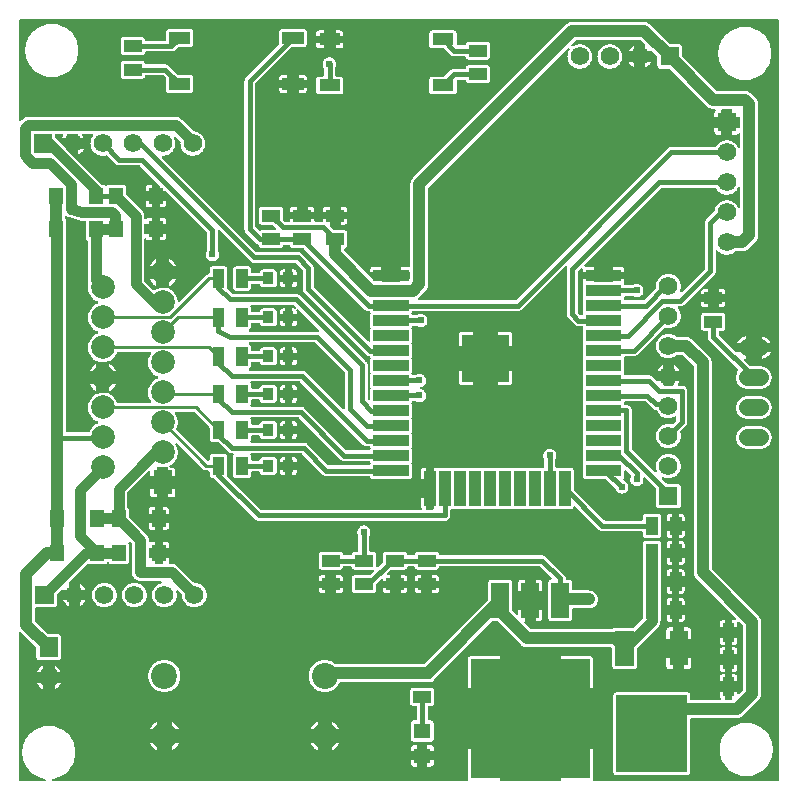
<source format=gtl>
G04 Layer: TopLayer*
G04 EasyEDA v6.4.19.3, 2021-04-15T18:17:59+02:00*
G04 27ca5f04d03341a3abaed076034c1fd4,b26f2b340a5143eda07d108a38fc4859,10*
G04 Gerber Generator version 0.2*
G04 Scale: 100 percent, Rotated: No, Reflected: No *
G04 Dimensions in millimeters *
G04 leading zeros omitted , absolute positions ,4 integer and 5 decimal *
%FSLAX45Y45*%
%MOMM*%

%ADD10C,0.2540*%
%ADD11C,0.9000*%
%ADD12C,1.0000*%
%ADD13C,0.4000*%
%ADD14C,0.2300*%
%ADD15C,0.6200*%
%ADD16C,0.6100*%
%ADD17C,0.6096*%
%ADD18R,1.8000X1.0000*%
%ADD19R,0.8999X1.0000*%
%ADD20R,1.0000X1.5500*%
%ADD22R,1.6000X3.0000*%
%ADD24R,1.5500X1.0000*%
%ADD27R,1.3995X1.3005*%
%ADD31C,2.0000*%
%ADD32R,1.6000X2.0000*%
%ADD33C,1.5748*%
%ADD34R,1.5748X1.5748*%
%ADD35R,1.5748X1.7000*%
%ADD36C,1.7000*%
%ADD37C,2.2000*%
%ADD38C,1.3995*%

%LPD*%
G36*
X4110685Y5797550D02*
G01*
X4106519Y5798464D01*
X4103065Y5800953D01*
X4100982Y5804712D01*
X4100576Y5808929D01*
X4101998Y5812942D01*
X4104894Y5816092D01*
X4107637Y5817971D01*
X4114393Y5823559D01*
X4170121Y5879287D01*
X4177182Y5888126D01*
X4181754Y5895695D01*
X4182872Y5897930D01*
X4186275Y5906109D01*
X4187037Y5908395D01*
X4189171Y5917031D01*
X4189577Y5919419D01*
X4190390Y5928258D01*
X4190441Y6746240D01*
X4191203Y6750151D01*
X4193438Y6753453D01*
X5370423Y7930438D01*
X5374030Y7932775D01*
X5378196Y7933436D01*
X5382310Y7932318D01*
X5385562Y7929625D01*
X5387441Y7925816D01*
X5387644Y7921548D01*
X5386070Y7917637D01*
X5383326Y7913471D01*
X5377281Y7901228D01*
X5372862Y7888325D01*
X5370220Y7874914D01*
X5369306Y7861300D01*
X5370220Y7847685D01*
X5372862Y7834274D01*
X5377281Y7821371D01*
X5383326Y7809128D01*
X5390896Y7797749D01*
X5399887Y7787487D01*
X5410149Y7778496D01*
X5421528Y7770926D01*
X5433771Y7764881D01*
X5446674Y7760462D01*
X5460085Y7757820D01*
X5473700Y7756906D01*
X5487314Y7757820D01*
X5500725Y7760462D01*
X5513628Y7764881D01*
X5525871Y7770926D01*
X5537250Y7778496D01*
X5547512Y7787487D01*
X5556504Y7797749D01*
X5564073Y7809128D01*
X5570118Y7821371D01*
X5574538Y7834274D01*
X5577179Y7847685D01*
X5578094Y7861300D01*
X5577179Y7874914D01*
X5574538Y7888325D01*
X5570118Y7901228D01*
X5564073Y7913471D01*
X5556504Y7924850D01*
X5547512Y7935112D01*
X5537250Y7944103D01*
X5525871Y7951673D01*
X5513628Y7957718D01*
X5500725Y7962138D01*
X5487314Y7964779D01*
X5473700Y7965694D01*
X5460085Y7964779D01*
X5446674Y7962138D01*
X5433771Y7957718D01*
X5421528Y7951673D01*
X5417362Y7948930D01*
X5413451Y7947355D01*
X5409184Y7947558D01*
X5405374Y7949438D01*
X5402681Y7952689D01*
X5401564Y7956803D01*
X5402224Y7960969D01*
X5404561Y7964576D01*
X5438546Y7998561D01*
X5441848Y8000796D01*
X5445760Y8001558D01*
X5984240Y8001558D01*
X5988151Y8000796D01*
X5991453Y7998561D01*
X6024422Y7965541D01*
X6026658Y7962290D01*
X6027420Y7958378D01*
X6027420Y7907020D01*
X6078778Y7907020D01*
X6082690Y7906258D01*
X6085941Y7904022D01*
X6128308Y7861655D01*
X6130544Y7858404D01*
X6131306Y7854492D01*
X6131306Y7783118D01*
X6132017Y7776870D01*
X6133896Y7771434D01*
X6136944Y7766608D01*
X6141008Y7762544D01*
X6145834Y7759496D01*
X6151270Y7757617D01*
X6157518Y7756906D01*
X6228892Y7756906D01*
X6232804Y7756144D01*
X6236055Y7753908D01*
X6552387Y7437678D01*
X6561226Y7430617D01*
X6568795Y7426045D01*
X6571030Y7424928D01*
X6579209Y7421524D01*
X6581495Y7420762D01*
X6590131Y7418628D01*
X6592519Y7418222D01*
X6601307Y7417409D01*
X6615226Y7417358D01*
X6619087Y7416546D01*
X6622389Y7414361D01*
X6624574Y7411059D01*
X6625336Y7407148D01*
X6624574Y7403287D01*
X6622338Y7399985D01*
X6619544Y7397191D01*
X6616496Y7392365D01*
X6614617Y7386929D01*
X6613906Y7380681D01*
X6613906Y7348220D01*
X6672580Y7348220D01*
X6672580Y7407198D01*
X6673342Y7411059D01*
X6675577Y7414361D01*
X6678828Y7416596D01*
X6682740Y7417358D01*
X6753859Y7417358D01*
X6757771Y7416596D01*
X6761022Y7414361D01*
X6763258Y7411059D01*
X6764020Y7407198D01*
X6764020Y7348220D01*
X6822998Y7348220D01*
X6826859Y7347458D01*
X6830161Y7345222D01*
X6832396Y7341971D01*
X6833158Y7338059D01*
X6833158Y7266940D01*
X6832396Y7263028D01*
X6830161Y7259777D01*
X6826859Y7257542D01*
X6822998Y7256780D01*
X6764020Y7256780D01*
X6764020Y7198106D01*
X6796481Y7198106D01*
X6802729Y7198817D01*
X6808165Y7200696D01*
X6812991Y7203744D01*
X6815785Y7206538D01*
X6819087Y7208774D01*
X6822998Y7209536D01*
X6826859Y7208774D01*
X6830161Y7206538D01*
X6832396Y7203287D01*
X6833158Y7199375D01*
X6833158Y7094677D01*
X6832142Y7090257D01*
X6829348Y7086752D01*
X6825284Y7084771D01*
X6820763Y7084771D01*
X6816699Y7086650D01*
X6813854Y7090156D01*
X6808673Y7100671D01*
X6801103Y7112050D01*
X6792112Y7122312D01*
X6781850Y7131303D01*
X6770471Y7138873D01*
X6758228Y7144918D01*
X6745325Y7149338D01*
X6731914Y7151979D01*
X6718300Y7152894D01*
X6704685Y7151979D01*
X6691274Y7149338D01*
X6678371Y7144918D01*
X6666128Y7138873D01*
X6654749Y7131303D01*
X6644487Y7122312D01*
X6635496Y7112050D01*
X6625234Y7096810D01*
X6622034Y7094829D01*
X6618376Y7094169D01*
X6246622Y7094118D01*
X6237935Y7092899D01*
X6229959Y7090206D01*
X6222644Y7086142D01*
X6215786Y7080453D01*
X4935880Y5800547D01*
X4932578Y5798312D01*
X4928666Y5797550D01*
G37*

%LPC*%
G36*
X6640118Y7198106D02*
G01*
X6672580Y7198106D01*
X6672580Y7256780D01*
X6613906Y7256780D01*
X6613906Y7224318D01*
X6614617Y7218070D01*
X6616496Y7212634D01*
X6619544Y7207808D01*
X6623608Y7203744D01*
X6628434Y7200696D01*
X6633870Y7198817D01*
G37*
G36*
X5727700Y7756906D02*
G01*
X5741314Y7757820D01*
X5754725Y7760462D01*
X5767628Y7764881D01*
X5779871Y7770926D01*
X5791250Y7778496D01*
X5801512Y7787487D01*
X5810504Y7797749D01*
X5818073Y7809128D01*
X5824118Y7821371D01*
X5828538Y7834274D01*
X5831179Y7847685D01*
X5832094Y7861300D01*
X5831179Y7874914D01*
X5828538Y7888325D01*
X5824118Y7901228D01*
X5818073Y7913471D01*
X5810504Y7924850D01*
X5801512Y7935112D01*
X5791250Y7944103D01*
X5779871Y7951673D01*
X5767628Y7957718D01*
X5754725Y7962138D01*
X5741314Y7964779D01*
X5727700Y7965694D01*
X5714085Y7964779D01*
X5700674Y7962138D01*
X5687771Y7957718D01*
X5675528Y7951673D01*
X5664149Y7944103D01*
X5653887Y7935112D01*
X5644896Y7924850D01*
X5637326Y7913471D01*
X5631281Y7901228D01*
X5626862Y7888325D01*
X5624220Y7874914D01*
X5623306Y7861300D01*
X5624220Y7847685D01*
X5626862Y7834274D01*
X5631281Y7821371D01*
X5637326Y7809128D01*
X5644896Y7797749D01*
X5653887Y7787487D01*
X5664149Y7778496D01*
X5675528Y7770926D01*
X5687771Y7764881D01*
X5700674Y7760462D01*
X5714085Y7757820D01*
G37*
G36*
X5935980Y7767726D02*
G01*
X5935980Y7815580D01*
X5888126Y7815580D01*
X5891326Y7809128D01*
X5898896Y7797749D01*
X5907887Y7787487D01*
X5918149Y7778496D01*
X5929528Y7770926D01*
G37*
G36*
X6027420Y7767726D02*
G01*
X6033871Y7770926D01*
X6045250Y7778496D01*
X6055512Y7787487D01*
X6064504Y7797749D01*
X6072073Y7809128D01*
X6075273Y7815580D01*
X6027420Y7815580D01*
G37*
G36*
X5888126Y7907020D02*
G01*
X5935980Y7907020D01*
X5935980Y7954873D01*
X5929528Y7951673D01*
X5918149Y7944103D01*
X5907887Y7935112D01*
X5898896Y7924850D01*
X5891326Y7913471D01*
G37*

%LPD*%
G36*
X5485333Y5670550D02*
G01*
X5481421Y5671312D01*
X5478119Y5673547D01*
X5458815Y5692851D01*
X5456631Y5696153D01*
X5455869Y5700014D01*
X5455869Y6034786D01*
X5456631Y6038646D01*
X5458815Y6041948D01*
X5482488Y6065621D01*
X5485942Y6067907D01*
X5490057Y6068568D01*
X5494070Y6067602D01*
X5497372Y6065062D01*
X5499354Y6061456D01*
X5499760Y6057290D01*
X5499557Y6055360D01*
X5499557Y6037275D01*
X5593842Y6037275D01*
X5593842Y6081572D01*
X5525770Y6081572D01*
X5523788Y6081318D01*
X5519674Y6081725D01*
X5516016Y6083757D01*
X5513527Y6087008D01*
X5512511Y6091072D01*
X5513222Y6095136D01*
X5515508Y6098641D01*
X6162751Y6745884D01*
X6166053Y6748068D01*
X6169914Y6748830D01*
X6618376Y6748830D01*
X6622034Y6748170D01*
X6625234Y6746189D01*
X6635496Y6730949D01*
X6644487Y6720687D01*
X6654749Y6711696D01*
X6666128Y6704126D01*
X6678371Y6698081D01*
X6691274Y6693662D01*
X6704685Y6691020D01*
X6718300Y6690106D01*
X6731914Y6691020D01*
X6745325Y6693662D01*
X6758228Y6698081D01*
X6770471Y6704126D01*
X6781850Y6711696D01*
X6792112Y6720687D01*
X6801103Y6730949D01*
X6808673Y6742328D01*
X6813854Y6752844D01*
X6816699Y6756349D01*
X6820763Y6758228D01*
X6825284Y6758228D01*
X6829348Y6756247D01*
X6832142Y6752742D01*
X6833158Y6748322D01*
X6833158Y6586677D01*
X6832142Y6582257D01*
X6829348Y6578752D01*
X6825284Y6576771D01*
X6820763Y6576771D01*
X6816699Y6578650D01*
X6813854Y6582156D01*
X6808673Y6592671D01*
X6801103Y6604050D01*
X6792112Y6614312D01*
X6781850Y6623303D01*
X6770471Y6630873D01*
X6758228Y6636918D01*
X6745325Y6641338D01*
X6731914Y6643979D01*
X6718300Y6644894D01*
X6704685Y6643979D01*
X6691274Y6641338D01*
X6678371Y6636918D01*
X6666128Y6630873D01*
X6654749Y6623303D01*
X6644487Y6614312D01*
X6635496Y6604050D01*
X6627926Y6592671D01*
X6621881Y6580428D01*
X6617462Y6567525D01*
X6614972Y6554978D01*
X6614007Y6552184D01*
X6612229Y6549796D01*
X6545122Y6482588D01*
X6539839Y6475628D01*
X6536080Y6468059D01*
X6533743Y6459982D01*
X6532930Y6451142D01*
X6532930Y6068314D01*
X6532168Y6064453D01*
X6529984Y6061151D01*
X6336030Y5867196D01*
X6332220Y5864809D01*
X6327749Y5864250D01*
X6323482Y5865723D01*
X6320282Y5868924D01*
X6318758Y5873140D01*
X6319215Y5877610D01*
X6323838Y5891174D01*
X6326479Y5904585D01*
X6327394Y5918200D01*
X6326479Y5931814D01*
X6323838Y5945225D01*
X6319418Y5958128D01*
X6313373Y5970371D01*
X6305804Y5981750D01*
X6296812Y5992012D01*
X6286550Y6001004D01*
X6275171Y6008573D01*
X6262928Y6014618D01*
X6250025Y6019038D01*
X6236614Y6021679D01*
X6223000Y6022594D01*
X6209385Y6021679D01*
X6195974Y6019038D01*
X6183071Y6014618D01*
X6170828Y6008573D01*
X6159449Y6001004D01*
X6149187Y5992012D01*
X6140196Y5981750D01*
X6132626Y5970371D01*
X6126581Y5958128D01*
X6122162Y5945225D01*
X6119520Y5931814D01*
X6118606Y5918200D01*
X6119215Y5909259D01*
X6118606Y5905042D01*
X6116269Y5901436D01*
X6015380Y5800547D01*
X6012078Y5798312D01*
X6008166Y5797550D01*
X5860338Y5797550D01*
X5856732Y5798210D01*
X5853582Y5800140D01*
X5851347Y5803036D01*
X5850128Y5807608D01*
X5848604Y5812028D01*
X5847994Y5815380D01*
X5848604Y5818784D01*
X5850128Y5823204D01*
X5851398Y5828487D01*
X5853633Y5831433D01*
X5856782Y5833313D01*
X5860389Y5834024D01*
X5920994Y5834278D01*
X5924092Y5833821D01*
X5928258Y5831484D01*
X5937097Y5827369D01*
X5946546Y5824829D01*
X5956300Y5823966D01*
X5966053Y5824829D01*
X5975502Y5827369D01*
X5984341Y5831484D01*
X5992368Y5837123D01*
X5999276Y5844032D01*
X6004915Y5852058D01*
X6009030Y5860897D01*
X6011570Y5870346D01*
X6012434Y5880100D01*
X6011570Y5889853D01*
X6009030Y5899302D01*
X6004915Y5908141D01*
X5999276Y5916168D01*
X5992368Y5923076D01*
X5984341Y5928715D01*
X5975502Y5932830D01*
X5966053Y5935370D01*
X5956300Y5936234D01*
X5946546Y5935370D01*
X5937097Y5932830D01*
X5928258Y5928715D01*
X5923686Y5926074D01*
X5920638Y5925616D01*
X5860338Y5925312D01*
X5856681Y5925972D01*
X5853531Y5927902D01*
X5851245Y5930798D01*
X5848604Y5939028D01*
X5847994Y5942380D01*
X5848604Y5945784D01*
X5850128Y5950204D01*
X5850839Y5956452D01*
X5850839Y5974537D01*
X5756554Y5974537D01*
X5756554Y5964732D01*
X5755792Y5960821D01*
X5753557Y5957519D01*
X5750255Y5955334D01*
X5746394Y5954572D01*
X5604002Y5954572D01*
X5600141Y5955334D01*
X5596839Y5957519D01*
X5594604Y5960821D01*
X5593842Y5964732D01*
X5593842Y5974537D01*
X5499557Y5974537D01*
X5499557Y5956452D01*
X5500268Y5950204D01*
X5501792Y5945784D01*
X5502402Y5942380D01*
X5501792Y5939028D01*
X5500268Y5934608D01*
X5499557Y5928360D01*
X5499557Y5829452D01*
X5500268Y5823204D01*
X5501792Y5818784D01*
X5502402Y5815380D01*
X5501792Y5812028D01*
X5500268Y5807608D01*
X5499557Y5801360D01*
X5499557Y5702452D01*
X5500268Y5696204D01*
X5501792Y5691784D01*
X5502402Y5688380D01*
X5501792Y5685028D01*
X5499049Y5676036D01*
X5496814Y5673140D01*
X5493664Y5671210D01*
X5490057Y5670550D01*
G37*

%LPC*%
G36*
X5756554Y6037275D02*
G01*
X5850839Y6037275D01*
X5850839Y6055360D01*
X5850128Y6061608D01*
X5848248Y6066993D01*
X5845200Y6071870D01*
X5841136Y6075934D01*
X5836310Y6078982D01*
X5830874Y6080861D01*
X5824626Y6081572D01*
X5756554Y6081572D01*
G37*

%LPD*%
G36*
X3255721Y5531612D02*
G01*
X3250742Y5532069D01*
X2680919Y5532069D01*
X2676652Y5532983D01*
X2673197Y5535574D01*
X2671165Y5539384D01*
X2670860Y5543753D01*
X2672384Y5547766D01*
X2675483Y5550814D01*
X2680563Y5554014D01*
X2684627Y5558028D01*
X2687675Y5562904D01*
X2689555Y5568289D01*
X2690266Y5574588D01*
X2690266Y5595670D01*
X2691028Y5599582D01*
X2693212Y5602884D01*
X2696514Y5605068D01*
X2700426Y5605830D01*
X2755849Y5605830D01*
X2759456Y5605170D01*
X2762605Y5603240D01*
X2764840Y5600344D01*
X2766060Y5595823D01*
X2767939Y5590387D01*
X2770987Y5585561D01*
X2775051Y5581497D01*
X2779877Y5578449D01*
X2785313Y5576570D01*
X2791561Y5575858D01*
X2880410Y5575858D01*
X2886659Y5576570D01*
X2892094Y5578449D01*
X2896920Y5581497D01*
X2900984Y5585561D01*
X2904032Y5590387D01*
X2905912Y5595823D01*
X2906623Y5602071D01*
X2906623Y5700928D01*
X2905912Y5707176D01*
X2904032Y5712612D01*
X2900984Y5717438D01*
X2896920Y5721502D01*
X2892094Y5724550D01*
X2886659Y5726430D01*
X2880410Y5727141D01*
X2791561Y5727141D01*
X2785313Y5726430D01*
X2779877Y5724550D01*
X2775051Y5721502D01*
X2770987Y5717438D01*
X2767939Y5712612D01*
X2766060Y5707176D01*
X2764840Y5702655D01*
X2762605Y5699760D01*
X2759456Y5697829D01*
X2755849Y5697169D01*
X2700426Y5697169D01*
X2696514Y5697931D01*
X2693212Y5700115D01*
X2691028Y5703417D01*
X2690266Y5707329D01*
X2690266Y5728411D01*
X2689555Y5734710D01*
X2687675Y5740095D01*
X2686050Y5742686D01*
X2684576Y5746699D01*
X2684932Y5751017D01*
X2686964Y5754776D01*
X2690418Y5757316D01*
X2694635Y5758230D01*
X3050286Y5758230D01*
X3054146Y5757468D01*
X3057448Y5755284D01*
X3070758Y5741974D01*
X3072942Y5738774D01*
X3073704Y5734964D01*
X3073044Y5731154D01*
X3070961Y5727852D01*
X3067812Y5725566D01*
X3064052Y5724652D01*
X3060192Y5725210D01*
X3056686Y5726430D01*
X3050438Y5727141D01*
X3034842Y5727141D01*
X3034842Y5682843D01*
X3076651Y5682843D01*
X3076651Y5700928D01*
X3075940Y5707176D01*
X3074720Y5710732D01*
X3074162Y5714542D01*
X3075076Y5718352D01*
X3077362Y5721502D01*
X3080613Y5723534D01*
X3084474Y5724245D01*
X3088233Y5723432D01*
X3091484Y5721248D01*
X3263849Y5548884D01*
X3266084Y5545429D01*
X3266795Y5541416D01*
X3265881Y5537403D01*
X3263392Y5534101D01*
X3259836Y5532069D01*
G37*

%LPC*%
G36*
X2935325Y5682843D02*
G01*
X2977134Y5682843D01*
X2977134Y5727141D01*
X2961589Y5727141D01*
X2955290Y5726430D01*
X2949905Y5724550D01*
X2945028Y5721502D01*
X2940964Y5717438D01*
X2937916Y5712612D01*
X2936036Y5707176D01*
X2935325Y5700928D01*
G37*
G36*
X3034842Y5575858D02*
G01*
X3050438Y5575858D01*
X3056686Y5576570D01*
X3062071Y5578449D01*
X3066948Y5581497D01*
X3071012Y5585561D01*
X3074060Y5590387D01*
X3075940Y5595823D01*
X3076651Y5602071D01*
X3076651Y5620156D01*
X3034842Y5620156D01*
G37*
G36*
X2961589Y5575858D02*
G01*
X2977134Y5575858D01*
X2977134Y5620156D01*
X2935325Y5620156D01*
X2935325Y5602071D01*
X2936036Y5595823D01*
X2937916Y5590387D01*
X2940964Y5585561D01*
X2945028Y5581497D01*
X2949905Y5578449D01*
X2955290Y5576570D01*
G37*

%LPD*%
G36*
X3689400Y4951882D02*
G01*
X3685489Y4952644D01*
X3682187Y4954879D01*
X3680815Y4956251D01*
X3678631Y4959553D01*
X3677869Y4963414D01*
X3677818Y5246878D01*
X3676599Y5255564D01*
X3673906Y5263540D01*
X3669842Y5270855D01*
X3664153Y5277713D01*
X3104388Y5837377D01*
X3097428Y5842660D01*
X3089859Y5846419D01*
X3081782Y5848756D01*
X3072942Y5849569D01*
X2537714Y5849569D01*
X2533853Y5850331D01*
X2530551Y5852515D01*
X2492502Y5890564D01*
X2490724Y5893003D01*
X2489708Y5895848D01*
X2489606Y5898896D01*
X2490266Y5904788D01*
X2490266Y6058611D01*
X2489555Y6064910D01*
X2487676Y6070295D01*
X2484628Y6075172D01*
X2480564Y6079185D01*
X2475687Y6082233D01*
X2470302Y6084163D01*
X2464054Y6084874D01*
X2365146Y6084874D01*
X2358898Y6084163D01*
X2353513Y6082233D01*
X2348636Y6079185D01*
X2344572Y6075172D01*
X2341524Y6070295D01*
X2339644Y6064910D01*
X2338933Y6058611D01*
X2338933Y6028232D01*
X2338273Y6024575D01*
X2336292Y6021425D01*
X2333345Y6019139D01*
X2322576Y6015990D01*
X2316175Y6012535D01*
X2310180Y6007608D01*
X2085390Y5782868D01*
X2082190Y5780684D01*
X2078431Y5779871D01*
X2074621Y5780532D01*
X2071319Y5782564D01*
X2069033Y5785662D01*
X2068068Y5789422D01*
X2067814Y5793638D01*
X2065070Y5808573D01*
X2060549Y5823051D01*
X2054352Y5836869D01*
X2046478Y5849874D01*
X2037130Y5861812D01*
X2026412Y5872530D01*
X2014474Y5881878D01*
X2001469Y5889752D01*
X1986991Y5896305D01*
X1973173Y5900470D01*
X1958238Y5903214D01*
X1943100Y5904128D01*
X1927961Y5903214D01*
X1913026Y5900470D01*
X1899107Y5896203D01*
X1884730Y5889752D01*
X1873351Y5882894D01*
X1869135Y5881471D01*
X1864715Y5882030D01*
X1860905Y5884418D01*
X1788109Y5957214D01*
X1785924Y5960465D01*
X1785162Y5964377D01*
X1785162Y6310376D01*
X1786077Y6314592D01*
X1788668Y6318046D01*
X1792478Y6320129D01*
X1796846Y6320383D01*
X1800860Y6318859D01*
X1808530Y6310782D01*
X1813407Y6307734D01*
X1818792Y6305854D01*
X1825091Y6305143D01*
X1848154Y6305143D01*
X1848154Y6359448D01*
X1795322Y6359448D01*
X1791411Y6360210D01*
X1788109Y6362446D01*
X1785924Y6365697D01*
X1785162Y6369608D01*
X1785162Y6431991D01*
X1785924Y6435902D01*
X1788109Y6439154D01*
X1791411Y6441389D01*
X1795322Y6442151D01*
X1848154Y6442151D01*
X1848154Y6496456D01*
X1825091Y6496456D01*
X1818792Y6495745D01*
X1813407Y6493865D01*
X1808530Y6490817D01*
X1800860Y6482740D01*
X1796846Y6481216D01*
X1792478Y6481470D01*
X1788668Y6483553D01*
X1786077Y6487007D01*
X1785162Y6491224D01*
X1785162Y6509816D01*
X1784248Y6521246D01*
X1781657Y6532016D01*
X1777441Y6542278D01*
X1771650Y6551726D01*
X1764182Y6560464D01*
X1633118Y6691477D01*
X1630933Y6694779D01*
X1630172Y6698691D01*
X1630172Y6749643D01*
X1629460Y6755892D01*
X1627581Y6761327D01*
X1624482Y6766153D01*
X1620469Y6770217D01*
X1615592Y6773265D01*
X1610207Y6775145D01*
X1603908Y6775856D01*
X1485087Y6775856D01*
X1478788Y6775145D01*
X1473403Y6773265D01*
X1468526Y6770217D01*
X1464411Y6767118D01*
X1460500Y6766356D01*
X1456588Y6767118D01*
X1452473Y6770217D01*
X1447596Y6773265D01*
X1442212Y6775145D01*
X1435912Y6775856D01*
X1430883Y6775856D01*
X1426972Y6776618D01*
X1423670Y6778853D01*
X1138377Y7064146D01*
X1136142Y7067448D01*
X1135380Y7071359D01*
X1135380Y7078980D01*
X1127760Y7078980D01*
X1123848Y7079742D01*
X1120546Y7081977D01*
X1034491Y7168032D01*
X1032256Y7171334D01*
X1031494Y7175246D01*
X1031494Y7196277D01*
X1032256Y7200188D01*
X1034491Y7203490D01*
X1037742Y7205675D01*
X1041653Y7206437D01*
X1091844Y7206437D01*
X1095603Y7205725D01*
X1098854Y7203643D01*
X1101090Y7200493D01*
X1102004Y7196734D01*
X1101445Y7192924D01*
X1099464Y7189571D01*
X1098296Y7188250D01*
X1090726Y7176871D01*
X1087526Y7170420D01*
X1135380Y7170420D01*
X1135380Y7196277D01*
X1136142Y7200188D01*
X1138377Y7203490D01*
X1141628Y7205675D01*
X1145540Y7206437D01*
X1216660Y7206437D01*
X1220571Y7205675D01*
X1223822Y7203490D01*
X1226058Y7200188D01*
X1226820Y7196277D01*
X1226820Y7170420D01*
X1274673Y7170420D01*
X1271473Y7176871D01*
X1263904Y7188250D01*
X1262735Y7189571D01*
X1260754Y7192924D01*
X1260195Y7196734D01*
X1261110Y7200493D01*
X1263345Y7203643D01*
X1266596Y7205725D01*
X1270355Y7206437D01*
X1345844Y7206437D01*
X1349603Y7205725D01*
X1352854Y7203643D01*
X1355090Y7200493D01*
X1356004Y7196734D01*
X1355445Y7192924D01*
X1353464Y7189571D01*
X1352296Y7188250D01*
X1344726Y7176871D01*
X1338681Y7164628D01*
X1334262Y7151725D01*
X1331620Y7138314D01*
X1330706Y7124700D01*
X1331620Y7111085D01*
X1334262Y7097674D01*
X1338681Y7084771D01*
X1344726Y7072528D01*
X1352296Y7061149D01*
X1361287Y7050887D01*
X1371549Y7041896D01*
X1382928Y7034326D01*
X1395171Y7028281D01*
X1408074Y7023862D01*
X1421485Y7021220D01*
X1435100Y7020306D01*
X1448714Y7021220D01*
X1466748Y7024725D01*
X1470406Y7023862D01*
X1473454Y7021779D01*
X1543812Y6951522D01*
X1550771Y6946239D01*
X1558340Y6942480D01*
X1566418Y6940143D01*
X1575257Y6939330D01*
X1742186Y6939330D01*
X1746046Y6938568D01*
X1749348Y6936384D01*
X1917852Y6767880D01*
X1920087Y6764578D01*
X1920849Y6760667D01*
X1920849Y6721551D01*
X1959965Y6721551D01*
X1963877Y6720789D01*
X1967179Y6718553D01*
X2313584Y6372148D01*
X2315768Y6368846D01*
X2316530Y6364986D01*
X2316530Y6220358D01*
X2316073Y6217310D01*
X2313584Y6212941D01*
X2309469Y6204102D01*
X2306929Y6194653D01*
X2306066Y6184900D01*
X2306929Y6175146D01*
X2309469Y6165697D01*
X2313584Y6156858D01*
X2319223Y6148832D01*
X2326132Y6141923D01*
X2334158Y6136284D01*
X2342997Y6132169D01*
X2352446Y6129629D01*
X2362200Y6128766D01*
X2371953Y6129629D01*
X2381402Y6132169D01*
X2390241Y6136284D01*
X2398268Y6141923D01*
X2405176Y6148832D01*
X2410815Y6156858D01*
X2414930Y6165697D01*
X2417470Y6175146D01*
X2418334Y6184900D01*
X2417470Y6194653D01*
X2414930Y6204102D01*
X2410815Y6212941D01*
X2408326Y6217310D01*
X2407869Y6220358D01*
X2407869Y6380378D01*
X2408631Y6384239D01*
X2410815Y6387541D01*
X2414117Y6389725D01*
X2418029Y6390538D01*
X2421890Y6389725D01*
X2425192Y6387541D01*
X2686812Y6126022D01*
X2693771Y6120739D01*
X2701340Y6116980D01*
X2709418Y6114643D01*
X2718257Y6113830D01*
X3062986Y6113830D01*
X3066846Y6113068D01*
X3070148Y6110884D01*
X3126384Y6054648D01*
X3128568Y6051346D01*
X3129330Y6047486D01*
X3129381Y5891022D01*
X3130600Y5882335D01*
X3133293Y5874359D01*
X3137357Y5867044D01*
X3143046Y5860186D01*
X3665982Y5337352D01*
X3672941Y5332069D01*
X3680612Y5328259D01*
X3686454Y5326430D01*
X3691432Y5325719D01*
X3695547Y5324144D01*
X3698646Y5320995D01*
X3700068Y5316778D01*
X3700272Y5315204D01*
X3701796Y5310784D01*
X3702405Y5307380D01*
X3701796Y5304028D01*
X3700272Y5299608D01*
X3699560Y5293360D01*
X3699560Y5194452D01*
X3700272Y5188204D01*
X3701796Y5183784D01*
X3702405Y5180380D01*
X3701796Y5177028D01*
X3700272Y5172608D01*
X3699560Y5166360D01*
X3699560Y5067452D01*
X3700272Y5061204D01*
X3701796Y5056784D01*
X3702405Y5053380D01*
X3701796Y5050028D01*
X3700272Y5045608D01*
X3699560Y5039360D01*
X3699560Y4962042D01*
X3698798Y4958181D01*
X3696563Y4954879D01*
X3693261Y4952644D01*
G37*

%LPC*%
G36*
X1825091Y6584543D02*
G01*
X1848154Y6584543D01*
X1848154Y6638848D01*
X1798828Y6638848D01*
X1798828Y6610756D01*
X1799539Y6604508D01*
X1801469Y6599072D01*
X1804517Y6594246D01*
X1808530Y6590182D01*
X1813407Y6587134D01*
X1818792Y6585254D01*
G37*
G36*
X1920849Y6442151D02*
G01*
X1970176Y6442151D01*
X1970176Y6470243D01*
X1969465Y6476492D01*
X1967534Y6481927D01*
X1964486Y6486753D01*
X1960473Y6490817D01*
X1955596Y6493865D01*
X1950212Y6495745D01*
X1943912Y6496456D01*
X1920849Y6496456D01*
G37*
G36*
X1920849Y6584543D02*
G01*
X1943912Y6584543D01*
X1950212Y6585254D01*
X1955596Y6587134D01*
X1960473Y6590182D01*
X1964486Y6594246D01*
X1967534Y6599072D01*
X1969465Y6604508D01*
X1970176Y6610756D01*
X1970176Y6638848D01*
X1920849Y6638848D01*
G37*
G36*
X1920849Y6305143D02*
G01*
X1943912Y6305143D01*
X1950212Y6305854D01*
X1955596Y6307734D01*
X1960473Y6310782D01*
X1964486Y6314846D01*
X1967534Y6319672D01*
X1969465Y6325108D01*
X1970176Y6331356D01*
X1970176Y6359448D01*
X1920849Y6359448D01*
G37*
G36*
X1226820Y7031126D02*
G01*
X1233271Y7034326D01*
X1244650Y7041896D01*
X1254912Y7050887D01*
X1263904Y7061149D01*
X1271473Y7072528D01*
X1274673Y7078980D01*
X1226820Y7078980D01*
G37*
G36*
X2565146Y5878525D02*
G01*
X2664053Y5878525D01*
X2670302Y5879236D01*
X2675686Y5881166D01*
X2680563Y5884214D01*
X2684627Y5888228D01*
X2687675Y5893104D01*
X2689555Y5898489D01*
X2690266Y5904788D01*
X2690266Y5925870D01*
X2691028Y5929782D01*
X2693212Y5933084D01*
X2696514Y5935268D01*
X2700426Y5936030D01*
X2755849Y5936030D01*
X2759456Y5935370D01*
X2762605Y5933440D01*
X2764840Y5930544D01*
X2766060Y5926023D01*
X2767939Y5920587D01*
X2770987Y5915761D01*
X2775051Y5911697D01*
X2779877Y5908649D01*
X2785313Y5906770D01*
X2791561Y5906058D01*
X2880410Y5906058D01*
X2886659Y5906770D01*
X2892094Y5908649D01*
X2896920Y5911697D01*
X2900984Y5915761D01*
X2904032Y5920587D01*
X2905912Y5926023D01*
X2906623Y5932271D01*
X2906623Y6031128D01*
X2905912Y6037376D01*
X2904032Y6042812D01*
X2900984Y6047638D01*
X2896920Y6051702D01*
X2892094Y6054750D01*
X2886659Y6056630D01*
X2880410Y6057341D01*
X2791561Y6057341D01*
X2785313Y6056630D01*
X2779877Y6054750D01*
X2775051Y6051702D01*
X2770987Y6047638D01*
X2767939Y6042812D01*
X2766060Y6037376D01*
X2764840Y6032855D01*
X2762605Y6029960D01*
X2759456Y6028029D01*
X2755849Y6027369D01*
X2700426Y6027369D01*
X2696514Y6028131D01*
X2693212Y6030315D01*
X2691028Y6033617D01*
X2690266Y6037529D01*
X2690266Y6058611D01*
X2689555Y6064910D01*
X2687675Y6070295D01*
X2684627Y6075172D01*
X2680563Y6079185D01*
X2675686Y6082233D01*
X2670302Y6084163D01*
X2664053Y6084874D01*
X2565146Y6084874D01*
X2558897Y6084163D01*
X2553512Y6082233D01*
X2548636Y6079185D01*
X2544572Y6075172D01*
X2541524Y6070295D01*
X2539644Y6064910D01*
X2538933Y6058611D01*
X2538933Y5904788D01*
X2539644Y5898489D01*
X2541524Y5893104D01*
X2544572Y5888228D01*
X2548636Y5884214D01*
X2553512Y5881166D01*
X2558897Y5879236D01*
G37*
G36*
X2961589Y5906058D02*
G01*
X2977134Y5906058D01*
X2977134Y5950356D01*
X2935325Y5950356D01*
X2935325Y5932271D01*
X2936036Y5926023D01*
X2937916Y5920587D01*
X2940964Y5915761D01*
X2945028Y5911697D01*
X2949905Y5908649D01*
X2955290Y5906770D01*
G37*
G36*
X3034842Y5906058D02*
G01*
X3050438Y5906058D01*
X3056686Y5906770D01*
X3062071Y5908649D01*
X3066948Y5911697D01*
X3071012Y5915761D01*
X3074060Y5920587D01*
X3075940Y5926023D01*
X3076651Y5932271D01*
X3076651Y5950356D01*
X3034842Y5950356D01*
G37*
G36*
X1999437Y5920333D02*
G01*
X2001469Y5921248D01*
X2014474Y5929122D01*
X2026412Y5938469D01*
X2037130Y5949188D01*
X2046478Y5961126D01*
X2054352Y5974130D01*
X2055266Y5976162D01*
X1999437Y5976162D01*
G37*
G36*
X1886762Y5920333D02*
G01*
X1886762Y5976162D01*
X1830933Y5976162D01*
X1831848Y5974130D01*
X1839722Y5961126D01*
X1849069Y5949188D01*
X1859788Y5938469D01*
X1871725Y5929122D01*
X1884730Y5921248D01*
G37*
G36*
X2935325Y6013043D02*
G01*
X2977134Y6013043D01*
X2977134Y6057341D01*
X2961589Y6057341D01*
X2955290Y6056630D01*
X2949905Y6054750D01*
X2945028Y6051702D01*
X2940964Y6047638D01*
X2937916Y6042812D01*
X2936036Y6037376D01*
X2935325Y6031128D01*
G37*
G36*
X3034842Y6013043D02*
G01*
X3076651Y6013043D01*
X3076651Y6031128D01*
X3075940Y6037376D01*
X3074060Y6042812D01*
X3071012Y6047638D01*
X3066948Y6051702D01*
X3062071Y6054750D01*
X3056686Y6056630D01*
X3050438Y6057341D01*
X3034842Y6057341D01*
G37*
G36*
X1798828Y6721551D02*
G01*
X1848154Y6721551D01*
X1848154Y6775856D01*
X1825091Y6775856D01*
X1818792Y6775145D01*
X1813407Y6773265D01*
X1808530Y6770217D01*
X1804517Y6766153D01*
X1801469Y6761327D01*
X1799539Y6755892D01*
X1798828Y6749643D01*
G37*
G36*
X1830933Y6088837D02*
G01*
X1886762Y6088837D01*
X1886762Y6144666D01*
X1884730Y6143752D01*
X1871725Y6135878D01*
X1859788Y6126530D01*
X1849069Y6115812D01*
X1839722Y6103874D01*
X1831848Y6090869D01*
G37*
G36*
X1999437Y6088837D02*
G01*
X2055266Y6088837D01*
X2054352Y6090869D01*
X2046478Y6103874D01*
X2037130Y6115812D01*
X2026412Y6126530D01*
X2014474Y6135878D01*
X2001469Y6143752D01*
X1999437Y6144666D01*
G37*

%LPD*%
G36*
X3474770Y4874361D02*
G01*
X3470910Y4875174D01*
X3467608Y4877358D01*
X3155188Y5189677D01*
X3148228Y5194960D01*
X3140659Y5198719D01*
X3132582Y5201056D01*
X3123742Y5201869D01*
X2680919Y5201869D01*
X2676652Y5202783D01*
X2673197Y5205374D01*
X2671165Y5209184D01*
X2670860Y5213553D01*
X2672384Y5217566D01*
X2675483Y5220614D01*
X2680563Y5223814D01*
X2684627Y5227828D01*
X2687675Y5232704D01*
X2689555Y5238089D01*
X2690266Y5244388D01*
X2690266Y5265470D01*
X2691028Y5269382D01*
X2693212Y5272684D01*
X2696514Y5274868D01*
X2700426Y5275630D01*
X2755849Y5275630D01*
X2759456Y5274970D01*
X2762605Y5273040D01*
X2764840Y5270144D01*
X2766060Y5265623D01*
X2767939Y5260187D01*
X2770987Y5255361D01*
X2775051Y5251297D01*
X2779877Y5248249D01*
X2785313Y5246370D01*
X2791561Y5245658D01*
X2880410Y5245658D01*
X2886659Y5246370D01*
X2892094Y5248249D01*
X2896920Y5251297D01*
X2900984Y5255361D01*
X2904032Y5260187D01*
X2905912Y5265623D01*
X2906623Y5271871D01*
X2906623Y5370728D01*
X2905912Y5376976D01*
X2904032Y5382412D01*
X2900984Y5387238D01*
X2896920Y5391302D01*
X2892094Y5394350D01*
X2886659Y5396230D01*
X2880410Y5396941D01*
X2791561Y5396941D01*
X2785313Y5396230D01*
X2779877Y5394350D01*
X2775051Y5391302D01*
X2770987Y5387238D01*
X2767939Y5382412D01*
X2766060Y5376976D01*
X2764840Y5372455D01*
X2762605Y5369560D01*
X2759456Y5367629D01*
X2755849Y5366969D01*
X2700426Y5366969D01*
X2696514Y5367731D01*
X2693212Y5369915D01*
X2691028Y5373217D01*
X2690266Y5377129D01*
X2690266Y5398211D01*
X2689555Y5404510D01*
X2687675Y5409895D01*
X2684627Y5414772D01*
X2680563Y5418785D01*
X2675483Y5421985D01*
X2672384Y5425033D01*
X2670860Y5429046D01*
X2671165Y5433415D01*
X2673197Y5437225D01*
X2676652Y5439816D01*
X2680919Y5440730D01*
X3228086Y5440730D01*
X3231946Y5439968D01*
X3235248Y5437784D01*
X3481984Y5191048D01*
X3484168Y5187746D01*
X3484930Y5183886D01*
X3484930Y4884521D01*
X3484168Y4880660D01*
X3481984Y4877358D01*
X3478682Y4875174D01*
G37*

%LPC*%
G36*
X3034842Y5245658D02*
G01*
X3050438Y5245658D01*
X3056686Y5246370D01*
X3062071Y5248249D01*
X3066948Y5251297D01*
X3071012Y5255361D01*
X3074060Y5260187D01*
X3075940Y5265623D01*
X3076651Y5271871D01*
X3076651Y5289956D01*
X3034842Y5289956D01*
G37*
G36*
X2961589Y5245658D02*
G01*
X2977134Y5245658D01*
X2977134Y5289956D01*
X2935325Y5289956D01*
X2935325Y5271871D01*
X2936036Y5265623D01*
X2937916Y5260187D01*
X2940964Y5255361D01*
X2945028Y5251297D01*
X2949905Y5248249D01*
X2955290Y5246370D01*
G37*
G36*
X2935325Y5352643D02*
G01*
X2977134Y5352643D01*
X2977134Y5396941D01*
X2961589Y5396941D01*
X2955290Y5396230D01*
X2949905Y5394350D01*
X2945028Y5391302D01*
X2940964Y5387238D01*
X2937916Y5382412D01*
X2936036Y5376976D01*
X2935325Y5370728D01*
G37*
G36*
X3034842Y5352643D02*
G01*
X3076651Y5352643D01*
X3076651Y5370728D01*
X3075940Y5376976D01*
X3074060Y5382412D01*
X3071012Y5387238D01*
X3066948Y5391302D01*
X3062071Y5394350D01*
X3056686Y5396230D01*
X3050438Y5396941D01*
X3034842Y5396941D01*
G37*

%LPD*%
G36*
X1135024Y4677765D02*
G01*
X1131112Y4678527D01*
X1127810Y4680712D01*
X1125626Y4684014D01*
X1124864Y4687925D01*
X1124813Y6390741D01*
X1124000Y6399276D01*
X1122426Y6406286D01*
X1122172Y6408521D01*
X1122172Y6470243D01*
X1121460Y6476492D01*
X1119581Y6481927D01*
X1116482Y6486753D01*
X1115110Y6488125D01*
X1112926Y6491427D01*
X1112164Y6495338D01*
X1112164Y6499555D01*
X1113028Y6503670D01*
X1115568Y6507124D01*
X1119276Y6509207D01*
X1123492Y6509613D01*
X1127556Y6508242D01*
X1136548Y6502857D01*
X1138428Y6501942D01*
X1146759Y6498640D01*
X1237589Y6472631D01*
X1248562Y6470396D01*
X1257604Y6469837D01*
X1280668Y6469837D01*
X1284579Y6469075D01*
X1287881Y6466890D01*
X1290066Y6463588D01*
X1290828Y6459677D01*
X1290828Y6331356D01*
X1291539Y6325108D01*
X1293469Y6319672D01*
X1296517Y6314846D01*
X1303629Y6308191D01*
X1305255Y6305194D01*
X1305864Y6301841D01*
X1305864Y5964478D01*
X1306728Y5953048D01*
X1309319Y5942279D01*
X1311656Y5936640D01*
X1312367Y5933846D01*
X1312265Y5930950D01*
X1310386Y5920638D01*
X1309471Y5905500D01*
X1310386Y5890361D01*
X1313129Y5875426D01*
X1317650Y5860948D01*
X1323848Y5847130D01*
X1331722Y5834126D01*
X1341069Y5822188D01*
X1351788Y5811469D01*
X1363726Y5802122D01*
X1376730Y5794248D01*
X1391107Y5787745D01*
X1394256Y5785510D01*
X1396390Y5782259D01*
X1397101Y5778500D01*
X1396339Y5774690D01*
X1394256Y5771438D01*
X1391107Y5769203D01*
X1376730Y5762752D01*
X1363726Y5754878D01*
X1351788Y5745530D01*
X1341069Y5734812D01*
X1331722Y5722874D01*
X1323848Y5709869D01*
X1317650Y5696051D01*
X1313129Y5681573D01*
X1310386Y5666638D01*
X1309471Y5651500D01*
X1310386Y5636361D01*
X1313129Y5621426D01*
X1317650Y5606948D01*
X1323848Y5593130D01*
X1331722Y5580126D01*
X1341069Y5568188D01*
X1351788Y5557469D01*
X1363726Y5548122D01*
X1376730Y5540248D01*
X1391107Y5533745D01*
X1394256Y5531510D01*
X1396390Y5528259D01*
X1397101Y5524500D01*
X1396339Y5520690D01*
X1394256Y5517438D01*
X1391107Y5515203D01*
X1376730Y5508752D01*
X1363726Y5500878D01*
X1351788Y5491530D01*
X1341069Y5480812D01*
X1331722Y5468874D01*
X1323848Y5455869D01*
X1317650Y5442051D01*
X1313129Y5427573D01*
X1310386Y5412638D01*
X1309471Y5397500D01*
X1310386Y5382361D01*
X1313129Y5367426D01*
X1317650Y5352948D01*
X1323848Y5339130D01*
X1331722Y5326126D01*
X1341069Y5314188D01*
X1351788Y5303469D01*
X1363726Y5294122D01*
X1376730Y5286248D01*
X1391208Y5279694D01*
X1405026Y5275529D01*
X1419961Y5272786D01*
X1435100Y5271871D01*
X1450238Y5272786D01*
X1465173Y5275529D01*
X1479092Y5279796D01*
X1493469Y5286248D01*
X1506474Y5294122D01*
X1518412Y5303469D01*
X1529130Y5314188D01*
X1538478Y5326126D01*
X1546352Y5339130D01*
X1552651Y5353202D01*
X1554734Y5356910D01*
X1558188Y5359450D01*
X1562354Y5360365D01*
X1833321Y5360365D01*
X1837689Y5359349D01*
X1841246Y5356555D01*
X1843227Y5352491D01*
X1843227Y5347970D01*
X1841296Y5343906D01*
X1839722Y5341874D01*
X1831848Y5328869D01*
X1825650Y5315051D01*
X1821129Y5300573D01*
X1818386Y5285638D01*
X1817471Y5270500D01*
X1818386Y5255361D01*
X1821129Y5240426D01*
X1825650Y5225948D01*
X1831848Y5212130D01*
X1839722Y5199126D01*
X1849069Y5187188D01*
X1859788Y5176469D01*
X1871725Y5167122D01*
X1884730Y5159248D01*
X1899107Y5152745D01*
X1902256Y5150510D01*
X1904390Y5147259D01*
X1905101Y5143500D01*
X1904339Y5139690D01*
X1902256Y5136438D01*
X1899107Y5134203D01*
X1884730Y5127752D01*
X1871725Y5119878D01*
X1859788Y5110530D01*
X1849069Y5099812D01*
X1839722Y5087874D01*
X1831848Y5074869D01*
X1825650Y5061051D01*
X1821129Y5046573D01*
X1818386Y5031638D01*
X1817471Y5016500D01*
X1818386Y5001361D01*
X1821129Y4986426D01*
X1825650Y4971948D01*
X1831848Y4958130D01*
X1839722Y4945126D01*
X1841296Y4943094D01*
X1843227Y4939030D01*
X1843227Y4934508D01*
X1841246Y4930444D01*
X1837689Y4927650D01*
X1833321Y4926634D01*
X1562354Y4926634D01*
X1558188Y4927549D01*
X1554734Y4930089D01*
X1552549Y4934051D01*
X1546352Y4947869D01*
X1538478Y4960874D01*
X1529130Y4972812D01*
X1518412Y4983530D01*
X1506474Y4992878D01*
X1493469Y5000752D01*
X1478991Y5007305D01*
X1465173Y5011470D01*
X1450238Y5014214D01*
X1435100Y5015128D01*
X1419961Y5014214D01*
X1405026Y5011470D01*
X1391107Y5007203D01*
X1376730Y5000752D01*
X1363726Y4992878D01*
X1351788Y4983530D01*
X1341069Y4972812D01*
X1331722Y4960874D01*
X1323848Y4947869D01*
X1317650Y4934051D01*
X1313129Y4919573D01*
X1310386Y4904638D01*
X1309471Y4889500D01*
X1310386Y4874361D01*
X1313129Y4859426D01*
X1317650Y4844948D01*
X1323848Y4831130D01*
X1331722Y4818126D01*
X1341069Y4806188D01*
X1351788Y4795469D01*
X1363726Y4786122D01*
X1376730Y4778248D01*
X1391107Y4771745D01*
X1394256Y4769510D01*
X1396390Y4766259D01*
X1397101Y4762500D01*
X1396339Y4758690D01*
X1394256Y4755438D01*
X1391107Y4753203D01*
X1376730Y4746752D01*
X1363726Y4738878D01*
X1351788Y4729530D01*
X1341069Y4718812D01*
X1331722Y4706874D01*
X1323848Y4693869D01*
X1319276Y4683760D01*
X1317040Y4680559D01*
X1313840Y4678476D01*
X1310030Y4677765D01*
G37*

%LPC*%
G36*
X1378762Y5031333D02*
G01*
X1378762Y5087162D01*
X1322933Y5087162D01*
X1323848Y5085130D01*
X1331722Y5072126D01*
X1341069Y5060188D01*
X1351788Y5049469D01*
X1363726Y5040122D01*
X1376730Y5032248D01*
G37*
G36*
X1491437Y5031333D02*
G01*
X1493469Y5032248D01*
X1506474Y5040122D01*
X1518412Y5049469D01*
X1529130Y5060188D01*
X1538478Y5072126D01*
X1546352Y5085130D01*
X1547266Y5087162D01*
X1491437Y5087162D01*
G37*
G36*
X1491437Y5199837D02*
G01*
X1547266Y5199837D01*
X1546352Y5201869D01*
X1538478Y5214874D01*
X1529130Y5226812D01*
X1518412Y5237530D01*
X1506474Y5246878D01*
X1493469Y5254752D01*
X1491437Y5255666D01*
G37*
G36*
X1322933Y5199837D02*
G01*
X1378762Y5199837D01*
X1378762Y5255666D01*
X1376730Y5254752D01*
X1363726Y5246878D01*
X1351788Y5237530D01*
X1341069Y5226812D01*
X1331722Y5214874D01*
X1323848Y5201869D01*
G37*

%LPD*%
G36*
X3504133Y4527550D02*
G01*
X3500221Y4528312D01*
X3496919Y4530547D01*
X3142488Y4884877D01*
X3135528Y4890160D01*
X3127959Y4893919D01*
X3119882Y4896256D01*
X3111042Y4897069D01*
X2694635Y4897069D01*
X2690418Y4897983D01*
X2686964Y4900523D01*
X2684932Y4904282D01*
X2684576Y4908600D01*
X2686050Y4912614D01*
X2687675Y4915204D01*
X2689555Y4920589D01*
X2690266Y4926888D01*
X2690266Y4947970D01*
X2691028Y4951882D01*
X2693212Y4955184D01*
X2696514Y4957368D01*
X2700426Y4958130D01*
X2755849Y4958130D01*
X2759456Y4957470D01*
X2762605Y4955540D01*
X2764840Y4952644D01*
X2766060Y4948123D01*
X2767939Y4942687D01*
X2770987Y4937861D01*
X2775051Y4933797D01*
X2779877Y4930749D01*
X2785313Y4928870D01*
X2791561Y4928158D01*
X2880410Y4928158D01*
X2886659Y4928870D01*
X2892094Y4930749D01*
X2896920Y4933797D01*
X2900984Y4937861D01*
X2904032Y4942687D01*
X2905912Y4948123D01*
X2906623Y4954371D01*
X2906623Y5053228D01*
X2905912Y5059476D01*
X2904032Y5064912D01*
X2900984Y5069738D01*
X2896920Y5073802D01*
X2892094Y5076850D01*
X2886659Y5078730D01*
X2880410Y5079441D01*
X2791561Y5079441D01*
X2785313Y5078730D01*
X2779877Y5076850D01*
X2775051Y5073802D01*
X2770987Y5069738D01*
X2767939Y5064912D01*
X2766060Y5059476D01*
X2764840Y5054955D01*
X2762605Y5052060D01*
X2759456Y5050129D01*
X2755849Y5049469D01*
X2700426Y5049469D01*
X2696514Y5050231D01*
X2693212Y5052415D01*
X2691028Y5055717D01*
X2690266Y5059629D01*
X2690266Y5080711D01*
X2689555Y5087010D01*
X2687675Y5092395D01*
X2686050Y5094986D01*
X2684576Y5098999D01*
X2684932Y5103317D01*
X2686964Y5107076D01*
X2690418Y5109616D01*
X2694635Y5110530D01*
X3101086Y5110530D01*
X3104946Y5109768D01*
X3108248Y5107584D01*
X3640480Y4575403D01*
X3647490Y4570120D01*
X3655009Y4566361D01*
X3663137Y4564075D01*
X3671976Y4563262D01*
X3690061Y4563262D01*
X3693668Y4562602D01*
X3696817Y4560671D01*
X3699052Y4557776D01*
X3700272Y4553204D01*
X3701796Y4548784D01*
X3702405Y4545380D01*
X3701796Y4542028D01*
X3699052Y4533036D01*
X3696817Y4530140D01*
X3693668Y4528210D01*
X3690061Y4527550D01*
G37*

%LPC*%
G36*
X2961589Y4928158D02*
G01*
X2977134Y4928158D01*
X2977134Y4972456D01*
X2935325Y4972456D01*
X2935325Y4954371D01*
X2936036Y4948123D01*
X2937916Y4942687D01*
X2940964Y4937861D01*
X2945028Y4933797D01*
X2949905Y4930749D01*
X2955290Y4928870D01*
G37*
G36*
X2935325Y5035143D02*
G01*
X2977134Y5035143D01*
X2977134Y5079441D01*
X2961589Y5079441D01*
X2955290Y5078730D01*
X2949905Y5076850D01*
X2945028Y5073802D01*
X2940964Y5069738D01*
X2937916Y5064912D01*
X2936036Y5059476D01*
X2935325Y5053228D01*
G37*
G36*
X3034842Y5035143D02*
G01*
X3076651Y5035143D01*
X3076651Y5053228D01*
X3075940Y5059476D01*
X3074060Y5064912D01*
X3071012Y5069738D01*
X3066948Y5073802D01*
X3062071Y5076850D01*
X3056686Y5078730D01*
X3050438Y5079441D01*
X3034842Y5079441D01*
G37*
G36*
X3034842Y4928158D02*
G01*
X3050438Y4928158D01*
X3056686Y4928870D01*
X3062071Y4930749D01*
X3066948Y4933797D01*
X3071012Y4937861D01*
X3074060Y4942687D01*
X3075940Y4948123D01*
X3076651Y4954371D01*
X3076651Y4972456D01*
X3034842Y4972456D01*
G37*

%LPD*%
G36*
X3351733Y4400550D02*
G01*
X3347821Y4401312D01*
X3344519Y4403547D01*
X3167888Y4580077D01*
X3160928Y4585360D01*
X3153359Y4589119D01*
X3145282Y4591456D01*
X3136442Y4592269D01*
X2694635Y4592269D01*
X2690418Y4593183D01*
X2686964Y4595723D01*
X2684932Y4599482D01*
X2684576Y4603800D01*
X2686050Y4607814D01*
X2687675Y4610404D01*
X2689555Y4615789D01*
X2690266Y4622088D01*
X2690266Y4643170D01*
X2691028Y4647082D01*
X2693212Y4650384D01*
X2696514Y4652568D01*
X2700426Y4653330D01*
X2755849Y4653330D01*
X2759456Y4652670D01*
X2762605Y4650740D01*
X2764840Y4647844D01*
X2766060Y4643323D01*
X2767939Y4637887D01*
X2770987Y4633061D01*
X2775051Y4628997D01*
X2779877Y4625949D01*
X2785313Y4624070D01*
X2791561Y4623358D01*
X2880410Y4623358D01*
X2886659Y4624070D01*
X2892094Y4625949D01*
X2896920Y4628997D01*
X2900984Y4633061D01*
X2904032Y4637887D01*
X2905912Y4643323D01*
X2906623Y4649571D01*
X2906623Y4748428D01*
X2905912Y4754676D01*
X2904032Y4760112D01*
X2900984Y4764938D01*
X2896920Y4769002D01*
X2892094Y4772050D01*
X2886659Y4773930D01*
X2880410Y4774641D01*
X2791561Y4774641D01*
X2785313Y4773930D01*
X2779877Y4772050D01*
X2775051Y4769002D01*
X2770987Y4764938D01*
X2767939Y4760112D01*
X2766060Y4754676D01*
X2764840Y4750155D01*
X2762605Y4747260D01*
X2759456Y4745329D01*
X2755849Y4744669D01*
X2700426Y4744669D01*
X2696514Y4745431D01*
X2693212Y4747615D01*
X2691028Y4750917D01*
X2690266Y4754829D01*
X2690266Y4775911D01*
X2689555Y4782210D01*
X2687675Y4787595D01*
X2686050Y4790186D01*
X2684576Y4794199D01*
X2684932Y4798517D01*
X2686964Y4802276D01*
X2690418Y4804816D01*
X2694635Y4805730D01*
X3088386Y4805730D01*
X3092246Y4804968D01*
X3095548Y4802784D01*
X3449980Y4448403D01*
X3456990Y4443120D01*
X3464509Y4439361D01*
X3472637Y4437075D01*
X3481476Y4436262D01*
X3690061Y4436262D01*
X3693668Y4435602D01*
X3696817Y4433671D01*
X3699052Y4430776D01*
X3700272Y4426204D01*
X3701796Y4421784D01*
X3702405Y4418380D01*
X3701796Y4415028D01*
X3699052Y4406036D01*
X3696817Y4403140D01*
X3693668Y4401210D01*
X3690061Y4400550D01*
G37*

%LPC*%
G36*
X3034842Y4623358D02*
G01*
X3050438Y4623358D01*
X3056686Y4624070D01*
X3062071Y4625949D01*
X3066948Y4628997D01*
X3071012Y4633061D01*
X3074060Y4637887D01*
X3075940Y4643323D01*
X3076651Y4649571D01*
X3076651Y4667656D01*
X3034842Y4667656D01*
G37*
G36*
X2935325Y4730343D02*
G01*
X2977134Y4730343D01*
X2977134Y4774641D01*
X2961589Y4774641D01*
X2955290Y4773930D01*
X2949905Y4772050D01*
X2945028Y4769002D01*
X2940964Y4764938D01*
X2937916Y4760112D01*
X2936036Y4754676D01*
X2935325Y4748428D01*
G37*
G36*
X3034842Y4730343D02*
G01*
X3076651Y4730343D01*
X3076651Y4748428D01*
X3075940Y4754676D01*
X3074060Y4760112D01*
X3071012Y4764938D01*
X3066948Y4769002D01*
X3062071Y4772050D01*
X3056686Y4773930D01*
X3050438Y4774641D01*
X3034842Y4774641D01*
G37*
G36*
X2961589Y4623358D02*
G01*
X2977134Y4623358D01*
X2977134Y4667656D01*
X2935325Y4667656D01*
X2935325Y4649571D01*
X2936036Y4643323D01*
X2937916Y4637887D01*
X2940964Y4633061D01*
X2945028Y4628997D01*
X2949905Y4625949D01*
X2955290Y4624070D01*
G37*

%LPD*%
G36*
X735838Y1725675D02*
G01*
X731926Y1726438D01*
X728675Y1728673D01*
X726440Y1731924D01*
X725678Y1735836D01*
X725678Y2978200D01*
X726440Y2982112D01*
X728675Y2985363D01*
X731926Y2987598D01*
X735838Y2988360D01*
X739749Y2987598D01*
X743000Y2985363D01*
X870508Y2857855D01*
X872744Y2854604D01*
X873506Y2850692D01*
X873506Y2773070D01*
X874217Y2766822D01*
X876096Y2761386D01*
X879144Y2756560D01*
X883208Y2752496D01*
X888034Y2749448D01*
X893470Y2747568D01*
X899718Y2746857D01*
X1056081Y2746857D01*
X1062329Y2747568D01*
X1067765Y2749448D01*
X1072591Y2752496D01*
X1076655Y2756560D01*
X1079703Y2761386D01*
X1081582Y2766822D01*
X1082294Y2773070D01*
X1082294Y2941929D01*
X1081582Y2948178D01*
X1079703Y2953613D01*
X1076655Y2958439D01*
X1072591Y2962503D01*
X1067765Y2965551D01*
X1062329Y2967431D01*
X1056081Y2968142D01*
X978458Y2968142D01*
X974547Y2968904D01*
X971245Y2971139D01*
X866038Y3076346D01*
X863803Y3079648D01*
X863041Y3083560D01*
X863041Y3187446D01*
X863803Y3191357D01*
X866038Y3194608D01*
X869340Y3196844D01*
X873201Y3197606D01*
X1017981Y3197606D01*
X1024229Y3198317D01*
X1029665Y3200196D01*
X1034491Y3203244D01*
X1038555Y3207308D01*
X1041603Y3212134D01*
X1043482Y3217570D01*
X1044194Y3223818D01*
X1044194Y3302254D01*
X1044956Y3306165D01*
X1047191Y3309467D01*
X1082446Y3344722D01*
X1085748Y3346958D01*
X1089660Y3347720D01*
X1148080Y3347720D01*
X1148080Y3406140D01*
X1148842Y3410051D01*
X1151077Y3413353D01*
X1302664Y3564940D01*
X1305407Y3566871D01*
X1308709Y3567836D01*
X1312113Y3567633D01*
X1315212Y3566363D01*
X1318107Y3564534D01*
X1323492Y3562654D01*
X1329791Y3561943D01*
X1448612Y3561943D01*
X1454912Y3562654D01*
X1460296Y3564534D01*
X1465173Y3567582D01*
X1469186Y3571646D01*
X1470964Y3574440D01*
X1473758Y3577386D01*
X1477518Y3578961D01*
X1481582Y3578961D01*
X1485341Y3577386D01*
X1488135Y3574440D01*
X1489913Y3571646D01*
X1493926Y3567582D01*
X1498803Y3564534D01*
X1504188Y3562654D01*
X1510487Y3561943D01*
X1629308Y3561943D01*
X1635607Y3562654D01*
X1640992Y3564534D01*
X1645869Y3567582D01*
X1649882Y3571646D01*
X1652981Y3576472D01*
X1654860Y3581908D01*
X1655572Y3588156D01*
X1655572Y3727043D01*
X1654860Y3733241D01*
X1652473Y3739946D01*
X1651863Y3743756D01*
X1652778Y3747566D01*
X1655064Y3750716D01*
X1658366Y3752799D01*
X1662175Y3753510D01*
X1665986Y3752697D01*
X1669237Y3750513D01*
X1678990Y3740759D01*
X1681175Y3737508D01*
X1681937Y3733596D01*
X1681937Y3492906D01*
X1682851Y3481476D01*
X1685442Y3470656D01*
X1689658Y3460445D01*
X1695450Y3450996D01*
X1702663Y3442563D01*
X1711096Y3435350D01*
X1720545Y3429558D01*
X1730756Y3425342D01*
X1741576Y3422751D01*
X1753006Y3421837D01*
X1923288Y3421837D01*
X1927301Y3421024D01*
X1930603Y3418738D01*
X1932787Y3415284D01*
X1933448Y3411321D01*
X1932482Y3407359D01*
X1930095Y3404108D01*
X1926589Y3402076D01*
X1915871Y3398418D01*
X1903628Y3392373D01*
X1892249Y3384804D01*
X1881987Y3375812D01*
X1872996Y3365550D01*
X1865426Y3354171D01*
X1859381Y3341928D01*
X1854962Y3329025D01*
X1852320Y3315614D01*
X1851406Y3302000D01*
X1852320Y3288385D01*
X1854962Y3274974D01*
X1859381Y3262071D01*
X1865426Y3249828D01*
X1872996Y3238449D01*
X1881987Y3228187D01*
X1892249Y3219196D01*
X1903628Y3211626D01*
X1915871Y3205581D01*
X1928774Y3201162D01*
X1942185Y3198520D01*
X1955800Y3197606D01*
X1969414Y3198520D01*
X1982825Y3201162D01*
X1995728Y3205581D01*
X2007971Y3211626D01*
X2019350Y3219196D01*
X2029612Y3228187D01*
X2038604Y3238449D01*
X2046173Y3249828D01*
X2052218Y3262071D01*
X2056638Y3274974D01*
X2059279Y3288385D01*
X2060193Y3302000D01*
X2059279Y3315614D01*
X2056638Y3328924D01*
X2056688Y3333242D01*
X2058517Y3337102D01*
X2061819Y3339896D01*
X2065934Y3341065D01*
X2070150Y3340404D01*
X2073757Y3338118D01*
X2102459Y3309416D01*
X2104542Y3306419D01*
X2105406Y3302914D01*
X2106320Y3288385D01*
X2108962Y3274974D01*
X2113381Y3262071D01*
X2119426Y3249828D01*
X2126996Y3238449D01*
X2135987Y3228187D01*
X2146249Y3219196D01*
X2157628Y3211626D01*
X2169871Y3205581D01*
X2182774Y3201162D01*
X2196185Y3198520D01*
X2209800Y3197606D01*
X2223414Y3198520D01*
X2236825Y3201162D01*
X2249728Y3205581D01*
X2261971Y3211626D01*
X2273350Y3219196D01*
X2283612Y3228187D01*
X2292604Y3238449D01*
X2300173Y3249828D01*
X2306218Y3262071D01*
X2310638Y3274974D01*
X2313279Y3288385D01*
X2314194Y3302000D01*
X2313279Y3315614D01*
X2310638Y3329025D01*
X2306218Y3341928D01*
X2300173Y3354171D01*
X2292604Y3365550D01*
X2283612Y3375812D01*
X2273350Y3384804D01*
X2261971Y3392373D01*
X2249728Y3398418D01*
X2236825Y3402837D01*
X2223414Y3405479D01*
X2208885Y3406394D01*
X2205380Y3407257D01*
X2202383Y3409340D01*
X2069541Y3542182D01*
X2060803Y3549650D01*
X2051354Y3555441D01*
X2041143Y3559657D01*
X2030323Y3562248D01*
X2018893Y3563162D01*
X2002586Y3563162D01*
X1998827Y3563874D01*
X1995576Y3565956D01*
X1993341Y3569106D01*
X1992477Y3572865D01*
X1993036Y3576675D01*
X1994865Y3581908D01*
X1995576Y3588156D01*
X1995576Y3616248D01*
X1946249Y3616248D01*
X1946249Y3573322D01*
X1945487Y3569411D01*
X1943252Y3566109D01*
X1940001Y3563924D01*
X1936089Y3563162D01*
X1883714Y3563162D01*
X1879803Y3563924D01*
X1876501Y3566109D01*
X1874316Y3569411D01*
X1873554Y3573322D01*
X1873554Y3616248D01*
X1833422Y3616248D01*
X1829511Y3617010D01*
X1826209Y3619246D01*
X1824024Y3622497D01*
X1823262Y3626408D01*
X1823262Y3688791D01*
X1824024Y3692702D01*
X1826209Y3695954D01*
X1829511Y3698189D01*
X1833422Y3698951D01*
X1873554Y3698951D01*
X1873554Y3753256D01*
X1850491Y3753256D01*
X1844192Y3752545D01*
X1834743Y3749192D01*
X1830476Y3749548D01*
X1826717Y3751630D01*
X1824177Y3755085D01*
X1823262Y3759250D01*
X1823262Y3766667D01*
X1822348Y3778097D01*
X1819757Y3788918D01*
X1815541Y3799128D01*
X1809750Y3808577D01*
X1802282Y3817315D01*
X1658518Y3961079D01*
X1656334Y3964381D01*
X1655572Y3968242D01*
X1655572Y4019143D01*
X1654860Y4025392D01*
X1652981Y4030827D01*
X1649882Y4035653D01*
X1642821Y4042257D01*
X1641195Y4045254D01*
X1640636Y4048607D01*
X1640636Y4165396D01*
X1641398Y4169308D01*
X1643583Y4172559D01*
X1820113Y4349089D01*
X1823415Y4351274D01*
X1827275Y4352036D01*
X1831187Y4351274D01*
X1834489Y4349089D01*
X1836674Y4345787D01*
X1837436Y4341876D01*
X1837436Y4310837D01*
X1896770Y4310837D01*
X1896770Y4377791D01*
X1897430Y4381500D01*
X1899462Y4384700D01*
X1902510Y4386935D01*
X1906168Y4387900D01*
X1909927Y4387494D01*
X1913026Y4386529D01*
X1927961Y4383786D01*
X1943100Y4382871D01*
X1958238Y4383786D01*
X1973173Y4386529D01*
X1976272Y4387494D01*
X1980031Y4387900D01*
X1983689Y4386935D01*
X1986737Y4384700D01*
X1988769Y4381500D01*
X1989429Y4377791D01*
X1989429Y4310837D01*
X2048764Y4310837D01*
X2048764Y4353915D01*
X2048052Y4360214D01*
X2046173Y4365599D01*
X2043125Y4370476D01*
X2039061Y4374489D01*
X2034184Y4377537D01*
X2028799Y4379468D01*
X2022551Y4380128D01*
X2009648Y4380128D01*
X2005380Y4381093D01*
X2001926Y4383735D01*
X1999843Y4387596D01*
X1999589Y4391964D01*
X2001215Y4395978D01*
X2004364Y4399026D01*
X2014474Y4405122D01*
X2026412Y4414469D01*
X2037130Y4425188D01*
X2046478Y4437126D01*
X2054352Y4450130D01*
X2060549Y4463948D01*
X2065070Y4478426D01*
X2067814Y4493361D01*
X2068728Y4508500D01*
X2067814Y4523638D01*
X2065070Y4538573D01*
X2060549Y4553051D01*
X2054352Y4566869D01*
X2051557Y4571441D01*
X2050186Y4575403D01*
X2050542Y4579569D01*
X2052472Y4583277D01*
X2055774Y4585817D01*
X2059838Y4586884D01*
X2063953Y4586173D01*
X2067458Y4583887D01*
X2283917Y4367428D01*
X2290114Y4362348D01*
X2296718Y4358792D01*
X2303932Y4356608D01*
X2311908Y4355846D01*
X2328773Y4355846D01*
X2332685Y4355084D01*
X2335987Y4352848D01*
X2338171Y4349597D01*
X2338933Y4345686D01*
X2338933Y4317288D01*
X2339644Y4310989D01*
X2341524Y4305604D01*
X2344572Y4300728D01*
X2348636Y4296714D01*
X2353513Y4293666D01*
X2358898Y4291736D01*
X2365146Y4291025D01*
X2371750Y4291025D01*
X2376017Y4290110D01*
X2379472Y4287469D01*
X2382520Y4283913D01*
X2724912Y3941622D01*
X2731871Y3936339D01*
X2739440Y3932580D01*
X2747518Y3930243D01*
X2756357Y3929430D01*
X4330446Y3929430D01*
X4334916Y3929634D01*
X4339082Y3930243D01*
X4343196Y3931208D01*
X4347210Y3932529D01*
X4351020Y3934256D01*
X4354728Y3936288D01*
X4358182Y3938676D01*
X4361434Y3941368D01*
X4364431Y3944365D01*
X4367123Y3947617D01*
X4369511Y3951071D01*
X4371543Y3954779D01*
X4373270Y3958590D01*
X4374591Y3962603D01*
X4375556Y3966718D01*
X4376166Y3970883D01*
X4376369Y3975354D01*
X4376369Y4019753D01*
X4377029Y4023360D01*
X4378960Y4026509D01*
X4381855Y4028744D01*
X4386376Y4029964D01*
X4390847Y4031487D01*
X4394200Y4032097D01*
X4397552Y4031487D01*
X4402023Y4029964D01*
X4408271Y4029252D01*
X4507128Y4029252D01*
X4513376Y4029964D01*
X4517847Y4031487D01*
X4521200Y4032097D01*
X4524552Y4031487D01*
X4529023Y4029964D01*
X4535271Y4029252D01*
X4634128Y4029252D01*
X4640376Y4029964D01*
X4644847Y4031487D01*
X4648200Y4032097D01*
X4651552Y4031487D01*
X4656023Y4029964D01*
X4662271Y4029252D01*
X4761128Y4029252D01*
X4767376Y4029964D01*
X4771847Y4031487D01*
X4775200Y4032097D01*
X4778552Y4031487D01*
X4783023Y4029964D01*
X4789271Y4029252D01*
X4888128Y4029252D01*
X4894376Y4029964D01*
X4898847Y4031487D01*
X4902200Y4032097D01*
X4905552Y4031487D01*
X4910023Y4029964D01*
X4916271Y4029252D01*
X5015128Y4029252D01*
X5021376Y4029964D01*
X5025847Y4031487D01*
X5029200Y4032097D01*
X5032552Y4031487D01*
X5037023Y4029964D01*
X5043271Y4029252D01*
X5142128Y4029252D01*
X5148376Y4029964D01*
X5152847Y4031487D01*
X5156200Y4032097D01*
X5159552Y4031487D01*
X5164023Y4029964D01*
X5170271Y4029252D01*
X5269128Y4029252D01*
X5275376Y4029964D01*
X5279847Y4031487D01*
X5283200Y4032097D01*
X5286552Y4031487D01*
X5291023Y4029964D01*
X5297271Y4029252D01*
X5396128Y4029252D01*
X5402376Y4029964D01*
X5407812Y4031843D01*
X5412638Y4034891D01*
X5416702Y4038955D01*
X5419750Y4043781D01*
X5420512Y4045915D01*
X5422595Y4049420D01*
X5425897Y4051808D01*
X5429859Y4052722D01*
X5433872Y4052011D01*
X5437276Y4049776D01*
X5634380Y3852722D01*
X5641390Y3847439D01*
X5648909Y3843680D01*
X5657037Y3841343D01*
X5665876Y3840530D01*
X5999073Y3840530D01*
X6002985Y3839768D01*
X6006287Y3837584D01*
X6008471Y3834282D01*
X6009233Y3830370D01*
X6009233Y3809288D01*
X6009944Y3802989D01*
X6011824Y3797604D01*
X6014872Y3792728D01*
X6018936Y3788714D01*
X6023813Y3785666D01*
X6029198Y3783736D01*
X6035446Y3783025D01*
X6134354Y3783025D01*
X6140602Y3783736D01*
X6145987Y3785666D01*
X6150864Y3788714D01*
X6154928Y3792728D01*
X6157976Y3797604D01*
X6159855Y3802989D01*
X6160566Y3809288D01*
X6160566Y3963111D01*
X6159855Y3969410D01*
X6157976Y3974795D01*
X6154928Y3979672D01*
X6150864Y3983685D01*
X6145987Y3986733D01*
X6140602Y3988663D01*
X6134354Y3989374D01*
X6035446Y3989374D01*
X6029198Y3988663D01*
X6023813Y3986733D01*
X6018936Y3983685D01*
X6014872Y3979672D01*
X6011824Y3974795D01*
X6009944Y3969410D01*
X6009233Y3963111D01*
X6009233Y3942029D01*
X6008471Y3938117D01*
X6006287Y3934815D01*
X6002985Y3932631D01*
X5999073Y3931869D01*
X5688533Y3931869D01*
X5684621Y3932631D01*
X5681319Y3934815D01*
X5425338Y4190847D01*
X5423103Y4194149D01*
X5422341Y4198010D01*
X5422341Y4354322D01*
X5421630Y4360570D01*
X5419750Y4366006D01*
X5416702Y4370832D01*
X5412638Y4374896D01*
X5407812Y4377944D01*
X5402376Y4379823D01*
X5396128Y4380534D01*
X5297271Y4380534D01*
X5291023Y4379823D01*
X5286552Y4378299D01*
X5283200Y4377690D01*
X5279847Y4378299D01*
X5270855Y4381042D01*
X5267960Y4383278D01*
X5266029Y4386427D01*
X5265369Y4390034D01*
X5265369Y4447641D01*
X5265826Y4450689D01*
X5268315Y4455058D01*
X5272430Y4463897D01*
X5274970Y4473346D01*
X5275834Y4483100D01*
X5274970Y4492853D01*
X5272430Y4502302D01*
X5268315Y4511141D01*
X5262676Y4519168D01*
X5255768Y4526076D01*
X5247741Y4531715D01*
X5238902Y4535830D01*
X5229453Y4538370D01*
X5219700Y4539234D01*
X5209946Y4538370D01*
X5200497Y4535830D01*
X5191658Y4531715D01*
X5183632Y4526076D01*
X5176723Y4519168D01*
X5171084Y4511141D01*
X5166969Y4502302D01*
X5164429Y4492853D01*
X5163566Y4483100D01*
X5164429Y4473346D01*
X5166969Y4463897D01*
X5171084Y4455058D01*
X5173573Y4450689D01*
X5174030Y4447641D01*
X5174030Y4390034D01*
X5173370Y4386427D01*
X5171440Y4383278D01*
X5168544Y4381042D01*
X5164023Y4379823D01*
X5159552Y4378299D01*
X5156200Y4377690D01*
X5152847Y4378299D01*
X5148376Y4379823D01*
X5142128Y4380534D01*
X5043271Y4380534D01*
X5037023Y4379823D01*
X5032552Y4378299D01*
X5029200Y4377690D01*
X5025847Y4378299D01*
X5021376Y4379823D01*
X5015128Y4380534D01*
X4916271Y4380534D01*
X4910023Y4379823D01*
X4905552Y4378299D01*
X4902200Y4377690D01*
X4898847Y4378299D01*
X4894376Y4379823D01*
X4888128Y4380534D01*
X4789271Y4380534D01*
X4783023Y4379823D01*
X4778552Y4378299D01*
X4775200Y4377690D01*
X4771847Y4378299D01*
X4767376Y4379823D01*
X4761128Y4380534D01*
X4662271Y4380534D01*
X4656023Y4379823D01*
X4651552Y4378299D01*
X4648200Y4377690D01*
X4644847Y4378299D01*
X4640376Y4379823D01*
X4634128Y4380534D01*
X4535271Y4380534D01*
X4529023Y4379823D01*
X4524552Y4378299D01*
X4521200Y4377690D01*
X4517847Y4378299D01*
X4513376Y4379823D01*
X4507128Y4380534D01*
X4408271Y4380534D01*
X4402023Y4379823D01*
X4397552Y4378299D01*
X4394200Y4377690D01*
X4390847Y4378299D01*
X4386376Y4379823D01*
X4380128Y4380534D01*
X4281271Y4380534D01*
X4275023Y4379823D01*
X4270552Y4378299D01*
X4267200Y4377690D01*
X4263847Y4378299D01*
X4259376Y4379823D01*
X4253128Y4380534D01*
X4235043Y4380534D01*
X4235043Y4286250D01*
X4244898Y4286250D01*
X4248759Y4285488D01*
X4252061Y4283252D01*
X4254296Y4279950D01*
X4255058Y4276090D01*
X4255058Y4133697D01*
X4254296Y4129836D01*
X4252061Y4126534D01*
X4248759Y4124299D01*
X4244898Y4123537D01*
X4235043Y4123537D01*
X4235043Y4030929D01*
X4234281Y4027017D01*
X4232097Y4023715D01*
X4228795Y4021531D01*
X4224883Y4020769D01*
X4182516Y4020769D01*
X4178604Y4021531D01*
X4175302Y4023715D01*
X4173118Y4027017D01*
X4172356Y4030929D01*
X4172356Y4123537D01*
X4128058Y4123537D01*
X4128058Y4055465D01*
X4128770Y4049217D01*
X4130649Y4043781D01*
X4133697Y4038955D01*
X4136745Y4034790D01*
X4137507Y4030929D01*
X4136745Y4027017D01*
X4134510Y4023715D01*
X4131259Y4021531D01*
X4127347Y4020769D01*
X2779014Y4020769D01*
X2775153Y4021531D01*
X2771851Y4023715D01*
X2492502Y4303064D01*
X2490724Y4305503D01*
X2489708Y4308348D01*
X2489606Y4311396D01*
X2490266Y4317288D01*
X2490266Y4471111D01*
X2489555Y4477410D01*
X2487676Y4482795D01*
X2484628Y4487672D01*
X2480564Y4491685D01*
X2475687Y4494733D01*
X2470302Y4496663D01*
X2464054Y4497374D01*
X2365146Y4497374D01*
X2358898Y4496663D01*
X2353513Y4494733D01*
X2348636Y4491685D01*
X2344572Y4487672D01*
X2341524Y4482795D01*
X2339644Y4477410D01*
X2338933Y4471111D01*
X2338933Y4445406D01*
X2338171Y4441545D01*
X2335987Y4438243D01*
X2332685Y4436059D01*
X2328773Y4435246D01*
X2324912Y4436059D01*
X2321610Y4438243D01*
X2059736Y4700117D01*
X2057501Y4703521D01*
X2056739Y4707483D01*
X2057654Y4711446D01*
X2060549Y4717948D01*
X2065070Y4732426D01*
X2067814Y4747361D01*
X2068728Y4762500D01*
X2067814Y4777638D01*
X2065070Y4792573D01*
X2060549Y4807051D01*
X2054352Y4820869D01*
X2046478Y4833874D01*
X2044903Y4835906D01*
X2042972Y4839970D01*
X2042972Y4844491D01*
X2044954Y4848555D01*
X2048510Y4851349D01*
X2052878Y4852365D01*
X2204516Y4852365D01*
X2208377Y4851552D01*
X2211679Y4849368D01*
X2335987Y4725111D01*
X2338171Y4721809D01*
X2338933Y4717897D01*
X2338933Y4622088D01*
X2339644Y4615789D01*
X2341524Y4610404D01*
X2344572Y4605528D01*
X2348636Y4601514D01*
X2353513Y4598466D01*
X2358898Y4596536D01*
X2365146Y4595825D01*
X2409291Y4595825D01*
X2413152Y4595063D01*
X2416454Y4592878D01*
X2496312Y4513122D01*
X2503271Y4507839D01*
X2510840Y4504080D01*
X2518918Y4501743D01*
X2527757Y4500930D01*
X2534564Y4500930D01*
X2538780Y4500016D01*
X2542235Y4497476D01*
X2544267Y4493717D01*
X2544622Y4489399D01*
X2543149Y4485386D01*
X2541524Y4482795D01*
X2539644Y4477410D01*
X2538933Y4471111D01*
X2538933Y4317288D01*
X2539644Y4310989D01*
X2541524Y4305604D01*
X2544572Y4300728D01*
X2548636Y4296714D01*
X2553512Y4293666D01*
X2558897Y4291736D01*
X2565146Y4291025D01*
X2664053Y4291025D01*
X2670302Y4291736D01*
X2675686Y4293666D01*
X2680563Y4296714D01*
X2684627Y4300728D01*
X2687675Y4305604D01*
X2689555Y4310989D01*
X2690266Y4317288D01*
X2690266Y4338370D01*
X2691028Y4342282D01*
X2693212Y4345584D01*
X2696514Y4347768D01*
X2700426Y4348530D01*
X2755849Y4348530D01*
X2759456Y4347870D01*
X2762605Y4345940D01*
X2764840Y4343044D01*
X2766060Y4338523D01*
X2767939Y4333087D01*
X2770987Y4328261D01*
X2775051Y4324197D01*
X2779877Y4321149D01*
X2785313Y4319270D01*
X2791561Y4318558D01*
X2880410Y4318558D01*
X2886659Y4319270D01*
X2892094Y4321149D01*
X2896920Y4324197D01*
X2900984Y4328261D01*
X2904032Y4333087D01*
X2905912Y4338523D01*
X2906623Y4344771D01*
X2906623Y4443628D01*
X2905912Y4449876D01*
X2904032Y4455312D01*
X2900984Y4460138D01*
X2896920Y4464202D01*
X2892094Y4467250D01*
X2886659Y4469130D01*
X2880410Y4469841D01*
X2791561Y4469841D01*
X2785313Y4469130D01*
X2779877Y4467250D01*
X2775051Y4464202D01*
X2770987Y4460138D01*
X2767939Y4455312D01*
X2766060Y4449876D01*
X2764840Y4445355D01*
X2762605Y4442460D01*
X2759456Y4440529D01*
X2755849Y4439869D01*
X2700426Y4439869D01*
X2696514Y4440631D01*
X2693212Y4442815D01*
X2691028Y4446117D01*
X2690266Y4450029D01*
X2690266Y4471111D01*
X2689555Y4477410D01*
X2687675Y4482795D01*
X2686050Y4485386D01*
X2684576Y4489399D01*
X2684932Y4493717D01*
X2686964Y4497476D01*
X2690418Y4500016D01*
X2694635Y4500930D01*
X3113786Y4500930D01*
X3117646Y4500168D01*
X3120948Y4497984D01*
X3297580Y4321403D01*
X3304590Y4316120D01*
X3312109Y4312361D01*
X3320237Y4310075D01*
X3329076Y4309262D01*
X3690061Y4309262D01*
X3693668Y4308602D01*
X3696817Y4306671D01*
X3699052Y4303776D01*
X3700272Y4299204D01*
X3702151Y4293819D01*
X3705199Y4288942D01*
X3709263Y4284878D01*
X3714089Y4281830D01*
X3719525Y4279950D01*
X3725773Y4279239D01*
X4024629Y4279239D01*
X4030878Y4279950D01*
X4036314Y4281830D01*
X4041140Y4284878D01*
X4045204Y4288942D01*
X4048251Y4293819D01*
X4050131Y4299204D01*
X4050842Y4305452D01*
X4050842Y4404360D01*
X4050131Y4410608D01*
X4048607Y4415028D01*
X4047998Y4418380D01*
X4048607Y4421784D01*
X4050131Y4426204D01*
X4050842Y4432452D01*
X4050842Y4531360D01*
X4050131Y4537608D01*
X4048607Y4542028D01*
X4047998Y4545380D01*
X4048607Y4548784D01*
X4050131Y4553204D01*
X4050842Y4559452D01*
X4050842Y4658360D01*
X4050131Y4664608D01*
X4048607Y4669028D01*
X4047998Y4672380D01*
X4048607Y4675784D01*
X4050131Y4680204D01*
X4050842Y4686452D01*
X4050842Y4785360D01*
X4050131Y4791608D01*
X4048607Y4796028D01*
X4047998Y4799380D01*
X4048607Y4802784D01*
X4050131Y4807204D01*
X4050842Y4813452D01*
X4050842Y4912360D01*
X4050131Y4918608D01*
X4048607Y4923028D01*
X4047998Y4926380D01*
X4048607Y4929784D01*
X4050131Y4934204D01*
X4051452Y4939639D01*
X4053687Y4942535D01*
X4056786Y4944465D01*
X4060393Y4945176D01*
X4079595Y4945278D01*
X4082643Y4944821D01*
X4086758Y4942535D01*
X4095597Y4938369D01*
X4105046Y4935880D01*
X4114800Y4935016D01*
X4124553Y4935880D01*
X4134002Y4938369D01*
X4142841Y4942535D01*
X4150868Y4948123D01*
X4157776Y4955032D01*
X4163364Y4963058D01*
X4167530Y4971897D01*
X4170019Y4981346D01*
X4170883Y4991100D01*
X4170019Y5000853D01*
X4167530Y5010302D01*
X4163364Y5019141D01*
X4157776Y5027168D01*
X4150868Y5034076D01*
X4142841Y5039664D01*
X4134002Y5043830D01*
X4130344Y5044795D01*
X4126433Y5046827D01*
X4123791Y5050282D01*
X4122826Y5054600D01*
X4123791Y5058918D01*
X4126433Y5062372D01*
X4130344Y5064404D01*
X4134002Y5065369D01*
X4142841Y5069535D01*
X4150868Y5075123D01*
X4157776Y5082032D01*
X4163364Y5090058D01*
X4167530Y5098897D01*
X4170019Y5108346D01*
X4170883Y5118100D01*
X4170019Y5127853D01*
X4167530Y5137302D01*
X4163364Y5146141D01*
X4157776Y5154168D01*
X4150868Y5161076D01*
X4142841Y5166664D01*
X4134002Y5170830D01*
X4124553Y5173319D01*
X4114800Y5174183D01*
X4105046Y5173319D01*
X4095597Y5170830D01*
X4086758Y5166664D01*
X4082186Y5164023D01*
X4079138Y5163566D01*
X4060291Y5163464D01*
X4056684Y5164124D01*
X4053484Y5166055D01*
X4051249Y5168950D01*
X4048607Y5177028D01*
X4047998Y5180380D01*
X4048607Y5183784D01*
X4050131Y5188204D01*
X4050842Y5194452D01*
X4050842Y5293360D01*
X4050131Y5299608D01*
X4048607Y5304028D01*
X4047998Y5307380D01*
X4048607Y5310784D01*
X4050131Y5315204D01*
X4050842Y5321452D01*
X4050842Y5420360D01*
X4050131Y5426608D01*
X4048607Y5431028D01*
X4047998Y5434380D01*
X4048607Y5437784D01*
X4050131Y5442204D01*
X4050842Y5448452D01*
X4050842Y5547360D01*
X4050131Y5553608D01*
X4048607Y5558028D01*
X4047998Y5561380D01*
X4048607Y5564784D01*
X4050131Y5569204D01*
X4051401Y5574588D01*
X4053687Y5577484D01*
X4056786Y5579414D01*
X4060393Y5580126D01*
X4092295Y5580278D01*
X4095343Y5579821D01*
X4099458Y5577535D01*
X4108297Y5573369D01*
X4117746Y5570880D01*
X4127500Y5570016D01*
X4137253Y5570880D01*
X4146702Y5573369D01*
X4155541Y5577535D01*
X4163568Y5583123D01*
X4170476Y5590032D01*
X4176064Y5598058D01*
X4180230Y5606897D01*
X4182719Y5616346D01*
X4183583Y5626100D01*
X4182719Y5635853D01*
X4180230Y5645302D01*
X4176064Y5654141D01*
X4170476Y5662168D01*
X4163568Y5669076D01*
X4155541Y5674664D01*
X4146702Y5678830D01*
X4137253Y5681319D01*
X4127500Y5682183D01*
X4117746Y5681319D01*
X4108297Y5678830D01*
X4099458Y5674664D01*
X4094886Y5672074D01*
X4091889Y5671566D01*
X4060291Y5671413D01*
X4056684Y5672074D01*
X4053535Y5674004D01*
X4051249Y5676900D01*
X4048607Y5685028D01*
X4047998Y5688380D01*
X4048607Y5691784D01*
X4051350Y5700776D01*
X4053586Y5703671D01*
X4056735Y5705602D01*
X4060342Y5706262D01*
X4953558Y5706313D01*
X4962245Y5707532D01*
X4970221Y5710174D01*
X4977587Y5714288D01*
X4984445Y5719978D01*
X5352237Y6087770D01*
X5355590Y6090005D01*
X5359603Y6090716D01*
X5363565Y6089853D01*
X5366867Y6087465D01*
X5368950Y6084011D01*
X5369560Y6079947D01*
X5368493Y6076035D01*
X5367680Y6074359D01*
X5365343Y6066282D01*
X5364530Y6057442D01*
X5364581Y5675122D01*
X5365800Y5666435D01*
X5368493Y5658459D01*
X5372557Y5651144D01*
X5378246Y5644286D01*
X5431180Y5591403D01*
X5438190Y5586120D01*
X5445709Y5582361D01*
X5453837Y5580075D01*
X5462676Y5579262D01*
X5490057Y5579262D01*
X5493664Y5578602D01*
X5496814Y5576671D01*
X5499049Y5573776D01*
X5500268Y5569204D01*
X5501792Y5564784D01*
X5502402Y5561380D01*
X5501792Y5558028D01*
X5500268Y5553608D01*
X5499557Y5547360D01*
X5499557Y5448452D01*
X5500268Y5442204D01*
X5501792Y5437784D01*
X5502402Y5434380D01*
X5501792Y5431028D01*
X5500268Y5426608D01*
X5499557Y5420360D01*
X5499557Y5321452D01*
X5500268Y5315204D01*
X5501792Y5310784D01*
X5502402Y5307380D01*
X5501792Y5304028D01*
X5500268Y5299608D01*
X5499557Y5293360D01*
X5499557Y5194452D01*
X5500268Y5188204D01*
X5501792Y5183784D01*
X5502402Y5180380D01*
X5501792Y5177028D01*
X5500268Y5172608D01*
X5499557Y5166360D01*
X5499557Y5067452D01*
X5500268Y5061204D01*
X5501792Y5056784D01*
X5502402Y5053380D01*
X5501792Y5050028D01*
X5500268Y5045608D01*
X5499557Y5039360D01*
X5499557Y4940452D01*
X5500268Y4934204D01*
X5501792Y4929784D01*
X5502402Y4926380D01*
X5501792Y4923028D01*
X5500268Y4918608D01*
X5499557Y4912360D01*
X5499557Y4813452D01*
X5500268Y4807204D01*
X5501792Y4802784D01*
X5502402Y4799380D01*
X5501792Y4796028D01*
X5500268Y4791608D01*
X5499557Y4785360D01*
X5499557Y4686452D01*
X5500268Y4680204D01*
X5501792Y4675784D01*
X5502402Y4672380D01*
X5501792Y4669028D01*
X5500268Y4664608D01*
X5499557Y4658360D01*
X5499557Y4559452D01*
X5500268Y4553204D01*
X5501792Y4548784D01*
X5502402Y4545380D01*
X5501792Y4542028D01*
X5500268Y4537608D01*
X5499557Y4531360D01*
X5499557Y4432452D01*
X5500268Y4426204D01*
X5501792Y4421784D01*
X5502402Y4418380D01*
X5501792Y4415028D01*
X5500268Y4410608D01*
X5499557Y4404360D01*
X5499557Y4305452D01*
X5500268Y4299204D01*
X5502148Y4293819D01*
X5505196Y4288942D01*
X5509260Y4284878D01*
X5514086Y4281830D01*
X5519521Y4279950D01*
X5525770Y4279239D01*
X5697677Y4279239D01*
X5701538Y4278477D01*
X5704840Y4276293D01*
X5771997Y4209135D01*
X5773572Y4207052D01*
X5774588Y4204614D01*
X5776569Y4197197D01*
X5780735Y4188358D01*
X5786323Y4180332D01*
X5793232Y4173423D01*
X5801258Y4167835D01*
X5810097Y4163669D01*
X5819546Y4161180D01*
X5829300Y4160316D01*
X5839053Y4161180D01*
X5848502Y4163669D01*
X5857341Y4167835D01*
X5865368Y4173423D01*
X5872276Y4180332D01*
X5877864Y4188358D01*
X5882030Y4197197D01*
X5884519Y4206646D01*
X5885383Y4216400D01*
X5884519Y4226153D01*
X5882030Y4235602D01*
X5877864Y4244441D01*
X5872276Y4252468D01*
X5865368Y4259376D01*
X5857341Y4264964D01*
X5843473Y4271365D01*
X5840831Y4274667D01*
X5839714Y4278731D01*
X5840374Y4282897D01*
X5842711Y4286453D01*
X5845200Y4288942D01*
X5848248Y4293819D01*
X5850128Y4299204D01*
X5850839Y4305452D01*
X5850839Y4347057D01*
X5851601Y4350918D01*
X5853836Y4354220D01*
X5857138Y4356455D01*
X5860999Y4357217D01*
X5864910Y4356455D01*
X5868212Y4354220D01*
X5904839Y4317593D01*
X5907074Y4314139D01*
X5907836Y4310126D01*
X5906871Y4306112D01*
X5903569Y4299102D01*
X5901080Y4289653D01*
X5900216Y4279900D01*
X5901080Y4270146D01*
X5903569Y4260697D01*
X5907735Y4251858D01*
X5913323Y4243832D01*
X5920232Y4236923D01*
X5928258Y4231335D01*
X5937097Y4227169D01*
X5946546Y4224680D01*
X5956300Y4223816D01*
X5966053Y4224680D01*
X5975502Y4227169D01*
X5984341Y4231335D01*
X5992368Y4236923D01*
X5999276Y4243832D01*
X6004864Y4251858D01*
X6009030Y4260697D01*
X6011519Y4270146D01*
X6012383Y4279900D01*
X6011773Y4286859D01*
X6012281Y4290974D01*
X6014313Y4294530D01*
X6017615Y4296968D01*
X6021628Y4297934D01*
X6025642Y4297222D01*
X6029096Y4294936D01*
X6115608Y4208424D01*
X6117844Y4205122D01*
X6118606Y4201210D01*
X6118606Y4062018D01*
X6119317Y4055770D01*
X6121196Y4050334D01*
X6124244Y4045508D01*
X6128308Y4041444D01*
X6133134Y4038396D01*
X6138570Y4036517D01*
X6144818Y4035806D01*
X6301181Y4035806D01*
X6307429Y4036517D01*
X6312865Y4038396D01*
X6317691Y4041444D01*
X6321755Y4045508D01*
X6324803Y4050334D01*
X6326682Y4055770D01*
X6327394Y4062018D01*
X6327394Y4218381D01*
X6326682Y4224629D01*
X6324803Y4230065D01*
X6321755Y4234891D01*
X6317691Y4238955D01*
X6312865Y4242003D01*
X6307429Y4243882D01*
X6301181Y4244594D01*
X6212789Y4244594D01*
X6208877Y4245356D01*
X6205575Y4247591D01*
X6171996Y4281170D01*
X6169609Y4284980D01*
X6169050Y4289450D01*
X6170523Y4293717D01*
X6173724Y4296918D01*
X6177940Y4298442D01*
X6182410Y4297984D01*
X6195974Y4293362D01*
X6209385Y4290720D01*
X6223000Y4289806D01*
X6236614Y4290720D01*
X6250025Y4293362D01*
X6262928Y4297781D01*
X6275171Y4303826D01*
X6286550Y4311396D01*
X6296812Y4320387D01*
X6305804Y4330649D01*
X6313373Y4342028D01*
X6319418Y4354271D01*
X6323838Y4367174D01*
X6326479Y4380585D01*
X6327394Y4394200D01*
X6326479Y4407814D01*
X6323838Y4421225D01*
X6319418Y4434128D01*
X6313373Y4446371D01*
X6305804Y4457750D01*
X6296812Y4468012D01*
X6286550Y4477004D01*
X6275171Y4484573D01*
X6262928Y4490618D01*
X6250025Y4495038D01*
X6236614Y4497679D01*
X6223000Y4498594D01*
X6209385Y4497679D01*
X6195974Y4495038D01*
X6183071Y4490618D01*
X6170828Y4484573D01*
X6159449Y4477004D01*
X6149187Y4468012D01*
X6140196Y4457750D01*
X6132626Y4446371D01*
X6126581Y4434128D01*
X6122162Y4421225D01*
X6119520Y4407814D01*
X6118606Y4394200D01*
X6119520Y4380585D01*
X6122162Y4367174D01*
X6126784Y4353610D01*
X6127242Y4349140D01*
X6125718Y4344924D01*
X6122517Y4341723D01*
X6118250Y4340250D01*
X6113780Y4340809D01*
X6109970Y4343196D01*
X5916015Y4537151D01*
X5913831Y4540453D01*
X5913069Y4544314D01*
X5913069Y4863846D01*
X5912815Y4868621D01*
X5912256Y4872431D01*
X5911189Y4876901D01*
X5909970Y4880559D01*
X5908090Y4884724D01*
X5906211Y4888077D01*
X5903620Y4891887D01*
X5901131Y4894834D01*
X5897880Y4898034D01*
X5894933Y4900523D01*
X5891123Y4903063D01*
X5887770Y4904943D01*
X5883554Y4906772D01*
X5879947Y4907991D01*
X5875477Y4909007D01*
X5871667Y4909566D01*
X5866841Y4909769D01*
X5860288Y4909718D01*
X5856681Y4910328D01*
X5853531Y4912207D01*
X5851245Y4915103D01*
X5848604Y4923028D01*
X5847994Y4926380D01*
X5848604Y4929784D01*
X5851347Y4938776D01*
X5853582Y4941671D01*
X5856732Y4943602D01*
X5860338Y4944262D01*
X6023254Y4944262D01*
X6027166Y4943500D01*
X6030468Y4941265D01*
X6090412Y4881422D01*
X6097371Y4876139D01*
X6105042Y4872329D01*
X6110833Y4870500D01*
X6118199Y4869484D01*
X6121755Y4868316D01*
X6124600Y4865928D01*
X6132626Y4850028D01*
X6140196Y4838649D01*
X6149187Y4828387D01*
X6159449Y4819396D01*
X6170828Y4811826D01*
X6183071Y4805781D01*
X6195974Y4801362D01*
X6209385Y4798720D01*
X6223000Y4797806D01*
X6236614Y4798720D01*
X6250025Y4801362D01*
X6262928Y4805781D01*
X6275171Y4811826D01*
X6279896Y4813858D01*
X6284264Y4813604D01*
X6288074Y4811522D01*
X6290716Y4808067D01*
X6291630Y4803800D01*
X6291630Y4785614D01*
X6290868Y4781753D01*
X6288684Y4778451D01*
X6261354Y4751120D01*
X6258306Y4749038D01*
X6254648Y4748174D01*
X6236614Y4751679D01*
X6223000Y4752594D01*
X6209385Y4751679D01*
X6195974Y4749038D01*
X6183071Y4744618D01*
X6170828Y4738573D01*
X6159449Y4731004D01*
X6149187Y4722012D01*
X6140196Y4711750D01*
X6132626Y4700371D01*
X6126581Y4688128D01*
X6122162Y4675225D01*
X6119520Y4661814D01*
X6118606Y4648200D01*
X6119520Y4634585D01*
X6122162Y4621174D01*
X6126581Y4608271D01*
X6132626Y4596028D01*
X6140196Y4584649D01*
X6149187Y4574387D01*
X6159449Y4565396D01*
X6170828Y4557826D01*
X6183071Y4551781D01*
X6195974Y4547362D01*
X6209385Y4544720D01*
X6223000Y4543806D01*
X6236614Y4544720D01*
X6250025Y4547362D01*
X6262928Y4551781D01*
X6275171Y4557826D01*
X6286550Y4565396D01*
X6296812Y4574387D01*
X6305804Y4584649D01*
X6313373Y4596028D01*
X6319418Y4608271D01*
X6323838Y4621174D01*
X6326479Y4634585D01*
X6327394Y4648200D01*
X6326479Y4661814D01*
X6322974Y4679848D01*
X6323838Y4683506D01*
X6325920Y4686554D01*
X6370777Y4731512D01*
X6376060Y4738471D01*
X6379819Y4746040D01*
X6382156Y4754118D01*
X6382969Y4762957D01*
X6382969Y5028946D01*
X6382766Y5033416D01*
X6382156Y5037582D01*
X6381191Y5041696D01*
X6379870Y5045710D01*
X6378143Y5049520D01*
X6376111Y5053228D01*
X6373723Y5056682D01*
X6371031Y5059934D01*
X6368034Y5062931D01*
X6364782Y5065623D01*
X6361328Y5068011D01*
X6357620Y5070043D01*
X6353810Y5071770D01*
X6349796Y5073091D01*
X6345682Y5074056D01*
X6341516Y5074666D01*
X6337046Y5074869D01*
X6312611Y5074869D01*
X6308801Y5075580D01*
X6305600Y5077663D01*
X6303365Y5080812D01*
X6302451Y5084572D01*
X6303010Y5088382D01*
X6313373Y5104028D01*
X6316573Y5110480D01*
X6268720Y5110480D01*
X6268720Y5085029D01*
X6267958Y5081117D01*
X6265722Y5077815D01*
X6262471Y5075631D01*
X6258560Y5074869D01*
X6187440Y5074869D01*
X6183528Y5075631D01*
X6180277Y5077815D01*
X6178042Y5081117D01*
X6177280Y5085029D01*
X6177280Y5110480D01*
X6134303Y5110480D01*
X6130391Y5111242D01*
X6127089Y5113477D01*
X6090158Y5150307D01*
X6083198Y5155590D01*
X6075629Y5159349D01*
X6067552Y5161686D01*
X6058712Y5162499D01*
X5860389Y5162499D01*
X5856732Y5163159D01*
X5853582Y5165090D01*
X5851347Y5167985D01*
X5850128Y5172608D01*
X5848604Y5177028D01*
X5847994Y5180380D01*
X5848604Y5183784D01*
X5850128Y5188204D01*
X5850839Y5194452D01*
X5850839Y5293360D01*
X5850128Y5299608D01*
X5848604Y5304028D01*
X5847994Y5307380D01*
X5848604Y5310784D01*
X5851347Y5319776D01*
X5853582Y5322671D01*
X5856732Y5324602D01*
X5860338Y5325262D01*
X5931458Y5325313D01*
X5940145Y5326532D01*
X5948121Y5329174D01*
X5955487Y5333288D01*
X5962345Y5338978D01*
X6184646Y5561279D01*
X6187694Y5563362D01*
X6191351Y5564225D01*
X6209385Y5560720D01*
X6223000Y5559806D01*
X6236614Y5560720D01*
X6250025Y5563362D01*
X6262928Y5567781D01*
X6275171Y5573826D01*
X6286550Y5581396D01*
X6296812Y5590387D01*
X6305804Y5600649D01*
X6313373Y5612028D01*
X6319418Y5624271D01*
X6323838Y5637174D01*
X6326479Y5650585D01*
X6327394Y5664200D01*
X6326479Y5677814D01*
X6323838Y5691225D01*
X6319418Y5704128D01*
X6313373Y5716371D01*
X6303010Y5732018D01*
X6302451Y5735828D01*
X6303365Y5739536D01*
X6305550Y5742686D01*
X6308801Y5744819D01*
X6312560Y5745530D01*
X6326428Y5745581D01*
X6335064Y5746800D01*
X6343040Y5749493D01*
X6350355Y5753557D01*
X6357213Y5759246D01*
X6489344Y5891377D01*
X6492849Y5893663D01*
X6497167Y5894476D01*
X6497828Y5898642D01*
X6500114Y5902147D01*
X6612077Y6014212D01*
X6617360Y6021171D01*
X6621119Y6028740D01*
X6623456Y6036818D01*
X6624269Y6045657D01*
X6624269Y6208776D01*
X6625081Y6212789D01*
X6627368Y6216142D01*
X6630822Y6218275D01*
X6634835Y6218936D01*
X6638798Y6217970D01*
X6642049Y6215481D01*
X6644487Y6212687D01*
X6654749Y6203696D01*
X6666128Y6196126D01*
X6678371Y6190081D01*
X6691274Y6185662D01*
X6704685Y6183020D01*
X6718300Y6182106D01*
X6731914Y6183020D01*
X6745325Y6185662D01*
X6758228Y6190081D01*
X6770471Y6196126D01*
X6781850Y6203696D01*
X6787134Y6208318D01*
X6790232Y6210198D01*
X6793839Y6210858D01*
X6847941Y6210909D01*
X6856780Y6211722D01*
X6859168Y6212128D01*
X6867804Y6214262D01*
X6870090Y6215024D01*
X6878269Y6218428D01*
X6880504Y6219545D01*
X6888073Y6224117D01*
X6896912Y6231178D01*
X6964121Y6298387D01*
X6971182Y6307226D01*
X6975754Y6314795D01*
X6976872Y6317030D01*
X6980275Y6325209D01*
X6981037Y6327495D01*
X6983171Y6336131D01*
X6983577Y6338519D01*
X6984390Y6347358D01*
X6984390Y7457541D01*
X6983577Y7466380D01*
X6983171Y7468768D01*
X6981037Y7477404D01*
X6980275Y7479690D01*
X6976872Y7487869D01*
X6975754Y7490104D01*
X6971182Y7497673D01*
X6964121Y7506512D01*
X6922312Y7548321D01*
X6913473Y7555382D01*
X6905904Y7559954D01*
X6903669Y7561072D01*
X6895490Y7564475D01*
X6893204Y7565237D01*
X6884568Y7567371D01*
X6882180Y7567777D01*
X6873341Y7568590D01*
X6639559Y7568641D01*
X6635648Y7569403D01*
X6632346Y7571638D01*
X6343091Y7860944D01*
X6340856Y7864195D01*
X6340094Y7868107D01*
X6340094Y7939481D01*
X6339382Y7945729D01*
X6337503Y7951165D01*
X6334455Y7955991D01*
X6330391Y7960055D01*
X6325565Y7963103D01*
X6320129Y7964982D01*
X6313881Y7965694D01*
X6242507Y7965694D01*
X6238595Y7966456D01*
X6235344Y7968691D01*
X6071412Y8132521D01*
X6062573Y8139582D01*
X6055004Y8144154D01*
X6052769Y8145272D01*
X6044590Y8148675D01*
X6042304Y8149437D01*
X6033668Y8151571D01*
X6031280Y8151977D01*
X6022441Y8152790D01*
X5407558Y8152790D01*
X5398719Y8151977D01*
X5396331Y8151571D01*
X5387695Y8149437D01*
X5385409Y8148675D01*
X5377230Y8145272D01*
X5374995Y8144154D01*
X5367426Y8139582D01*
X5358587Y8132521D01*
X4059478Y6833412D01*
X4052417Y6824573D01*
X4047845Y6817004D01*
X4046728Y6814769D01*
X4043324Y6806590D01*
X4042562Y6804304D01*
X4040428Y6795668D01*
X4040022Y6793280D01*
X4039209Y6784441D01*
X4039158Y6091275D01*
X4038244Y6087160D01*
X4035755Y6083706D01*
X4032046Y6081623D01*
X4027830Y6081217D01*
X4024629Y6081572D01*
X3956558Y6081572D01*
X3956558Y6037275D01*
X4028998Y6037275D01*
X4032859Y6036462D01*
X4036161Y6034278D01*
X4038396Y6030976D01*
X4039158Y6027115D01*
X4039158Y5984697D01*
X4038396Y5980836D01*
X4036161Y5977534D01*
X4032859Y5975350D01*
X4028998Y5974537D01*
X3956558Y5974537D01*
X3956558Y5964732D01*
X3955796Y5960821D01*
X3953560Y5957519D01*
X3950258Y5955334D01*
X3946398Y5954572D01*
X3804005Y5954572D01*
X3800144Y5955334D01*
X3796842Y5957519D01*
X3794607Y5960821D01*
X3793845Y5964732D01*
X3793845Y5974537D01*
X3725164Y5974537D01*
X3721252Y5975350D01*
X3717950Y5977534D01*
X3482238Y6213246D01*
X3480003Y6216548D01*
X3479241Y6220460D01*
X3479241Y6228689D01*
X3480104Y6232753D01*
X3482492Y6236157D01*
X3486048Y6238290D01*
X3492195Y6240424D01*
X3497072Y6243472D01*
X3501085Y6247536D01*
X3504133Y6252413D01*
X3506063Y6257798D01*
X3506774Y6264046D01*
X3506774Y6362954D01*
X3506063Y6369202D01*
X3504133Y6374587D01*
X3501085Y6379464D01*
X3497072Y6383528D01*
X3492195Y6386576D01*
X3486810Y6388455D01*
X3480511Y6389166D01*
X3396640Y6389166D01*
X3392779Y6389928D01*
X3389477Y6392113D01*
X3361080Y6420510D01*
X3359048Y6423456D01*
X3358134Y6426911D01*
X3358489Y6430467D01*
X3358489Y6482130D01*
X3300425Y6482130D01*
X3300425Y6469329D01*
X3299663Y6465417D01*
X3297478Y6462115D01*
X3294176Y6459931D01*
X3290265Y6459169D01*
X3237534Y6459169D01*
X3233623Y6459931D01*
X3230321Y6462115D01*
X3228136Y6465417D01*
X3227374Y6469329D01*
X3227374Y6482130D01*
X3169310Y6482130D01*
X3169310Y6469329D01*
X3168548Y6465417D01*
X3166313Y6462115D01*
X3163011Y6459931D01*
X3159150Y6459169D01*
X3089249Y6459169D01*
X3085388Y6459931D01*
X3082086Y6462115D01*
X3079851Y6465417D01*
X3079089Y6469329D01*
X3079089Y6482130D01*
X3021025Y6482130D01*
X3021025Y6469329D01*
X3020263Y6465417D01*
X3018078Y6462115D01*
X3014776Y6459931D01*
X3010865Y6459169D01*
X2980690Y6459169D01*
X2976829Y6459931D01*
X2973527Y6462115D01*
X2963621Y6472021D01*
X2961436Y6475323D01*
X2960674Y6479184D01*
X2960674Y6562953D01*
X2959963Y6569202D01*
X2958033Y6574586D01*
X2954985Y6579463D01*
X2950972Y6583527D01*
X2946095Y6586575D01*
X2940710Y6588455D01*
X2934411Y6589166D01*
X2780588Y6589166D01*
X2774289Y6588455D01*
X2768904Y6586575D01*
X2764028Y6583527D01*
X2760014Y6579463D01*
X2756966Y6574586D01*
X2755036Y6569202D01*
X2754325Y6562953D01*
X2754325Y6464046D01*
X2755036Y6457797D01*
X2756966Y6452412D01*
X2760014Y6447536D01*
X2764028Y6443472D01*
X2768904Y6440424D01*
X2774289Y6438544D01*
X2780588Y6437833D01*
X2864459Y6437833D01*
X2868320Y6437071D01*
X2871622Y6434886D01*
X2900019Y6406489D01*
X2902204Y6403187D01*
X2902966Y6399326D01*
X2902204Y6395415D01*
X2900019Y6392113D01*
X2896717Y6389928D01*
X2892806Y6389166D01*
X2780588Y6389166D01*
X2774391Y6388455D01*
X2767482Y6385915D01*
X2763672Y6385306D01*
X2759964Y6386118D01*
X2756763Y6388252D01*
X2728315Y6416751D01*
X2726131Y6420053D01*
X2725369Y6423914D01*
X2725369Y7629347D01*
X2726131Y7633258D01*
X2728315Y7636560D01*
X3031337Y7939582D01*
X3034639Y7941767D01*
X3038551Y7942529D01*
X3134817Y7942529D01*
X3141065Y7943240D01*
X3146501Y7945170D01*
X3151327Y7948218D01*
X3155391Y7952231D01*
X3158439Y7957108D01*
X3160369Y7962493D01*
X3161030Y7968792D01*
X3161030Y8067649D01*
X3160369Y8073898D01*
X3158439Y8079333D01*
X3155391Y8084159D01*
X3151327Y8088223D01*
X3146501Y8091271D01*
X3141065Y8093151D01*
X3134817Y8093862D01*
X2955950Y8093862D01*
X2949702Y8093151D01*
X2944317Y8091271D01*
X2939440Y8088223D01*
X2935376Y8084159D01*
X2932328Y8079333D01*
X2930448Y8073898D01*
X2929737Y8067649D01*
X2929737Y7971281D01*
X2928975Y7967421D01*
X2926791Y7964119D01*
X2646222Y7683500D01*
X2640939Y7676489D01*
X2637180Y7668971D01*
X2634843Y7660843D01*
X2634030Y7652003D01*
X2634081Y6399022D01*
X2635300Y6390335D01*
X2637993Y6382359D01*
X2642057Y6375044D01*
X2647746Y6368186D01*
X2735986Y6279997D01*
X2743098Y6274663D01*
X2749042Y6271514D01*
X2751632Y6269532D01*
X2753512Y6266840D01*
X2754376Y6263690D01*
X2755036Y6257798D01*
X2756966Y6252413D01*
X2760014Y6247536D01*
X2764028Y6243472D01*
X2768904Y6240424D01*
X2774289Y6238544D01*
X2780588Y6237833D01*
X2934411Y6237833D01*
X2940710Y6238544D01*
X2946095Y6240424D01*
X2950972Y6243472D01*
X2954985Y6247536D01*
X2958033Y6252413D01*
X2959963Y6257798D01*
X2961132Y6262370D01*
X2963367Y6265265D01*
X2966516Y6267196D01*
X2970174Y6267856D01*
X3011525Y6267856D01*
X3015183Y6267196D01*
X3018332Y6265265D01*
X3020568Y6262370D01*
X3021736Y6257798D01*
X3023666Y6252413D01*
X3026714Y6247536D01*
X3030728Y6243472D01*
X3035604Y6240424D01*
X3040989Y6238544D01*
X3047288Y6237833D01*
X3131058Y6237833D01*
X3134969Y6237071D01*
X3138271Y6234887D01*
X3654806Y5718403D01*
X3661765Y5713120D01*
X3669334Y5709361D01*
X3677513Y5707024D01*
X3683863Y5706313D01*
X3690112Y5706262D01*
X3693718Y5705551D01*
X3696868Y5703620D01*
X3699103Y5700725D01*
X3700272Y5696204D01*
X3701796Y5691784D01*
X3702405Y5688380D01*
X3701796Y5685028D01*
X3700272Y5680608D01*
X3699560Y5674360D01*
X3699560Y5575452D01*
X3700272Y5569204D01*
X3701796Y5564784D01*
X3702405Y5561380D01*
X3701796Y5558028D01*
X3700272Y5553608D01*
X3699560Y5547360D01*
X3699560Y5457342D01*
X3698798Y5453481D01*
X3696563Y5450179D01*
X3693261Y5447944D01*
X3689400Y5447182D01*
X3685489Y5447944D01*
X3682187Y5450179D01*
X3223615Y5908751D01*
X3221431Y5912053D01*
X3220669Y5915914D01*
X3220618Y6072378D01*
X3219399Y6081064D01*
X3216706Y6089040D01*
X3212642Y6096355D01*
X3206953Y6103213D01*
X3117088Y6192977D01*
X3110128Y6198260D01*
X3102559Y6202019D01*
X3094482Y6204356D01*
X3085642Y6205169D01*
X2740914Y6205169D01*
X2737053Y6205931D01*
X2733751Y6208115D01*
X1938731Y7003135D01*
X1936546Y7006336D01*
X1935734Y7010095D01*
X1936394Y7013905D01*
X1938426Y7017207D01*
X1941525Y7019493D01*
X1945233Y7020458D01*
X1956714Y7021220D01*
X1970125Y7023862D01*
X1983028Y7028281D01*
X1995271Y7034326D01*
X2006650Y7041896D01*
X2016912Y7050887D01*
X2025904Y7061149D01*
X2033473Y7072528D01*
X2039518Y7084771D01*
X2043938Y7097674D01*
X2046579Y7111085D01*
X2047493Y7124700D01*
X2046579Y7138314D01*
X2043938Y7151725D01*
X2039518Y7164628D01*
X2037181Y7169454D01*
X2036114Y7173366D01*
X2036724Y7177379D01*
X2038807Y7180834D01*
X2042109Y7183221D01*
X2046071Y7184085D01*
X2050084Y7183374D01*
X2053437Y7181138D01*
X2090521Y7144054D01*
X2092858Y7140448D01*
X2093468Y7136180D01*
X2092706Y7124700D01*
X2093620Y7111085D01*
X2096262Y7097674D01*
X2100681Y7084771D01*
X2106726Y7072528D01*
X2114296Y7061149D01*
X2123287Y7050887D01*
X2133549Y7041896D01*
X2144928Y7034326D01*
X2157171Y7028281D01*
X2170074Y7023862D01*
X2183485Y7021220D01*
X2197100Y7020306D01*
X2210714Y7021220D01*
X2224125Y7023862D01*
X2237028Y7028281D01*
X2249271Y7034326D01*
X2260650Y7041896D01*
X2270912Y7050887D01*
X2279904Y7061149D01*
X2287473Y7072528D01*
X2293518Y7084771D01*
X2297938Y7097674D01*
X2300579Y7111085D01*
X2301494Y7124700D01*
X2300579Y7138314D01*
X2297938Y7151725D01*
X2293518Y7164628D01*
X2287473Y7176871D01*
X2279904Y7188250D01*
X2270912Y7198512D01*
X2260650Y7207503D01*
X2249271Y7215073D01*
X2237028Y7221118D01*
X2224125Y7225538D01*
X2206193Y7229144D01*
X2203246Y7231176D01*
X2107641Y7326782D01*
X2098903Y7334250D01*
X2089454Y7340041D01*
X2079243Y7344257D01*
X2068423Y7346848D01*
X2056993Y7347762D01*
X800506Y7347762D01*
X789076Y7346848D01*
X778256Y7344257D01*
X768045Y7340041D01*
X758596Y7334250D01*
X749858Y7326782D01*
X743000Y7319924D01*
X739749Y7317740D01*
X735838Y7316978D01*
X731926Y7317740D01*
X728675Y7319924D01*
X726440Y7323226D01*
X725678Y7327138D01*
X725678Y8164068D01*
X726440Y8167979D01*
X728675Y8171230D01*
X731926Y8173466D01*
X735838Y8174228D01*
X7152386Y8174228D01*
X7156297Y8173466D01*
X7159548Y8171230D01*
X7161784Y8167979D01*
X7162546Y8164068D01*
X7162546Y1735836D01*
X7161784Y1731924D01*
X7159548Y1728673D01*
X7156297Y1726438D01*
X7152386Y1725675D01*
X5590997Y1725675D01*
X5586780Y1726590D01*
X5583326Y1729130D01*
X5581243Y1732889D01*
X5580938Y1737207D01*
X5582412Y1741220D01*
X5583732Y1743405D01*
X5585663Y1748789D01*
X5586374Y1755089D01*
X5586374Y1998675D01*
X5313984Y1998675D01*
X5313984Y1735836D01*
X5313222Y1731924D01*
X5311038Y1728673D01*
X5307736Y1726438D01*
X5303824Y1725675D01*
X4805375Y1725675D01*
X4801463Y1726438D01*
X4798161Y1728673D01*
X4795977Y1731924D01*
X4795215Y1735836D01*
X4795215Y1998675D01*
X4522876Y1998675D01*
X4522876Y1755089D01*
X4523536Y1748789D01*
X4525467Y1743405D01*
X4526788Y1741220D01*
X4528261Y1737207D01*
X4527956Y1732889D01*
X4525873Y1729130D01*
X4522419Y1726590D01*
X4518202Y1725675D01*
X1015034Y1725675D01*
X1010818Y1726590D01*
X1007364Y1729181D01*
X1005281Y1732991D01*
X1004976Y1737309D01*
X1006500Y1741373D01*
X1009548Y1744421D01*
X1013612Y1745894D01*
X1019352Y1746707D01*
X1039672Y1751482D01*
X1059434Y1758086D01*
X1078484Y1766519D01*
X1096670Y1776679D01*
X1113891Y1788414D01*
X1129893Y1801723D01*
X1144676Y1816506D01*
X1157986Y1832508D01*
X1169720Y1849729D01*
X1179880Y1867916D01*
X1188313Y1886966D01*
X1194917Y1906727D01*
X1199692Y1927047D01*
X1202588Y1947672D01*
X1203553Y1968500D01*
X1202588Y1989328D01*
X1199692Y2009952D01*
X1194917Y2030272D01*
X1188313Y2050034D01*
X1179880Y2069084D01*
X1169720Y2087270D01*
X1157986Y2104491D01*
X1144676Y2120493D01*
X1129893Y2135276D01*
X1113891Y2148586D01*
X1096670Y2160320D01*
X1078484Y2170480D01*
X1059434Y2178913D01*
X1039672Y2185517D01*
X1019352Y2190292D01*
X998728Y2193188D01*
X977900Y2194153D01*
X957071Y2193188D01*
X936447Y2190292D01*
X916127Y2185517D01*
X896366Y2178913D01*
X877316Y2170480D01*
X859129Y2160320D01*
X841908Y2148586D01*
X825906Y2135276D01*
X811123Y2120493D01*
X797814Y2104491D01*
X786079Y2087270D01*
X775919Y2069084D01*
X767486Y2050034D01*
X760882Y2030272D01*
X756107Y2009952D01*
X753211Y1989328D01*
X752246Y1968500D01*
X753211Y1947672D01*
X756107Y1927047D01*
X760882Y1906727D01*
X767486Y1886966D01*
X775919Y1867916D01*
X786079Y1849729D01*
X797814Y1832508D01*
X811123Y1816506D01*
X825906Y1801723D01*
X841908Y1788414D01*
X859129Y1776679D01*
X877316Y1766519D01*
X896366Y1758086D01*
X916127Y1751482D01*
X936447Y1746707D01*
X942187Y1745894D01*
X946251Y1744421D01*
X949299Y1741373D01*
X950823Y1737309D01*
X950518Y1732991D01*
X948436Y1729181D01*
X944981Y1726590D01*
X940765Y1725675D01*
G37*

%LPC*%
G36*
X3239770Y8036864D02*
G01*
X3304032Y8036864D01*
X3304032Y8081162D01*
X3265982Y8081162D01*
X3259734Y8080451D01*
X3254298Y8078571D01*
X3249472Y8075523D01*
X3245408Y8071459D01*
X3242360Y8066633D01*
X3240430Y8061198D01*
X3239770Y8054949D01*
G37*
G36*
X3406749Y8036864D02*
G01*
X3471062Y8036864D01*
X3471062Y8054949D01*
X3470351Y8061198D01*
X3468471Y8066633D01*
X3465423Y8071459D01*
X3461359Y8075523D01*
X3456482Y8078571D01*
X3451098Y8080451D01*
X3444849Y8081162D01*
X3406749Y8081162D01*
G37*
G36*
X3265982Y7929829D02*
G01*
X3304032Y7929829D01*
X3304032Y7974177D01*
X3239770Y7974177D01*
X3239770Y7956092D01*
X3240430Y7949793D01*
X3242360Y7944408D01*
X3245408Y7939531D01*
X3249472Y7935518D01*
X3254298Y7932470D01*
X3259734Y7930540D01*
G37*
G36*
X6883400Y1768246D02*
G01*
X6904228Y1769211D01*
X6924852Y1772107D01*
X6945172Y1776882D01*
X6964934Y1783486D01*
X6983984Y1791919D01*
X7002170Y1802079D01*
X7019391Y1813814D01*
X7035393Y1827123D01*
X7050176Y1841906D01*
X7063486Y1857908D01*
X7075220Y1875129D01*
X7085380Y1893316D01*
X7093813Y1912366D01*
X7100417Y1932127D01*
X7105192Y1952447D01*
X7108088Y1973072D01*
X7109053Y1993900D01*
X7108088Y2014728D01*
X7105192Y2035352D01*
X7100417Y2055672D01*
X7093813Y2075434D01*
X7085380Y2094484D01*
X7075220Y2112670D01*
X7063486Y2129891D01*
X7050176Y2145893D01*
X7035393Y2160676D01*
X7019391Y2173986D01*
X7002170Y2185720D01*
X6983984Y2195880D01*
X6964934Y2204313D01*
X6945172Y2210917D01*
X6924852Y2215692D01*
X6904228Y2218588D01*
X6883400Y2219553D01*
X6862572Y2218588D01*
X6841947Y2215692D01*
X6821627Y2210917D01*
X6801866Y2204313D01*
X6782816Y2195880D01*
X6764629Y2185720D01*
X6747408Y2173986D01*
X6731406Y2160676D01*
X6716623Y2145893D01*
X6703314Y2129891D01*
X6691579Y2112670D01*
X6681419Y2094484D01*
X6672986Y2075434D01*
X6666382Y2055672D01*
X6661607Y2035352D01*
X6658711Y2014728D01*
X6657746Y1993900D01*
X6658711Y1973072D01*
X6661607Y1952447D01*
X6666382Y1932127D01*
X6672986Y1912366D01*
X6681419Y1893316D01*
X6691579Y1875129D01*
X6703314Y1857908D01*
X6716623Y1841906D01*
X6731406Y1827123D01*
X6747408Y1813814D01*
X6764629Y1802079D01*
X6782816Y1791919D01*
X6801866Y1783486D01*
X6821627Y1776882D01*
X6841947Y1772107D01*
X6862572Y1769211D01*
G37*
G36*
X5783884Y1776831D02*
G01*
X6382715Y1776831D01*
X6389014Y1777542D01*
X6394399Y1779473D01*
X6399276Y1782521D01*
X6403289Y1786534D01*
X6406337Y1791411D01*
X6408267Y1796796D01*
X6408978Y1803095D01*
X6408978Y2250998D01*
X6409740Y2254859D01*
X6411925Y2258161D01*
X6415227Y2260396D01*
X6419138Y2261158D01*
X6809841Y2261209D01*
X6818680Y2262022D01*
X6821068Y2262428D01*
X6829704Y2264562D01*
X6831990Y2265324D01*
X6840169Y2268728D01*
X6842404Y2269845D01*
X6849973Y2274417D01*
X6858812Y2281478D01*
X6987997Y2410663D01*
X6995058Y2419502D01*
X6999528Y2426868D01*
X7002932Y2434336D01*
X7005675Y2438704D01*
X7007555Y2444089D01*
X7008266Y2450388D01*
X7008266Y3077565D01*
X7007453Y3086404D01*
X7007047Y3088792D01*
X7004913Y3097428D01*
X7004151Y3099714D01*
X7000748Y3107893D01*
X6999630Y3110128D01*
X6995058Y3117697D01*
X6987997Y3126536D01*
X6593738Y3520846D01*
X6591503Y3524148D01*
X6590741Y3528060D01*
X6590690Y5273141D01*
X6589877Y5281980D01*
X6589471Y5284368D01*
X6587337Y5293004D01*
X6586575Y5295290D01*
X6583172Y5303469D01*
X6582054Y5305704D01*
X6577482Y5313273D01*
X6570421Y5322112D01*
X6427012Y5465521D01*
X6418173Y5472582D01*
X6410604Y5477154D01*
X6408369Y5478272D01*
X6400190Y5481675D01*
X6397904Y5482437D01*
X6389268Y5484571D01*
X6386880Y5484977D01*
X6378041Y5485790D01*
X6298539Y5485841D01*
X6294932Y5486501D01*
X6291834Y5488381D01*
X6286550Y5493004D01*
X6275171Y5500573D01*
X6262928Y5506618D01*
X6250025Y5511038D01*
X6236614Y5513679D01*
X6223000Y5514594D01*
X6209385Y5513679D01*
X6195974Y5511038D01*
X6183071Y5506618D01*
X6170828Y5500573D01*
X6159449Y5493004D01*
X6149187Y5484012D01*
X6140196Y5473750D01*
X6132626Y5462371D01*
X6126581Y5450128D01*
X6122162Y5437225D01*
X6119520Y5423814D01*
X6118606Y5410200D01*
X6119520Y5396585D01*
X6122162Y5383174D01*
X6126581Y5370271D01*
X6132626Y5358028D01*
X6140196Y5346649D01*
X6149187Y5336387D01*
X6159449Y5327396D01*
X6170828Y5319826D01*
X6183071Y5313781D01*
X6195974Y5309362D01*
X6209385Y5306720D01*
X6223000Y5305806D01*
X6236614Y5306720D01*
X6250025Y5309362D01*
X6262928Y5313781D01*
X6275171Y5319826D01*
X6286550Y5327396D01*
X6291834Y5332018D01*
X6294932Y5333898D01*
X6298539Y5334558D01*
X6339840Y5334558D01*
X6343751Y5333796D01*
X6347053Y5331561D01*
X6436461Y5242153D01*
X6438696Y5238851D01*
X6439458Y5234940D01*
X6439509Y3489858D01*
X6440322Y3481019D01*
X6440728Y3478631D01*
X6442862Y3469995D01*
X6443624Y3467709D01*
X6447028Y3459530D01*
X6448145Y3457295D01*
X6452717Y3449726D01*
X6459778Y3440887D01*
X6796328Y3104235D01*
X6798614Y3100781D01*
X6799325Y3096717D01*
X6798309Y3092653D01*
X6795770Y3089351D01*
X6792163Y3087370D01*
X6788048Y3086963D01*
X6782053Y3087674D01*
X6763969Y3087674D01*
X6763969Y3029610D01*
X6808266Y3029610D01*
X6808266Y3061411D01*
X6807555Y3067405D01*
X6807962Y3071571D01*
X6809994Y3075178D01*
X6813245Y3077718D01*
X6817309Y3078734D01*
X6821373Y3078022D01*
X6824878Y3075736D01*
X6853986Y3046628D01*
X6856171Y3043326D01*
X6856933Y3039465D01*
X6856933Y2497734D01*
X6856171Y2493873D01*
X6853986Y2490571D01*
X6825589Y2462174D01*
X6822287Y2459990D01*
X6818426Y2459228D01*
X6814515Y2459990D01*
X6811213Y2462174D01*
X6809028Y2465476D01*
X6808266Y2469388D01*
X6808266Y2482189D01*
X6763969Y2482189D01*
X6763969Y2422601D01*
X6763156Y2418740D01*
X6760972Y2415438D01*
X6757670Y2413203D01*
X6753809Y2412441D01*
X6711391Y2412441D01*
X6707530Y2413203D01*
X6704228Y2415438D01*
X6702044Y2418740D01*
X6701231Y2422601D01*
X6701231Y2482189D01*
X6656933Y2482189D01*
X6656933Y2450388D01*
X6657644Y2444089D01*
X6659524Y2438704D01*
X6662572Y2433828D01*
X6666636Y2429814D01*
X6668820Y2426512D01*
X6669633Y2422601D01*
X6668820Y2418740D01*
X6666636Y2415438D01*
X6663334Y2413203D01*
X6659473Y2412441D01*
X6419138Y2412441D01*
X6415227Y2413203D01*
X6411925Y2415438D01*
X6409740Y2418740D01*
X6408978Y2422601D01*
X6408978Y2451912D01*
X6408267Y2458212D01*
X6406337Y2463596D01*
X6403289Y2468473D01*
X6399276Y2472486D01*
X6394399Y2475534D01*
X6389014Y2477465D01*
X6382715Y2478176D01*
X5783884Y2478176D01*
X5777585Y2477465D01*
X5772200Y2475534D01*
X5767324Y2472486D01*
X5763310Y2468473D01*
X5760262Y2463596D01*
X5758332Y2458212D01*
X5757621Y2451912D01*
X5757621Y1803095D01*
X5758332Y1796796D01*
X5760262Y1791411D01*
X5763310Y1786534D01*
X5767324Y1782521D01*
X5772200Y1779473D01*
X5777585Y1777542D01*
G37*
G36*
X4181652Y1848866D02*
G01*
X4209745Y1848866D01*
X4215993Y1849577D01*
X4221429Y1851456D01*
X4226255Y1854504D01*
X4230319Y1858568D01*
X4233367Y1863394D01*
X4235246Y1868830D01*
X4235958Y1875078D01*
X4235958Y1900682D01*
X4181652Y1900682D01*
G37*
G36*
X4070908Y1848866D02*
G01*
X4099001Y1848866D01*
X4099001Y1900682D01*
X4044696Y1900682D01*
X4044696Y1875078D01*
X4045407Y1868830D01*
X4047286Y1863394D01*
X4050334Y1858568D01*
X4054398Y1854504D01*
X4059224Y1851456D01*
X4064660Y1849577D01*
G37*
G36*
X4181652Y1978406D02*
G01*
X4235958Y1978406D01*
X4235958Y2004009D01*
X4235246Y2010257D01*
X4233367Y2015693D01*
X4230319Y2020519D01*
X4226255Y2024583D01*
X4221429Y2027631D01*
X4215993Y2029510D01*
X4209745Y2030222D01*
X4181652Y2030222D01*
G37*
G36*
X4044696Y1978406D02*
G01*
X4099001Y1978406D01*
X4099001Y2030222D01*
X4070908Y2030222D01*
X4064660Y2029510D01*
X4059224Y2027631D01*
X4054398Y2024583D01*
X4050334Y2020519D01*
X4047286Y2015693D01*
X4045407Y2010257D01*
X4044696Y2004009D01*
G37*
G36*
X2017166Y1987499D02*
G01*
X2023618Y1990750D01*
X2036775Y1999386D01*
X2048865Y2009546D01*
X2059686Y2021027D01*
X2069134Y2033676D01*
X2076754Y2046833D01*
X2017166Y2046833D01*
G37*
G36*
X3376066Y1987499D02*
G01*
X3382518Y1990750D01*
X3395675Y1999386D01*
X3407765Y2009546D01*
X3418586Y2021027D01*
X3428034Y2033676D01*
X3435654Y2046833D01*
X3376066Y2046833D01*
G37*
G36*
X1894433Y1987499D02*
G01*
X1894433Y2046833D01*
X1834845Y2046833D01*
X1842465Y2033676D01*
X1851914Y2021027D01*
X1862734Y2009546D01*
X1874824Y1999386D01*
X1887982Y1990750D01*
G37*
G36*
X3253333Y1987499D02*
G01*
X3253333Y2046833D01*
X3193745Y2046833D01*
X3201365Y2033676D01*
X3210814Y2021027D01*
X3221634Y2009546D01*
X3233724Y1999386D01*
X3246882Y1990750D01*
G37*
G36*
X4070908Y2058924D02*
G01*
X4209745Y2058924D01*
X4215993Y2059635D01*
X4221429Y2061514D01*
X4226255Y2064562D01*
X4230319Y2068626D01*
X4233367Y2073452D01*
X4235246Y2078888D01*
X4235958Y2085136D01*
X4235958Y2214067D01*
X4235246Y2220315D01*
X4233367Y2225751D01*
X4230319Y2230577D01*
X4226255Y2234641D01*
X4221429Y2237689D01*
X4215993Y2239568D01*
X4209745Y2240280D01*
X4196029Y2240280D01*
X4192117Y2241042D01*
X4188815Y2243277D01*
X4186631Y2246528D01*
X4185869Y2250440D01*
X4185869Y2354173D01*
X4186631Y2358085D01*
X4188815Y2361387D01*
X4192117Y2363571D01*
X4196029Y2364333D01*
X4217111Y2364333D01*
X4223410Y2365044D01*
X4228795Y2366924D01*
X4233672Y2369972D01*
X4237685Y2374036D01*
X4240733Y2378913D01*
X4242663Y2384298D01*
X4243374Y2390546D01*
X4243374Y2489454D01*
X4242663Y2495702D01*
X4240733Y2501087D01*
X4237685Y2505964D01*
X4233672Y2510028D01*
X4228795Y2513076D01*
X4223410Y2514955D01*
X4217111Y2515666D01*
X4063288Y2515666D01*
X4056989Y2514955D01*
X4051604Y2513076D01*
X4046728Y2510028D01*
X4042714Y2505964D01*
X4039666Y2501087D01*
X4037736Y2495702D01*
X4037025Y2489454D01*
X4037025Y2390546D01*
X4037736Y2384298D01*
X4039666Y2378913D01*
X4042714Y2374036D01*
X4046728Y2369972D01*
X4051604Y2366924D01*
X4056989Y2365044D01*
X4063288Y2364333D01*
X4084370Y2364333D01*
X4088282Y2363571D01*
X4091584Y2361387D01*
X4093768Y2358085D01*
X4094530Y2354173D01*
X4094530Y2250440D01*
X4093768Y2246528D01*
X4091584Y2243277D01*
X4088282Y2241042D01*
X4084370Y2240280D01*
X4070908Y2240280D01*
X4064660Y2239568D01*
X4059224Y2237689D01*
X4054398Y2234641D01*
X4050334Y2230577D01*
X4047286Y2225751D01*
X4045407Y2220315D01*
X4044696Y2214067D01*
X4044696Y2085136D01*
X4045407Y2078888D01*
X4047286Y2073452D01*
X4050334Y2068626D01*
X4054398Y2064562D01*
X4059224Y2061514D01*
X4064660Y2059635D01*
G37*
G36*
X1834845Y2169566D02*
G01*
X1894433Y2169566D01*
X1894433Y2228900D01*
X1887982Y2225649D01*
X1874824Y2217013D01*
X1862734Y2206853D01*
X1851914Y2195372D01*
X1842465Y2182723D01*
G37*
G36*
X2017166Y2169566D02*
G01*
X2076754Y2169566D01*
X2069134Y2182723D01*
X2059686Y2195372D01*
X2048865Y2206853D01*
X2036775Y2217013D01*
X2023618Y2225649D01*
X2017166Y2228900D01*
G37*
G36*
X3193745Y2169566D02*
G01*
X3253333Y2169566D01*
X3253333Y2228900D01*
X3246882Y2225649D01*
X3233724Y2217013D01*
X3221634Y2206853D01*
X3210814Y2195372D01*
X3201365Y2182723D01*
G37*
G36*
X3376066Y2169566D02*
G01*
X3435654Y2169566D01*
X3428034Y2182723D01*
X3418586Y2195372D01*
X3407765Y2206853D01*
X3395675Y2217013D01*
X3382518Y2225649D01*
X3376066Y2228900D01*
G37*
G36*
X3406749Y7929829D02*
G01*
X3444849Y7929829D01*
X3451098Y7930540D01*
X3456482Y7932470D01*
X3461359Y7935518D01*
X3465423Y7939531D01*
X3468471Y7944408D01*
X3470351Y7949793D01*
X3471062Y7956092D01*
X3471062Y7974177D01*
X3406749Y7974177D01*
G37*
G36*
X1612188Y7872933D02*
G01*
X1766011Y7872933D01*
X1772310Y7873644D01*
X1777695Y7875524D01*
X1782572Y7878572D01*
X1786585Y7882636D01*
X1789633Y7887512D01*
X1791563Y7892897D01*
X1792732Y7897469D01*
X1794967Y7900365D01*
X1798116Y7902295D01*
X1801774Y7902956D01*
X2017572Y7903006D01*
X2026259Y7904175D01*
X2034235Y7906867D01*
X2041601Y7910982D01*
X2048408Y7916672D01*
X2071370Y7939582D01*
X2074672Y7941767D01*
X2078532Y7942529D01*
X2174849Y7942529D01*
X2181098Y7943240D01*
X2186482Y7945170D01*
X2191359Y7948218D01*
X2195423Y7952231D01*
X2198471Y7957108D01*
X2200351Y7962493D01*
X2201062Y7968792D01*
X2201062Y8067649D01*
X2200351Y8073898D01*
X2198471Y8079333D01*
X2195423Y8084159D01*
X2191359Y8088223D01*
X2186482Y8091271D01*
X2181098Y8093151D01*
X2174849Y8093862D01*
X1995982Y8093862D01*
X1989734Y8093151D01*
X1984298Y8091271D01*
X1979472Y8088223D01*
X1975408Y8084159D01*
X1972360Y8079333D01*
X1970430Y8073898D01*
X1969770Y8067649D01*
X1969770Y8004403D01*
X1968957Y8000542D01*
X1966772Y7997240D01*
X1963470Y7995005D01*
X1959610Y7994243D01*
X1801774Y7994243D01*
X1798116Y7994903D01*
X1794967Y7996834D01*
X1792732Y7999730D01*
X1791563Y8004302D01*
X1789633Y8009686D01*
X1786585Y8014563D01*
X1782572Y8018627D01*
X1777695Y8021675D01*
X1772310Y8023555D01*
X1766011Y8024266D01*
X1612188Y8024266D01*
X1605889Y8023555D01*
X1600504Y8021675D01*
X1595628Y8018627D01*
X1591614Y8014563D01*
X1588566Y8009686D01*
X1586636Y8004302D01*
X1585925Y7998053D01*
X1585925Y7899146D01*
X1586636Y7892897D01*
X1588566Y7887512D01*
X1591614Y7882636D01*
X1595628Y7878572D01*
X1600504Y7875524D01*
X1605889Y7873644D01*
G37*
G36*
X4533188Y7834833D02*
G01*
X4687011Y7834833D01*
X4693310Y7835544D01*
X4698695Y7837424D01*
X4703572Y7840472D01*
X4707585Y7844536D01*
X4710633Y7849412D01*
X4712563Y7854797D01*
X4713274Y7861046D01*
X4713274Y7959953D01*
X4712563Y7966202D01*
X4710633Y7971586D01*
X4707585Y7976463D01*
X4703572Y7980527D01*
X4698695Y7983575D01*
X4693310Y7985455D01*
X4687011Y7986166D01*
X4533188Y7986166D01*
X4526889Y7985455D01*
X4521504Y7983575D01*
X4516628Y7980527D01*
X4512614Y7976463D01*
X4509566Y7971586D01*
X4507636Y7966202D01*
X4506468Y7961630D01*
X4504232Y7958734D01*
X4501083Y7956803D01*
X4497425Y7956143D01*
X4441190Y7956143D01*
X4437329Y7956905D01*
X4434027Y7959140D01*
X4431842Y7962442D01*
X4431030Y7966303D01*
X4431030Y8054949D01*
X4430369Y8061198D01*
X4428439Y8066633D01*
X4425391Y8071459D01*
X4421327Y8075523D01*
X4416501Y8078571D01*
X4411065Y8080451D01*
X4404817Y8081162D01*
X4225950Y8081162D01*
X4219702Y8080451D01*
X4214317Y8078571D01*
X4209440Y8075523D01*
X4205376Y8071459D01*
X4202328Y8066633D01*
X4200448Y8061198D01*
X4199737Y8054949D01*
X4199737Y7956092D01*
X4200448Y7949793D01*
X4202328Y7944408D01*
X4205376Y7939531D01*
X4209440Y7935518D01*
X4214317Y7932470D01*
X4219702Y7930540D01*
X4225950Y7929829D01*
X4322267Y7929829D01*
X4326178Y7929067D01*
X4329480Y7926882D01*
X4379417Y7876997D01*
X4386376Y7871714D01*
X4393946Y7867954D01*
X4402023Y7865668D01*
X4410862Y7864856D01*
X4497425Y7864856D01*
X4501083Y7864195D01*
X4504232Y7862265D01*
X4506468Y7859369D01*
X4507636Y7854797D01*
X4509566Y7849412D01*
X4512614Y7844536D01*
X4516628Y7840472D01*
X4521504Y7837424D01*
X4526889Y7835544D01*
G37*
G36*
X1947925Y2480818D02*
G01*
X1963674Y2480818D01*
X1979371Y2482646D01*
X1994712Y2486253D01*
X2009546Y2491638D01*
X2023618Y2498750D01*
X2036775Y2507386D01*
X2048865Y2517546D01*
X2059686Y2529027D01*
X2069134Y2541676D01*
X2077008Y2555341D01*
X2083257Y2569819D01*
X2087778Y2584907D01*
X2090521Y2600452D01*
X2091436Y2616200D01*
X2090521Y2631948D01*
X2087778Y2647492D01*
X2083257Y2662580D01*
X2077008Y2677058D01*
X2069134Y2690723D01*
X2059686Y2703372D01*
X2048865Y2714853D01*
X2036775Y2725013D01*
X2023618Y2733649D01*
X2009546Y2740761D01*
X1994712Y2746146D01*
X1979371Y2749753D01*
X1963674Y2751582D01*
X1947925Y2751582D01*
X1932228Y2749753D01*
X1916887Y2746146D01*
X1902053Y2740761D01*
X1887982Y2733649D01*
X1874824Y2725013D01*
X1862734Y2714853D01*
X1851914Y2703372D01*
X1842465Y2690723D01*
X1834591Y2677058D01*
X1828342Y2662580D01*
X1823821Y2647492D01*
X1821078Y2631948D01*
X1820164Y2616200D01*
X1821078Y2600452D01*
X1823821Y2584907D01*
X1828342Y2569819D01*
X1834591Y2555341D01*
X1842465Y2541676D01*
X1851914Y2529027D01*
X1862734Y2517546D01*
X1874824Y2507386D01*
X1887982Y2498750D01*
X1902053Y2491638D01*
X1916887Y2486253D01*
X1932228Y2482646D01*
G37*
G36*
X3306826Y2480818D02*
G01*
X3322574Y2480818D01*
X3338271Y2482646D01*
X3353612Y2486253D01*
X3368446Y2491638D01*
X3382518Y2498750D01*
X3395675Y2507386D01*
X3407765Y2517546D01*
X3418586Y2529027D01*
X3428034Y2541676D01*
X3435908Y2555341D01*
X3437128Y2558186D01*
X3439363Y2561437D01*
X3442665Y2563571D01*
X3446475Y2564333D01*
X4217111Y2564333D01*
X4223410Y2565044D01*
X4228795Y2566924D01*
X4233672Y2569972D01*
X4237685Y2574036D01*
X4240733Y2578912D01*
X4242663Y2584297D01*
X4243120Y2588717D01*
X4244086Y2591968D01*
X4246067Y2594762D01*
X4728464Y3077159D01*
X4731766Y3079343D01*
X4735626Y3080105D01*
X4771593Y3080105D01*
X4775454Y3079343D01*
X4778756Y3077159D01*
X4977587Y2878378D01*
X4986426Y2871317D01*
X4993995Y2866745D01*
X4996230Y2865628D01*
X5004409Y2862224D01*
X5006695Y2861462D01*
X5015331Y2859328D01*
X5017719Y2858922D01*
X5026558Y2858109D01*
X5735828Y2858058D01*
X5739688Y2857296D01*
X5742990Y2855061D01*
X5746191Y2851912D01*
X5748375Y2848610D01*
X5749137Y2844698D01*
X5749137Y2700832D01*
X5749848Y2694584D01*
X5751728Y2689148D01*
X5754776Y2684322D01*
X5758840Y2680258D01*
X5763717Y2677210D01*
X5769102Y2675331D01*
X5775350Y2674620D01*
X5934252Y2674620D01*
X5940501Y2675331D01*
X5945886Y2677210D01*
X5950762Y2680258D01*
X5954826Y2684322D01*
X5957874Y2689148D01*
X5959754Y2694584D01*
X5960465Y2700832D01*
X5960465Y2851962D01*
X5961227Y2855823D01*
X5963412Y2859125D01*
X6134455Y3029966D01*
X6141923Y3038703D01*
X6147714Y3048152D01*
X6151981Y3058414D01*
X6154572Y3069183D01*
X6155436Y3080207D01*
X6155944Y3082645D01*
X6157976Y3086404D01*
X6159855Y3091789D01*
X6160566Y3098088D01*
X6160566Y3734511D01*
X6159855Y3740810D01*
X6157976Y3746195D01*
X6154928Y3751072D01*
X6150864Y3755085D01*
X6145987Y3758133D01*
X6140602Y3760063D01*
X6134354Y3760774D01*
X6035446Y3760774D01*
X6029198Y3760063D01*
X6023813Y3758133D01*
X6018936Y3755085D01*
X6014872Y3751072D01*
X6011824Y3746195D01*
X6009944Y3740810D01*
X6009233Y3734511D01*
X6009233Y3108858D01*
X6008471Y3104946D01*
X6006287Y3101644D01*
X5933440Y3028899D01*
X5930138Y3026664D01*
X5926226Y3025902D01*
X5775350Y3025902D01*
X5769102Y3025190D01*
X5763717Y3023311D01*
X5758840Y3020263D01*
X5754776Y3016199D01*
X5753455Y3014116D01*
X5751220Y3011576D01*
X5748223Y3009900D01*
X5744870Y3009341D01*
X5064760Y3009341D01*
X5060848Y3010103D01*
X5057546Y3012338D01*
X5007102Y3062782D01*
X5004917Y3066084D01*
X5004104Y3069996D01*
X5004917Y3073908D01*
X5007152Y3077210D01*
X5010454Y3079394D01*
X5010454Y3174695D01*
X4953406Y3174695D01*
X4953406Y3141014D01*
X4952593Y3137154D01*
X4950409Y3133852D01*
X4947107Y3131667D01*
X4943246Y3130854D01*
X4939334Y3131667D01*
X4936032Y3133852D01*
X4904790Y3165094D01*
X4902606Y3168396D01*
X4901844Y3172256D01*
X4901844Y3406190D01*
X4901133Y3412490D01*
X4899202Y3417874D01*
X4896154Y3422751D01*
X4892141Y3426764D01*
X4887264Y3429812D01*
X4881880Y3431743D01*
X4875580Y3432403D01*
X4725619Y3432403D01*
X4719320Y3431743D01*
X4713935Y3429812D01*
X4709058Y3426764D01*
X4705045Y3422751D01*
X4701997Y3417874D01*
X4700066Y3412490D01*
X4699406Y3406190D01*
X4699406Y3266236D01*
X4698593Y3262376D01*
X4696409Y3259074D01*
X4155948Y2718612D01*
X4152646Y2716428D01*
X4148785Y2715666D01*
X3410508Y2715666D01*
X3407054Y2716276D01*
X3404006Y2718054D01*
X3395675Y2725013D01*
X3382518Y2733649D01*
X3368446Y2740761D01*
X3353612Y2746146D01*
X3338271Y2749753D01*
X3322574Y2751582D01*
X3306826Y2751582D01*
X3291128Y2749753D01*
X3275787Y2746146D01*
X3260953Y2740761D01*
X3246882Y2733649D01*
X3233724Y2725013D01*
X3221634Y2714853D01*
X3210814Y2703372D01*
X3201365Y2690723D01*
X3193491Y2677058D01*
X3187242Y2662580D01*
X3182721Y2647492D01*
X3179978Y2631948D01*
X3179064Y2616200D01*
X3179978Y2600452D01*
X3182721Y2584907D01*
X3187242Y2569819D01*
X3193491Y2555341D01*
X3201365Y2541676D01*
X3210814Y2529027D01*
X3221634Y2517546D01*
X3233724Y2507386D01*
X3246882Y2498750D01*
X3260953Y2491638D01*
X3275787Y2486253D01*
X3291128Y2482646D01*
G37*
G36*
X1026769Y2504490D02*
G01*
X1032205Y2507081D01*
X1044092Y2514854D01*
X1054862Y2524048D01*
X1064412Y2534513D01*
X1072489Y2546146D01*
X1076960Y2554630D01*
X1026769Y2554630D01*
G37*
G36*
X929030Y2504490D02*
G01*
X929030Y2554630D01*
X878840Y2554630D01*
X883310Y2546146D01*
X891387Y2534513D01*
X900937Y2524048D01*
X911707Y2514854D01*
X923594Y2507081D01*
G37*
G36*
X5313984Y2512364D02*
G01*
X5586374Y2512364D01*
X5586374Y2755950D01*
X5585663Y2762250D01*
X5583732Y2767634D01*
X5580684Y2772511D01*
X5576671Y2776524D01*
X5571794Y2779572D01*
X5566410Y2781503D01*
X5560110Y2782163D01*
X5313984Y2782163D01*
G37*
G36*
X4522876Y2512364D02*
G01*
X4795215Y2512364D01*
X4795215Y2782163D01*
X4549089Y2782163D01*
X4542790Y2781503D01*
X4537405Y2779572D01*
X4532528Y2776524D01*
X4528515Y2772511D01*
X4525467Y2767634D01*
X4523536Y2762250D01*
X4522876Y2755950D01*
G37*
G36*
X6763969Y2572410D02*
G01*
X6808266Y2572410D01*
X6808266Y2604211D01*
X6807555Y2610510D01*
X6805675Y2615895D01*
X6802628Y2620772D01*
X6798564Y2624785D01*
X6793687Y2627833D01*
X6788302Y2629763D01*
X6782053Y2630474D01*
X6763969Y2630474D01*
G37*
G36*
X6656933Y2572410D02*
G01*
X6701231Y2572410D01*
X6701231Y2630474D01*
X6683146Y2630474D01*
X6676898Y2629763D01*
X6671513Y2627833D01*
X6666636Y2624785D01*
X6662572Y2620772D01*
X6659524Y2615895D01*
X6657644Y2610510D01*
X6656933Y2604211D01*
G37*
G36*
X1026769Y2652369D02*
G01*
X1077010Y2652369D01*
X1075994Y2654655D01*
X1068628Y2666796D01*
X1059789Y2677871D01*
X1049629Y2687726D01*
X1038250Y2696210D01*
X1026769Y2702712D01*
G37*
G36*
X878789Y2652369D02*
G01*
X929030Y2652369D01*
X929030Y2702712D01*
X917549Y2696210D01*
X906170Y2687726D01*
X896010Y2677871D01*
X887171Y2666796D01*
X879805Y2654655D01*
G37*
G36*
X6683146Y2652725D02*
G01*
X6701231Y2652725D01*
X6701231Y2710789D01*
X6656933Y2710789D01*
X6656933Y2678988D01*
X6657644Y2672689D01*
X6659524Y2667304D01*
X6662572Y2662428D01*
X6666636Y2658414D01*
X6671513Y2655366D01*
X6676898Y2653436D01*
G37*
G36*
X6763969Y2652725D02*
G01*
X6782053Y2652725D01*
X6788302Y2653436D01*
X6793687Y2655366D01*
X6798564Y2658414D01*
X6802628Y2662428D01*
X6805675Y2667304D01*
X6807555Y2672689D01*
X6808266Y2678988D01*
X6808266Y2710789D01*
X6763969Y2710789D01*
G37*
G36*
X1003300Y7686446D02*
G01*
X1024128Y7687411D01*
X1044752Y7690307D01*
X1065072Y7695082D01*
X1084834Y7701686D01*
X1103884Y7710119D01*
X1122070Y7720279D01*
X1139291Y7732014D01*
X1155293Y7745323D01*
X1170076Y7760106D01*
X1183386Y7776108D01*
X1195120Y7793329D01*
X1205280Y7811516D01*
X1213713Y7830566D01*
X1220317Y7850327D01*
X1225092Y7870647D01*
X1227988Y7891272D01*
X1228953Y7912100D01*
X1227988Y7932928D01*
X1225092Y7953552D01*
X1220317Y7973872D01*
X1213713Y7993634D01*
X1205280Y8012684D01*
X1195120Y8030870D01*
X1183386Y8048091D01*
X1170076Y8064093D01*
X1155293Y8078876D01*
X1139291Y8092186D01*
X1122070Y8103920D01*
X1103884Y8114080D01*
X1084834Y8122513D01*
X1065072Y8129117D01*
X1044752Y8133892D01*
X1024128Y8136788D01*
X1003300Y8137753D01*
X982471Y8136788D01*
X961847Y8133892D01*
X941527Y8129117D01*
X921766Y8122513D01*
X902716Y8114080D01*
X884529Y8103920D01*
X867308Y8092186D01*
X851306Y8078876D01*
X836523Y8064093D01*
X823214Y8048091D01*
X811479Y8030870D01*
X801319Y8012684D01*
X792886Y7993634D01*
X786282Y7973872D01*
X781507Y7953552D01*
X778611Y7932928D01*
X777646Y7912100D01*
X778611Y7891272D01*
X781507Y7870647D01*
X786282Y7850327D01*
X792886Y7830566D01*
X801319Y7811516D01*
X811479Y7793329D01*
X823214Y7776108D01*
X836523Y7760106D01*
X851306Y7745323D01*
X867308Y7732014D01*
X884529Y7720279D01*
X902716Y7710119D01*
X921766Y7701686D01*
X941527Y7695082D01*
X961847Y7690307D01*
X982471Y7687411D01*
G37*
G36*
X6358128Y2675229D02*
G01*
X6391249Y2675229D01*
X6397498Y2675940D01*
X6402882Y2677820D01*
X6407759Y2680868D01*
X6411823Y2684932D01*
X6414871Y2689809D01*
X6416751Y2695194D01*
X6417462Y2701442D01*
X6417462Y2769565D01*
X6358128Y2769565D01*
G37*
G36*
X6232347Y2675229D02*
G01*
X6265468Y2675229D01*
X6265468Y2769565D01*
X6206134Y2769565D01*
X6206134Y2701442D01*
X6206845Y2695194D01*
X6208725Y2689809D01*
X6211773Y2684932D01*
X6215837Y2680868D01*
X6220714Y2677820D01*
X6226098Y2675940D01*
G37*
G36*
X6870700Y7661046D02*
G01*
X6891528Y7662011D01*
X6912152Y7664907D01*
X6932472Y7669682D01*
X6952234Y7676286D01*
X6971284Y7684719D01*
X6989470Y7694879D01*
X7006691Y7706614D01*
X7022693Y7719923D01*
X7037476Y7734706D01*
X7050786Y7750708D01*
X7062520Y7767929D01*
X7072680Y7786116D01*
X7081113Y7805166D01*
X7087717Y7824927D01*
X7092492Y7845247D01*
X7095388Y7865872D01*
X7096353Y7886700D01*
X7095388Y7907528D01*
X7092492Y7928152D01*
X7087717Y7948472D01*
X7081113Y7968234D01*
X7072680Y7987284D01*
X7062520Y8005470D01*
X7050786Y8022691D01*
X7037476Y8038693D01*
X7022693Y8053476D01*
X7006691Y8066786D01*
X6989470Y8078520D01*
X6971284Y8088680D01*
X6952234Y8097113D01*
X6932472Y8103717D01*
X6912152Y8108492D01*
X6891528Y8111388D01*
X6870700Y8112353D01*
X6849872Y8111388D01*
X6829247Y8108492D01*
X6808927Y8103717D01*
X6789166Y8097113D01*
X6770116Y8088680D01*
X6751929Y8078520D01*
X6734708Y8066786D01*
X6718706Y8053476D01*
X6703923Y8038693D01*
X6690614Y8022691D01*
X6678879Y8005470D01*
X6668719Y7987284D01*
X6660286Y7968234D01*
X6653682Y7948472D01*
X6648907Y7928152D01*
X6646011Y7907528D01*
X6645046Y7886700D01*
X6646011Y7865872D01*
X6648907Y7845247D01*
X6653682Y7824927D01*
X6660286Y7805166D01*
X6668719Y7786116D01*
X6678879Y7767929D01*
X6690614Y7750708D01*
X6703923Y7734706D01*
X6718706Y7719923D01*
X6734708Y7706614D01*
X6751929Y7694879D01*
X6770116Y7684719D01*
X6789166Y7676286D01*
X6808927Y7669682D01*
X6829247Y7664907D01*
X6849872Y7662011D01*
G37*
G36*
X2929737Y7659522D02*
G01*
X2994050Y7659522D01*
X2994050Y7703820D01*
X2955950Y7703820D01*
X2949702Y7703159D01*
X2944317Y7701229D01*
X2939440Y7698181D01*
X2935376Y7694168D01*
X2932328Y7689291D01*
X2930448Y7683906D01*
X2929737Y7677607D01*
G37*
G36*
X6763969Y2801010D02*
G01*
X6808266Y2801010D01*
X6808266Y2832811D01*
X6807555Y2839110D01*
X6805675Y2844495D01*
X6802628Y2849372D01*
X6798564Y2853385D01*
X6793687Y2856433D01*
X6788302Y2858363D01*
X6782053Y2859074D01*
X6763969Y2859074D01*
G37*
G36*
X6656933Y2801010D02*
G01*
X6701231Y2801010D01*
X6701231Y2859074D01*
X6683146Y2859074D01*
X6676898Y2858363D01*
X6671513Y2856433D01*
X6666636Y2853385D01*
X6662572Y2849372D01*
X6659524Y2844495D01*
X6657644Y2839110D01*
X6656933Y2832811D01*
G37*
G36*
X6763969Y2881325D02*
G01*
X6782053Y2881325D01*
X6788302Y2882036D01*
X6793687Y2883966D01*
X6798564Y2887014D01*
X6802628Y2891028D01*
X6805675Y2895904D01*
X6807555Y2901289D01*
X6808266Y2907588D01*
X6808266Y2939389D01*
X6763969Y2939389D01*
G37*
G36*
X6683146Y2881325D02*
G01*
X6701231Y2881325D01*
X6701231Y2939389D01*
X6656933Y2939389D01*
X6656933Y2907588D01*
X6657644Y2901289D01*
X6659524Y2895904D01*
X6662572Y2891028D01*
X6666636Y2887014D01*
X6671513Y2883966D01*
X6676898Y2882036D01*
G37*
G36*
X6358128Y2932226D02*
G01*
X6417462Y2932226D01*
X6417462Y3000349D01*
X6416751Y3006598D01*
X6414871Y3011982D01*
X6411823Y3016859D01*
X6407759Y3020923D01*
X6402882Y3023971D01*
X6397498Y3025851D01*
X6391249Y3026562D01*
X6358128Y3026562D01*
G37*
G36*
X6206134Y2932226D02*
G01*
X6265468Y2932226D01*
X6265468Y3026562D01*
X6232347Y3026562D01*
X6226098Y3025851D01*
X6220714Y3023971D01*
X6215837Y3020923D01*
X6211773Y3016859D01*
X6208725Y3011982D01*
X6206845Y3006598D01*
X6206134Y3000349D01*
G37*
G36*
X3096768Y7659522D02*
G01*
X3161030Y7659522D01*
X3161030Y7677607D01*
X3160369Y7683906D01*
X3158439Y7689291D01*
X3155391Y7694168D01*
X3151327Y7698181D01*
X3146501Y7701229D01*
X3141065Y7703159D01*
X3134817Y7703820D01*
X3096768Y7703820D01*
G37*
G36*
X6656933Y3029610D02*
G01*
X6701231Y3029610D01*
X6701231Y3087674D01*
X6683146Y3087674D01*
X6676898Y3086963D01*
X6671513Y3085033D01*
X6666636Y3081985D01*
X6662572Y3077972D01*
X6659524Y3073095D01*
X6657644Y3067710D01*
X6656933Y3061411D01*
G37*
G36*
X1995982Y7552537D02*
G01*
X2174849Y7552537D01*
X2181098Y7553248D01*
X2186482Y7555128D01*
X2191359Y7558176D01*
X2195423Y7562240D01*
X2198471Y7567066D01*
X2200351Y7572502D01*
X2201062Y7578750D01*
X2201062Y7677607D01*
X2200351Y7683906D01*
X2198471Y7689291D01*
X2195423Y7694168D01*
X2191359Y7698181D01*
X2186482Y7701229D01*
X2181098Y7703159D01*
X2174849Y7703820D01*
X2078532Y7703820D01*
X2074621Y7704632D01*
X2071319Y7706817D01*
X1995982Y7782102D01*
X1989023Y7787386D01*
X1981454Y7791145D01*
X1973376Y7793431D01*
X1964537Y7794244D01*
X1801774Y7794244D01*
X1798116Y7794904D01*
X1794967Y7796834D01*
X1792732Y7799730D01*
X1791563Y7804302D01*
X1789633Y7809687D01*
X1786585Y7814564D01*
X1782572Y7818628D01*
X1777695Y7821675D01*
X1772310Y7823555D01*
X1766011Y7824266D01*
X1612188Y7824266D01*
X1605889Y7823555D01*
X1600504Y7821675D01*
X1595628Y7818628D01*
X1591614Y7814564D01*
X1588566Y7809687D01*
X1586636Y7804302D01*
X1585925Y7798053D01*
X1585925Y7699146D01*
X1586636Y7692898D01*
X1588566Y7687513D01*
X1591614Y7682636D01*
X1595628Y7678572D01*
X1600504Y7675524D01*
X1605889Y7673644D01*
X1612188Y7672933D01*
X1766011Y7672933D01*
X1772310Y7673644D01*
X1777695Y7675524D01*
X1782572Y7678572D01*
X1786585Y7682636D01*
X1789633Y7687513D01*
X1791563Y7692898D01*
X1792732Y7697470D01*
X1794967Y7700365D01*
X1798116Y7702296D01*
X1801774Y7702956D01*
X1941880Y7702956D01*
X1945741Y7702194D01*
X1949043Y7699959D01*
X1966772Y7682230D01*
X1968957Y7678978D01*
X1969770Y7675067D01*
X1969770Y7578750D01*
X1970430Y7572502D01*
X1972360Y7567066D01*
X1975408Y7562240D01*
X1979472Y7558176D01*
X1984298Y7555128D01*
X1989734Y7553248D01*
G37*
G36*
X6235446Y3071825D02*
G01*
X6253530Y3071825D01*
X6253530Y3129889D01*
X6209233Y3129889D01*
X6209233Y3098088D01*
X6209944Y3091789D01*
X6211824Y3086404D01*
X6214872Y3081528D01*
X6218936Y3077514D01*
X6223812Y3074466D01*
X6229197Y3072536D01*
G37*
G36*
X6316268Y3071825D02*
G01*
X6334353Y3071825D01*
X6340602Y3072536D01*
X6345986Y3074466D01*
X6350863Y3077514D01*
X6354927Y3081528D01*
X6357975Y3086404D01*
X6359855Y3091789D01*
X6360566Y3098088D01*
X6360566Y3129889D01*
X6316268Y3129889D01*
G37*
G36*
X5098745Y3080105D02*
G01*
X5129580Y3080105D01*
X5135880Y3080816D01*
X5141264Y3082747D01*
X5146141Y3085795D01*
X5150154Y3089808D01*
X5153202Y3094685D01*
X5155133Y3100070D01*
X5155844Y3106369D01*
X5155844Y3174695D01*
X5098745Y3174695D01*
G37*
G36*
X5233619Y3080105D02*
G01*
X5383580Y3080105D01*
X5389880Y3080816D01*
X5395264Y3082747D01*
X5400141Y3085795D01*
X5404154Y3089808D01*
X5407202Y3094685D01*
X5409133Y3100070D01*
X5409844Y3106369D01*
X5409844Y3178098D01*
X5410606Y3181959D01*
X5412790Y3185261D01*
X5416092Y3187496D01*
X5420004Y3188258D01*
X5552592Y3188309D01*
X5561330Y3189122D01*
X5564124Y3189579D01*
X5572353Y3191662D01*
X5575350Y3192678D01*
X5582869Y3195828D01*
X5585917Y3197402D01*
X5592622Y3201466D01*
X5595670Y3203651D01*
X5601411Y3208528D01*
X5604357Y3211372D01*
X5609082Y3216808D01*
X5611723Y3220313D01*
X5615432Y3226155D01*
X5617667Y3230270D01*
X5620359Y3236315D01*
X5621985Y3241040D01*
X5623661Y3247085D01*
X5624677Y3252317D01*
X5625338Y3258261D01*
X5625541Y3263900D01*
X5625338Y3269538D01*
X5624677Y3275482D01*
X5623661Y3280714D01*
X5621985Y3286760D01*
X5620359Y3291484D01*
X5617667Y3297529D01*
X5615432Y3301644D01*
X5611723Y3307486D01*
X5609082Y3310991D01*
X5604357Y3316427D01*
X5601411Y3319272D01*
X5595670Y3324148D01*
X5592622Y3326333D01*
X5585917Y3330397D01*
X5582869Y3331972D01*
X5575350Y3335121D01*
X5572353Y3336137D01*
X5564124Y3338220D01*
X5561330Y3338677D01*
X5552592Y3339490D01*
X5420004Y3339541D01*
X5416092Y3340303D01*
X5412790Y3342538D01*
X5410606Y3345840D01*
X5409844Y3349701D01*
X5409844Y3406190D01*
X5409133Y3412490D01*
X5407202Y3417874D01*
X5404154Y3422751D01*
X5400141Y3426764D01*
X5395264Y3429812D01*
X5389880Y3431743D01*
X5383580Y3432403D01*
X5364327Y3432403D01*
X5360466Y3433216D01*
X5357164Y3435400D01*
X5354929Y3438702D01*
X5353456Y3450285D01*
X5351119Y3458362D01*
X5347309Y3465880D01*
X5342229Y3472586D01*
X5185714Y3626053D01*
X5178704Y3631336D01*
X5171135Y3635095D01*
X5163058Y3637432D01*
X5154218Y3638245D01*
X4290974Y3638245D01*
X4287316Y3638905D01*
X4284167Y3640836D01*
X4281932Y3643731D01*
X4280763Y3648201D01*
X4278833Y3653586D01*
X4275785Y3658463D01*
X4271772Y3662527D01*
X4266895Y3665575D01*
X4261510Y3667455D01*
X4255211Y3668166D01*
X4101388Y3668166D01*
X4095089Y3667455D01*
X4089704Y3665575D01*
X4084828Y3662527D01*
X4080814Y3658463D01*
X4077766Y3653586D01*
X4075836Y3648201D01*
X4074668Y3643629D01*
X4072432Y3640734D01*
X4069283Y3638804D01*
X4065625Y3638143D01*
X4024274Y3638143D01*
X4020616Y3638804D01*
X4017467Y3640734D01*
X4015232Y3643629D01*
X4014063Y3648201D01*
X4012133Y3653586D01*
X4009085Y3658463D01*
X4005072Y3662527D01*
X4000195Y3665575D01*
X3994810Y3667455D01*
X3988511Y3668166D01*
X3834688Y3668166D01*
X3828389Y3667455D01*
X3823004Y3665575D01*
X3818128Y3662527D01*
X3814114Y3658463D01*
X3811066Y3653586D01*
X3809136Y3648201D01*
X3808425Y3641953D01*
X3808425Y3585108D01*
X3807663Y3581247D01*
X3805478Y3577945D01*
X3765397Y3537864D01*
X3762095Y3535679D01*
X3758234Y3534867D01*
X3754323Y3535679D01*
X3751021Y3537864D01*
X3748836Y3541166D01*
X3748074Y3545027D01*
X3748074Y3641953D01*
X3747363Y3648201D01*
X3745433Y3653586D01*
X3742385Y3658463D01*
X3738372Y3662527D01*
X3733495Y3665575D01*
X3728110Y3667455D01*
X3721811Y3668166D01*
X3700729Y3668166D01*
X3696817Y3668928D01*
X3693515Y3671112D01*
X3691331Y3674414D01*
X3690569Y3678326D01*
X3690569Y3799992D01*
X3691026Y3803040D01*
X3693464Y3807358D01*
X3697630Y3816197D01*
X3700119Y3825646D01*
X3700983Y3835400D01*
X3700119Y3845153D01*
X3697630Y3854602D01*
X3693464Y3863441D01*
X3687876Y3871468D01*
X3680968Y3878376D01*
X3672941Y3883964D01*
X3664102Y3888130D01*
X3654653Y3890619D01*
X3644900Y3891483D01*
X3635146Y3890619D01*
X3625697Y3888130D01*
X3616858Y3883964D01*
X3608832Y3878376D01*
X3601923Y3871468D01*
X3596335Y3863441D01*
X3592169Y3854602D01*
X3589680Y3845153D01*
X3588816Y3835400D01*
X3589680Y3825646D01*
X3592169Y3816197D01*
X3596335Y3807358D01*
X3598773Y3803040D01*
X3599230Y3799992D01*
X3599230Y3678326D01*
X3598468Y3674414D01*
X3596284Y3671112D01*
X3592982Y3668928D01*
X3589070Y3668166D01*
X3567988Y3668166D01*
X3561689Y3667455D01*
X3556304Y3665575D01*
X3551428Y3662527D01*
X3547414Y3658463D01*
X3544366Y3653586D01*
X3542436Y3648201D01*
X3541268Y3643629D01*
X3539032Y3640734D01*
X3535883Y3638804D01*
X3532225Y3638143D01*
X3478174Y3638143D01*
X3474516Y3638804D01*
X3471367Y3640734D01*
X3469132Y3643629D01*
X3467963Y3648201D01*
X3466033Y3653586D01*
X3462985Y3658463D01*
X3458972Y3662527D01*
X3454095Y3665575D01*
X3448710Y3667455D01*
X3442411Y3668166D01*
X3288588Y3668166D01*
X3282289Y3667455D01*
X3276904Y3665575D01*
X3272028Y3662527D01*
X3268014Y3658463D01*
X3264966Y3653586D01*
X3263036Y3648201D01*
X3262325Y3641953D01*
X3262325Y3543046D01*
X3263036Y3536797D01*
X3264966Y3531412D01*
X3268014Y3526536D01*
X3272028Y3522472D01*
X3276904Y3519424D01*
X3282289Y3517544D01*
X3288588Y3516833D01*
X3442411Y3516833D01*
X3448710Y3517544D01*
X3454095Y3519424D01*
X3458972Y3522472D01*
X3462985Y3526536D01*
X3466033Y3531412D01*
X3467963Y3536797D01*
X3469132Y3541369D01*
X3471367Y3544265D01*
X3474516Y3546195D01*
X3478174Y3546856D01*
X3532225Y3546856D01*
X3535883Y3546195D01*
X3539032Y3544265D01*
X3541268Y3541369D01*
X3542436Y3536797D01*
X3544366Y3531412D01*
X3547414Y3526536D01*
X3551428Y3522472D01*
X3556304Y3519424D01*
X3561689Y3517544D01*
X3567988Y3516833D01*
X3719829Y3516833D01*
X3723741Y3516071D01*
X3727043Y3513886D01*
X3729228Y3510584D01*
X3729990Y3506673D01*
X3729228Y3502812D01*
X3727043Y3499510D01*
X3698646Y3471113D01*
X3695344Y3468928D01*
X3691483Y3468166D01*
X3567988Y3468166D01*
X3561689Y3467455D01*
X3556304Y3465576D01*
X3551428Y3462528D01*
X3547414Y3458464D01*
X3544366Y3453587D01*
X3542436Y3448202D01*
X3541725Y3441954D01*
X3541725Y3343046D01*
X3542436Y3336798D01*
X3544366Y3331413D01*
X3547414Y3326536D01*
X3551428Y3322472D01*
X3556304Y3319424D01*
X3561689Y3317544D01*
X3567988Y3316833D01*
X3721811Y3316833D01*
X3728110Y3317544D01*
X3733495Y3319424D01*
X3738372Y3322472D01*
X3742385Y3326536D01*
X3745433Y3331413D01*
X3747363Y3336798D01*
X3748074Y3343046D01*
X3748074Y3387191D01*
X3748836Y3391052D01*
X3751021Y3394354D01*
X3791102Y3434435D01*
X3794404Y3436620D01*
X3798265Y3437432D01*
X3802176Y3436620D01*
X3805478Y3434435D01*
X3807663Y3431133D01*
X3808425Y3427272D01*
X3808425Y3423869D01*
X3866489Y3423869D01*
X3866489Y3468166D01*
X3849370Y3468166D01*
X3845458Y3468928D01*
X3842156Y3471113D01*
X3839972Y3474415D01*
X3839210Y3478326D01*
X3839972Y3482187D01*
X3842156Y3485489D01*
X3870553Y3513886D01*
X3873855Y3516071D01*
X3877716Y3516833D01*
X3988511Y3516833D01*
X3994810Y3517544D01*
X4000195Y3519424D01*
X4005072Y3522472D01*
X4009085Y3526536D01*
X4012133Y3531412D01*
X4014063Y3536797D01*
X4015232Y3541369D01*
X4017467Y3544265D01*
X4020616Y3546195D01*
X4024274Y3546856D01*
X4065625Y3546856D01*
X4069283Y3546195D01*
X4072432Y3544265D01*
X4074668Y3541369D01*
X4075836Y3536797D01*
X4077766Y3531412D01*
X4080814Y3526536D01*
X4084828Y3522472D01*
X4089704Y3519424D01*
X4095089Y3517544D01*
X4101388Y3516833D01*
X4255211Y3516833D01*
X4261510Y3517544D01*
X4266895Y3519424D01*
X4271772Y3522472D01*
X4275785Y3526536D01*
X4278833Y3531412D01*
X4280763Y3536797D01*
X4281932Y3541420D01*
X4284218Y3544315D01*
X4287367Y3546246D01*
X4290974Y3546906D01*
X5131866Y3546906D01*
X5135727Y3546144D01*
X5138978Y3544011D01*
X5235600Y3449320D01*
X5237784Y3446221D01*
X5238648Y3442512D01*
X5238089Y3438753D01*
X5236210Y3435451D01*
X5233263Y3433114D01*
X5229606Y3431997D01*
X5227320Y3431743D01*
X5221935Y3429812D01*
X5217058Y3426764D01*
X5213045Y3422751D01*
X5209997Y3417874D01*
X5208066Y3412490D01*
X5207406Y3406190D01*
X5207406Y3106369D01*
X5208066Y3100070D01*
X5209997Y3094685D01*
X5213045Y3089808D01*
X5217058Y3085795D01*
X5221935Y3082747D01*
X5227320Y3080816D01*
G37*
G36*
X2955950Y7552537D02*
G01*
X2994050Y7552537D01*
X2994050Y7596835D01*
X2929737Y7596835D01*
X2929737Y7578750D01*
X2930448Y7572502D01*
X2932328Y7567066D01*
X2935376Y7562240D01*
X2939440Y7558176D01*
X2944317Y7555128D01*
X2949702Y7553248D01*
G37*
G36*
X3096768Y7552537D02*
G01*
X3134817Y7552537D01*
X3141065Y7553248D01*
X3146501Y7555128D01*
X3151327Y7558176D01*
X3155391Y7562240D01*
X3158439Y7567066D01*
X3160369Y7572502D01*
X3161030Y7578750D01*
X3161030Y7596835D01*
X3096768Y7596835D01*
G37*
G36*
X1701800Y3197606D02*
G01*
X1715414Y3198520D01*
X1728825Y3201162D01*
X1741728Y3205581D01*
X1753971Y3211626D01*
X1765350Y3219196D01*
X1775612Y3228187D01*
X1784604Y3238449D01*
X1792173Y3249828D01*
X1798218Y3262071D01*
X1802638Y3274974D01*
X1805279Y3288385D01*
X1806193Y3302000D01*
X1805279Y3315614D01*
X1802638Y3329025D01*
X1798218Y3341928D01*
X1792173Y3354171D01*
X1784604Y3365550D01*
X1775612Y3375812D01*
X1765350Y3384804D01*
X1753971Y3392373D01*
X1741728Y3398418D01*
X1728825Y3402837D01*
X1715414Y3405479D01*
X1701800Y3406394D01*
X1688185Y3405479D01*
X1674774Y3402837D01*
X1661871Y3398418D01*
X1649628Y3392373D01*
X1638249Y3384804D01*
X1627987Y3375812D01*
X1618996Y3365550D01*
X1611426Y3354171D01*
X1605381Y3341928D01*
X1600962Y3329025D01*
X1598320Y3315614D01*
X1597406Y3302000D01*
X1598320Y3288385D01*
X1600962Y3274974D01*
X1605381Y3262071D01*
X1611426Y3249828D01*
X1618996Y3238449D01*
X1627987Y3228187D01*
X1638249Y3219196D01*
X1649628Y3211626D01*
X1661871Y3205581D01*
X1674774Y3201162D01*
X1688185Y3198520D01*
G37*
G36*
X1447800Y3197606D02*
G01*
X1461414Y3198520D01*
X1474825Y3201162D01*
X1487728Y3205581D01*
X1499971Y3211626D01*
X1511350Y3219196D01*
X1521612Y3228187D01*
X1530604Y3238449D01*
X1538173Y3249828D01*
X1544218Y3262071D01*
X1548638Y3274974D01*
X1551279Y3288385D01*
X1552194Y3302000D01*
X1551279Y3315614D01*
X1548638Y3329025D01*
X1544218Y3341928D01*
X1538173Y3354171D01*
X1530604Y3365550D01*
X1521612Y3375812D01*
X1511350Y3384804D01*
X1499971Y3392373D01*
X1487728Y3398418D01*
X1474825Y3402837D01*
X1461414Y3405479D01*
X1447800Y3406394D01*
X1434185Y3405479D01*
X1420774Y3402837D01*
X1407871Y3398418D01*
X1395628Y3392373D01*
X1384249Y3384804D01*
X1373987Y3375812D01*
X1364996Y3365550D01*
X1357426Y3354171D01*
X1351381Y3341928D01*
X1346962Y3329025D01*
X1344320Y3315614D01*
X1343406Y3302000D01*
X1344320Y3288385D01*
X1346962Y3274974D01*
X1351381Y3262071D01*
X1357426Y3249828D01*
X1364996Y3238449D01*
X1373987Y3228187D01*
X1384249Y3219196D01*
X1395628Y3211626D01*
X1407871Y3205581D01*
X1420774Y3201162D01*
X1434185Y3198520D01*
G37*
G36*
X4225950Y7539837D02*
G01*
X4404817Y7539837D01*
X4411065Y7540548D01*
X4416501Y7542428D01*
X4421327Y7545476D01*
X4425391Y7549540D01*
X4428439Y7554366D01*
X4430369Y7559802D01*
X4431030Y7566050D01*
X4431030Y7654696D01*
X4431842Y7658557D01*
X4434027Y7661859D01*
X4437329Y7664094D01*
X4441190Y7664856D01*
X4497425Y7664856D01*
X4501083Y7664196D01*
X4504232Y7662265D01*
X4506468Y7659370D01*
X4507636Y7654798D01*
X4509566Y7649413D01*
X4512614Y7644536D01*
X4516628Y7640472D01*
X4521504Y7637424D01*
X4526889Y7635544D01*
X4533188Y7634833D01*
X4687011Y7634833D01*
X4693310Y7635544D01*
X4698695Y7637424D01*
X4703572Y7640472D01*
X4707585Y7644536D01*
X4710633Y7649413D01*
X4712563Y7654798D01*
X4713274Y7661046D01*
X4713274Y7759953D01*
X4712563Y7766202D01*
X4710633Y7771587D01*
X4707585Y7776464D01*
X4703572Y7780528D01*
X4698695Y7783575D01*
X4693310Y7785455D01*
X4687011Y7786166D01*
X4533188Y7786166D01*
X4526889Y7785455D01*
X4521504Y7783575D01*
X4516628Y7780528D01*
X4512614Y7776464D01*
X4509566Y7771587D01*
X4507636Y7766202D01*
X4506468Y7761630D01*
X4504232Y7758734D01*
X4501083Y7756804D01*
X4497425Y7756144D01*
X4408678Y7756093D01*
X4399991Y7754924D01*
X4392015Y7752232D01*
X4384649Y7748117D01*
X4377842Y7742428D01*
X4329480Y7694117D01*
X4326178Y7691932D01*
X4322318Y7691120D01*
X4225950Y7691120D01*
X4219702Y7690459D01*
X4214317Y7688529D01*
X4209440Y7685481D01*
X4205376Y7681468D01*
X4202328Y7676591D01*
X4200448Y7671206D01*
X4199737Y7664907D01*
X4199737Y7566050D01*
X4200448Y7559802D01*
X4202328Y7554366D01*
X4205376Y7549540D01*
X4209440Y7545476D01*
X4214317Y7542428D01*
X4219702Y7540548D01*
G37*
G36*
X3265982Y7539837D02*
G01*
X3444849Y7539837D01*
X3451098Y7540548D01*
X3456482Y7542428D01*
X3461359Y7545476D01*
X3465423Y7549540D01*
X3468471Y7554366D01*
X3470351Y7559802D01*
X3471062Y7566050D01*
X3471062Y7664907D01*
X3470351Y7671206D01*
X3468471Y7676591D01*
X3465423Y7681468D01*
X3461359Y7685481D01*
X3456482Y7688529D01*
X3451098Y7690459D01*
X3444849Y7691120D01*
X3411220Y7691120D01*
X3407359Y7691932D01*
X3404057Y7694117D01*
X3401822Y7697419D01*
X3401060Y7701280D01*
X3401060Y7765440D01*
X3401974Y7769606D01*
X3406190Y7778953D01*
X3408578Y7788249D01*
X3409442Y7797800D01*
X3408578Y7807350D01*
X3406190Y7816646D01*
X3402228Y7825435D01*
X3396843Y7833359D01*
X3390188Y7840319D01*
X3382467Y7846009D01*
X3373932Y7850327D01*
X3364737Y7853172D01*
X3355187Y7854391D01*
X3345586Y7853934D01*
X3336239Y7851952D01*
X3327298Y7848346D01*
X3319119Y7843316D01*
X3311906Y7836966D01*
X3305911Y7829499D01*
X3301187Y7821117D01*
X3297986Y7812074D01*
X3296361Y7802625D01*
X3296361Y7792974D01*
X3297986Y7783525D01*
X3301187Y7774482D01*
X3305911Y7766100D01*
X3307486Y7764119D01*
X3309162Y7761071D01*
X3309772Y7757718D01*
X3309772Y7701280D01*
X3309010Y7697419D01*
X3306775Y7694117D01*
X3303473Y7691932D01*
X3299612Y7691120D01*
X3265982Y7691120D01*
X3259734Y7690459D01*
X3254298Y7688529D01*
X3249472Y7685481D01*
X3245408Y7681468D01*
X3242360Y7676591D01*
X3240430Y7671206D01*
X3239770Y7664907D01*
X3239770Y7566050D01*
X3240430Y7559802D01*
X3242360Y7554366D01*
X3245408Y7549540D01*
X3249472Y7545476D01*
X3254298Y7542428D01*
X3259734Y7540548D01*
G37*
G36*
X1148080Y3208426D02*
G01*
X1148080Y3256279D01*
X1100226Y3256279D01*
X1103426Y3249828D01*
X1110996Y3238449D01*
X1119987Y3228187D01*
X1130249Y3219196D01*
X1141628Y3211626D01*
G37*
G36*
X1239520Y3208426D02*
G01*
X1245971Y3211626D01*
X1257350Y3219196D01*
X1267612Y3228187D01*
X1276604Y3238449D01*
X1284173Y3249828D01*
X1287373Y3256279D01*
X1239520Y3256279D01*
G37*
G36*
X6209233Y3220110D02*
G01*
X6253530Y3220110D01*
X6253530Y3278174D01*
X6235446Y3278174D01*
X6229197Y3277463D01*
X6223812Y3275533D01*
X6218936Y3272485D01*
X6214872Y3268472D01*
X6211824Y3263595D01*
X6209944Y3258210D01*
X6209233Y3251911D01*
G37*
G36*
X6316268Y3220110D02*
G01*
X6360566Y3220110D01*
X6360566Y3251911D01*
X6359855Y3258210D01*
X6357975Y3263595D01*
X6354927Y3268472D01*
X6350863Y3272485D01*
X6345986Y3275533D01*
X6340602Y3277463D01*
X6334353Y3278174D01*
X6316268Y3278174D01*
G37*
G36*
X6235446Y3313125D02*
G01*
X6253530Y3313125D01*
X6253530Y3371189D01*
X6209233Y3371189D01*
X6209233Y3339388D01*
X6209944Y3333089D01*
X6211824Y3327704D01*
X6214872Y3322828D01*
X6218936Y3318814D01*
X6223812Y3315766D01*
X6229197Y3313836D01*
G37*
G36*
X6316268Y3313125D02*
G01*
X6334353Y3313125D01*
X6340602Y3313836D01*
X6345986Y3315766D01*
X6350863Y3318814D01*
X6354927Y3322828D01*
X6357975Y3327704D01*
X6359855Y3333089D01*
X6360566Y3339388D01*
X6360566Y3371189D01*
X6316268Y3371189D01*
G37*
G36*
X4101388Y3316833D02*
G01*
X4133189Y3316833D01*
X4133189Y3361131D01*
X4075125Y3361131D01*
X4075125Y3343046D01*
X4075836Y3336798D01*
X4077766Y3331413D01*
X4080814Y3326536D01*
X4084828Y3322472D01*
X4089704Y3319424D01*
X4095089Y3317544D01*
G37*
G36*
X4223410Y3316833D02*
G01*
X4255211Y3316833D01*
X4261510Y3317544D01*
X4266895Y3319424D01*
X4271772Y3322472D01*
X4275785Y3326536D01*
X4278833Y3331413D01*
X4280763Y3336798D01*
X4281474Y3343046D01*
X4281474Y3361131D01*
X4223410Y3361131D01*
G37*
G36*
X3956710Y3316833D02*
G01*
X3988511Y3316833D01*
X3994810Y3317544D01*
X4000195Y3319424D01*
X4005072Y3322472D01*
X4009085Y3326536D01*
X4012133Y3331413D01*
X4014063Y3336798D01*
X4014774Y3343046D01*
X4014774Y3361131D01*
X3956710Y3361131D01*
G37*
G36*
X3410610Y3316833D02*
G01*
X3442411Y3316833D01*
X3448710Y3317544D01*
X3454095Y3319424D01*
X3458972Y3322472D01*
X3462985Y3326536D01*
X3466033Y3331413D01*
X3467963Y3336798D01*
X3468674Y3343046D01*
X3468674Y3361131D01*
X3410610Y3361131D01*
G37*
G36*
X3834688Y3316833D02*
G01*
X3866489Y3316833D01*
X3866489Y3361131D01*
X3808425Y3361131D01*
X3808425Y3343046D01*
X3809136Y3336798D01*
X3811066Y3331413D01*
X3814114Y3326536D01*
X3818128Y3322472D01*
X3823004Y3319424D01*
X3828389Y3317544D01*
G37*
G36*
X3288588Y3316833D02*
G01*
X3320389Y3316833D01*
X3320389Y3361131D01*
X3262325Y3361131D01*
X3262325Y3343046D01*
X3263036Y3336798D01*
X3264966Y3331413D01*
X3268014Y3326536D01*
X3272028Y3322472D01*
X3276904Y3319424D01*
X3282289Y3317544D01*
G37*
G36*
X3169310Y6544868D02*
G01*
X3227374Y6544868D01*
X3227374Y6562953D01*
X3226663Y6569202D01*
X3224733Y6574586D01*
X3221685Y6579463D01*
X3217672Y6583527D01*
X3212795Y6586575D01*
X3207410Y6588455D01*
X3201111Y6589166D01*
X3169310Y6589166D01*
G37*
G36*
X5098745Y3337864D02*
G01*
X5155844Y3337864D01*
X5155844Y3406190D01*
X5155133Y3412490D01*
X5153202Y3417874D01*
X5150154Y3422751D01*
X5146141Y3426764D01*
X5141264Y3429812D01*
X5135880Y3431743D01*
X5129580Y3432403D01*
X5098745Y3432403D01*
G37*
G36*
X4953406Y3337864D02*
G01*
X5010454Y3337864D01*
X5010454Y3432403D01*
X4979619Y3432403D01*
X4973320Y3431743D01*
X4967935Y3429812D01*
X4963058Y3426764D01*
X4959045Y3422751D01*
X4955997Y3417874D01*
X4954066Y3412490D01*
X4953406Y3406190D01*
G37*
G36*
X1239520Y3347720D02*
G01*
X1287373Y3347720D01*
X1284173Y3354171D01*
X1276604Y3365550D01*
X1267612Y3375812D01*
X1257350Y3384804D01*
X1245971Y3392373D01*
X1239520Y3395573D01*
G37*
G36*
X4075125Y3423869D02*
G01*
X4133189Y3423869D01*
X4133189Y3468166D01*
X4101388Y3468166D01*
X4095089Y3467455D01*
X4089704Y3465576D01*
X4084828Y3462528D01*
X4080814Y3458464D01*
X4077766Y3453587D01*
X4075836Y3448202D01*
X4075125Y3441954D01*
G37*
G36*
X4223410Y3423869D02*
G01*
X4281474Y3423869D01*
X4281474Y3441954D01*
X4280763Y3448202D01*
X4278833Y3453587D01*
X4275785Y3458464D01*
X4271772Y3462528D01*
X4266895Y3465576D01*
X4261510Y3467455D01*
X4255211Y3468166D01*
X4223410Y3468166D01*
G37*
G36*
X3410610Y3423869D02*
G01*
X3468674Y3423869D01*
X3468674Y3441954D01*
X3467963Y3448202D01*
X3466033Y3453587D01*
X3462985Y3458464D01*
X3458972Y3462528D01*
X3454095Y3465576D01*
X3448710Y3467455D01*
X3442411Y3468166D01*
X3410610Y3468166D01*
G37*
G36*
X3956710Y3423869D02*
G01*
X4014774Y3423869D01*
X4014774Y3441954D01*
X4014063Y3448202D01*
X4012133Y3453587D01*
X4009085Y3458464D01*
X4005072Y3462528D01*
X4000195Y3465576D01*
X3994810Y3467455D01*
X3988511Y3468166D01*
X3956710Y3468166D01*
G37*
G36*
X3262325Y3423869D02*
G01*
X3320389Y3423869D01*
X3320389Y3468166D01*
X3288588Y3468166D01*
X3282289Y3467455D01*
X3276904Y3465576D01*
X3272028Y3462528D01*
X3268014Y3458464D01*
X3264966Y3453587D01*
X3263036Y3448202D01*
X3262325Y3441954D01*
G37*
G36*
X3300425Y6544868D02*
G01*
X3358489Y6544868D01*
X3358489Y6589166D01*
X3326688Y6589166D01*
X3320389Y6588455D01*
X3315004Y6586575D01*
X3310128Y6583527D01*
X3306114Y6579463D01*
X3303066Y6574586D01*
X3301136Y6569202D01*
X3300425Y6562953D01*
G37*
G36*
X6316268Y3461410D02*
G01*
X6360566Y3461410D01*
X6360566Y3493211D01*
X6359855Y3499510D01*
X6357975Y3504895D01*
X6354927Y3509772D01*
X6350863Y3513785D01*
X6345986Y3516833D01*
X6340602Y3518763D01*
X6334353Y3519474D01*
X6316268Y3519474D01*
G37*
G36*
X6209233Y3461410D02*
G01*
X6253530Y3461410D01*
X6253530Y3519474D01*
X6235446Y3519474D01*
X6229197Y3518763D01*
X6223812Y3516833D01*
X6218936Y3513785D01*
X6214872Y3509772D01*
X6211824Y3504895D01*
X6209944Y3499510D01*
X6209233Y3493211D01*
G37*
G36*
X3021025Y6544868D02*
G01*
X3079089Y6544868D01*
X3079089Y6589166D01*
X3047288Y6589166D01*
X3040989Y6588455D01*
X3035604Y6586575D01*
X3030728Y6583527D01*
X3026714Y6579463D01*
X3023666Y6574586D01*
X3021736Y6569202D01*
X3021025Y6562953D01*
G37*
G36*
X3448710Y6544868D02*
G01*
X3506774Y6544868D01*
X3506774Y6562953D01*
X3506063Y6569202D01*
X3504133Y6574586D01*
X3501085Y6579463D01*
X3497072Y6583527D01*
X3492195Y6586575D01*
X3486810Y6588455D01*
X3480511Y6589166D01*
X3448710Y6589166D01*
G37*
G36*
X3448710Y6437833D02*
G01*
X3480511Y6437833D01*
X3486810Y6438544D01*
X3492195Y6440424D01*
X3497072Y6443472D01*
X3501085Y6447536D01*
X3504133Y6452412D01*
X3506063Y6457797D01*
X3506774Y6464046D01*
X3506774Y6482130D01*
X3448710Y6482130D01*
G37*
G36*
X6316268Y3554425D02*
G01*
X6334353Y3554425D01*
X6340602Y3555136D01*
X6345986Y3557066D01*
X6350863Y3560114D01*
X6354927Y3564128D01*
X6357975Y3569004D01*
X6359855Y3574389D01*
X6360566Y3580688D01*
X6360566Y3612489D01*
X6316268Y3612489D01*
G37*
G36*
X6235446Y3554425D02*
G01*
X6253530Y3554425D01*
X6253530Y3612489D01*
X6209233Y3612489D01*
X6209233Y3580688D01*
X6209944Y3574389D01*
X6211824Y3569004D01*
X6214872Y3564128D01*
X6218936Y3560114D01*
X6223812Y3557066D01*
X6229197Y3555136D01*
G37*
G36*
X3699560Y6037275D02*
G01*
X3793845Y6037275D01*
X3793845Y6081572D01*
X3725773Y6081572D01*
X3719525Y6080861D01*
X3714089Y6078982D01*
X3709263Y6075934D01*
X3705199Y6071870D01*
X3702151Y6066993D01*
X3700272Y6061608D01*
X3699560Y6055360D01*
G37*
G36*
X6500825Y5846368D02*
G01*
X6558889Y5846368D01*
X6558889Y5890666D01*
X6527088Y5890666D01*
X6520789Y5889955D01*
X6515404Y5888075D01*
X6512712Y5886348D01*
X6508750Y5884926D01*
X6506413Y5885078D01*
X6506565Y5882741D01*
X6505143Y5878779D01*
X6503466Y5876086D01*
X6501536Y5870702D01*
X6500825Y5864453D01*
G37*
G36*
X6649110Y5846368D02*
G01*
X6707174Y5846368D01*
X6707174Y5864453D01*
X6706463Y5870702D01*
X6704533Y5876086D01*
X6701485Y5880963D01*
X6697472Y5885027D01*
X6692595Y5888075D01*
X6687210Y5889955D01*
X6680911Y5890666D01*
X6649110Y5890666D01*
G37*
G36*
X6649110Y5739333D02*
G01*
X6680911Y5739333D01*
X6687210Y5740044D01*
X6692595Y5741924D01*
X6697472Y5744972D01*
X6701485Y5749036D01*
X6704533Y5753912D01*
X6706463Y5759297D01*
X6707174Y5765546D01*
X6707174Y5783630D01*
X6649110Y5783630D01*
G37*
G36*
X6527088Y5739333D02*
G01*
X6558889Y5739333D01*
X6558889Y5783630D01*
X6500825Y5783630D01*
X6500825Y5765546D01*
X6501536Y5759297D01*
X6503466Y5753912D01*
X6506514Y5749036D01*
X6510528Y5744972D01*
X6515404Y5741924D01*
X6520789Y5740044D01*
G37*
G36*
X1946249Y3698951D02*
G01*
X1995576Y3698951D01*
X1995576Y3727043D01*
X1994865Y3733292D01*
X1992934Y3738727D01*
X1989886Y3743553D01*
X1985873Y3747617D01*
X1980996Y3750665D01*
X1975612Y3752545D01*
X1969312Y3753256D01*
X1946249Y3753256D01*
G37*
G36*
X6316268Y3702710D02*
G01*
X6360566Y3702710D01*
X6360566Y3734511D01*
X6359855Y3740810D01*
X6357975Y3746195D01*
X6354927Y3751072D01*
X6350863Y3755085D01*
X6345986Y3758133D01*
X6340602Y3760063D01*
X6334353Y3760774D01*
X6316268Y3760774D01*
G37*
G36*
X6209233Y3702710D02*
G01*
X6253530Y3702710D01*
X6253530Y3760774D01*
X6235446Y3760774D01*
X6229197Y3760063D01*
X6223812Y3758133D01*
X6218936Y3755085D01*
X6214872Y3751072D01*
X6211824Y3746195D01*
X6209944Y3740810D01*
X6209233Y3734511D01*
G37*
G36*
X7016242Y5438851D02*
G01*
X7088936Y5438851D01*
X7087819Y5441492D01*
X7081012Y5452618D01*
X7072782Y5462778D01*
X7063231Y5471668D01*
X7052564Y5479186D01*
X7040981Y5485180D01*
X7028688Y5489549D01*
X7016242Y5492140D01*
G37*
G36*
X6316268Y3783025D02*
G01*
X6334353Y3783025D01*
X6340602Y3783736D01*
X6345986Y3785666D01*
X6350863Y3788714D01*
X6354927Y3792728D01*
X6357975Y3797604D01*
X6359855Y3802989D01*
X6360566Y3809288D01*
X6360566Y3841089D01*
X6316268Y3841089D01*
G37*
G36*
X6235446Y3783025D02*
G01*
X6253530Y3783025D01*
X6253530Y3841089D01*
X6209233Y3841089D01*
X6209233Y3809288D01*
X6209944Y3802989D01*
X6211824Y3797604D01*
X6214872Y3792728D01*
X6218936Y3788714D01*
X6223812Y3785666D01*
X6229197Y3783736D01*
G37*
G36*
X6804863Y5438851D02*
G01*
X6877558Y5438851D01*
X6877558Y5492140D01*
X6865112Y5489549D01*
X6852818Y5485180D01*
X6841236Y5479186D01*
X6830568Y5471668D01*
X6821017Y5462778D01*
X6812788Y5452618D01*
X6805980Y5441492D01*
G37*
G36*
X1850491Y3854043D02*
G01*
X1873554Y3854043D01*
X1873554Y3908348D01*
X1824228Y3908348D01*
X1824228Y3880256D01*
X1824939Y3874008D01*
X1826869Y3868572D01*
X1829917Y3863746D01*
X1833930Y3859682D01*
X1838807Y3856634D01*
X1844192Y3854754D01*
G37*
G36*
X1946249Y3854043D02*
G01*
X1969312Y3854043D01*
X1975612Y3854754D01*
X1980996Y3856634D01*
X1985873Y3859682D01*
X1989886Y3863746D01*
X1992934Y3868572D01*
X1994865Y3874008D01*
X1995576Y3880256D01*
X1995576Y3908348D01*
X1946249Y3908348D01*
G37*
G36*
X4449572Y5411266D02*
G01*
X4568850Y5411266D01*
X4568850Y5530545D01*
X4475784Y5530545D01*
X4469485Y5529884D01*
X4464100Y5527954D01*
X4459224Y5524906D01*
X4455210Y5520893D01*
X4452162Y5516016D01*
X4450232Y5510631D01*
X4449572Y5504332D01*
G37*
G36*
X6316268Y3931310D02*
G01*
X6360566Y3931310D01*
X6360566Y3963111D01*
X6359855Y3969410D01*
X6357975Y3974795D01*
X6354927Y3979672D01*
X6350863Y3983685D01*
X6345986Y3986733D01*
X6340602Y3988663D01*
X6334353Y3989374D01*
X6316268Y3989374D01*
G37*
G36*
X6209233Y3931310D02*
G01*
X6253530Y3931310D01*
X6253530Y3989374D01*
X6235446Y3989374D01*
X6229197Y3988663D01*
X6223812Y3986733D01*
X6218936Y3983685D01*
X6214872Y3979672D01*
X6211824Y3974795D01*
X6209944Y3969410D01*
X6209233Y3963111D01*
G37*
G36*
X4781550Y5411266D02*
G01*
X4900879Y5411266D01*
X4900879Y5504332D01*
X4900168Y5510631D01*
X4898237Y5516016D01*
X4895189Y5520893D01*
X4891176Y5524906D01*
X4886299Y5527954D01*
X4880914Y5529884D01*
X4874615Y5530545D01*
X4781550Y5530545D01*
G37*
G36*
X1824228Y3991051D02*
G01*
X1873554Y3991051D01*
X1873554Y4045356D01*
X1850491Y4045356D01*
X1844192Y4044645D01*
X1838807Y4042765D01*
X1833930Y4039717D01*
X1829917Y4035653D01*
X1826869Y4030827D01*
X1824939Y4025392D01*
X1824228Y4019143D01*
G37*
G36*
X1946249Y3991051D02*
G01*
X1995576Y3991051D01*
X1995576Y4019143D01*
X1994865Y4025392D01*
X1992934Y4030827D01*
X1989886Y4035653D01*
X1985873Y4039717D01*
X1980996Y4042765D01*
X1975612Y4044645D01*
X1969312Y4045356D01*
X1946249Y4045356D01*
G37*
G36*
X7016242Y5302859D02*
G01*
X7028688Y5305450D01*
X7040981Y5309819D01*
X7052564Y5315813D01*
X7063231Y5323332D01*
X7072782Y5332222D01*
X7081012Y5342382D01*
X7087819Y5353507D01*
X7088936Y5356148D01*
X7016242Y5356148D01*
G37*
G36*
X6129426Y5201920D02*
G01*
X6177280Y5201920D01*
X6177280Y5249773D01*
X6170828Y5246573D01*
X6159449Y5239004D01*
X6149187Y5230012D01*
X6140196Y5219750D01*
X6132626Y5208371D01*
G37*
G36*
X6268720Y5201920D02*
G01*
X6316573Y5201920D01*
X6313373Y5208371D01*
X6305804Y5219750D01*
X6296812Y5230012D01*
X6286550Y5239004D01*
X6275171Y5246573D01*
X6268720Y5249773D01*
G37*
G36*
X4781550Y5079238D02*
G01*
X4874615Y5079238D01*
X4880914Y5079949D01*
X4886299Y5081879D01*
X4891176Y5084927D01*
X4895189Y5088940D01*
X4898237Y5093817D01*
X4900168Y5099202D01*
X4900879Y5105501D01*
X4900879Y5198567D01*
X4781550Y5198567D01*
G37*
G36*
X4475784Y5079238D02*
G01*
X4568850Y5079238D01*
X4568850Y5198567D01*
X4449572Y5198567D01*
X4449572Y5105501D01*
X4450232Y5099202D01*
X4452162Y5093817D01*
X4455210Y5088940D01*
X4459224Y5084927D01*
X4464100Y5081879D01*
X4469485Y5079949D01*
G37*
G36*
X6891223Y5047843D02*
G01*
X7002576Y5047843D01*
X7015937Y5048758D01*
X7028688Y5051450D01*
X7040981Y5055819D01*
X7052564Y5061813D01*
X7063231Y5069332D01*
X7072782Y5078222D01*
X7081012Y5088382D01*
X7087819Y5099507D01*
X7093000Y5111496D01*
X7096506Y5124043D01*
X7098284Y5136997D01*
X7098284Y5150002D01*
X7096506Y5162956D01*
X7093000Y5175504D01*
X7087819Y5187492D01*
X7081012Y5198618D01*
X7072782Y5208778D01*
X7063231Y5217668D01*
X7052564Y5225186D01*
X7040981Y5231180D01*
X7028688Y5235549D01*
X7015937Y5238242D01*
X7002576Y5239105D01*
X6920026Y5239105D01*
X6916166Y5239918D01*
X6912864Y5242102D01*
X6869480Y5285486D01*
X6867194Y5288889D01*
X6866483Y5292902D01*
X6867398Y5296865D01*
X6869785Y5300167D01*
X6873290Y5302300D01*
X6877558Y5302808D01*
X6877558Y5356148D01*
X6803034Y5356148D01*
X6799122Y5356910D01*
X6795820Y5359146D01*
X6652615Y5502351D01*
X6650431Y5505653D01*
X6649669Y5509514D01*
X6649669Y5529173D01*
X6650431Y5533085D01*
X6652615Y5536387D01*
X6655917Y5538571D01*
X6659829Y5539333D01*
X6680911Y5539333D01*
X6687210Y5540044D01*
X6692595Y5541924D01*
X6697472Y5544972D01*
X6701485Y5549036D01*
X6704533Y5553913D01*
X6706463Y5559298D01*
X6707174Y5565546D01*
X6707174Y5664454D01*
X6706463Y5670702D01*
X6704533Y5676087D01*
X6701485Y5680964D01*
X6697472Y5685028D01*
X6692595Y5688076D01*
X6687210Y5689955D01*
X6680911Y5690666D01*
X6527088Y5690666D01*
X6520789Y5689955D01*
X6515404Y5688076D01*
X6510528Y5685028D01*
X6506514Y5680964D01*
X6503466Y5676087D01*
X6501536Y5670702D01*
X6500825Y5664454D01*
X6500825Y5565546D01*
X6501536Y5559298D01*
X6503466Y5553913D01*
X6506514Y5549036D01*
X6510528Y5544972D01*
X6515404Y5541924D01*
X6520789Y5540044D01*
X6527088Y5539333D01*
X6548170Y5539333D01*
X6552082Y5538571D01*
X6555384Y5536387D01*
X6557568Y5533085D01*
X6558330Y5529173D01*
X6558381Y5484622D01*
X6559600Y5475935D01*
X6562293Y5467959D01*
X6566357Y5460644D01*
X6572046Y5453786D01*
X6812788Y5213045D01*
X6814870Y5209997D01*
X6815734Y5206390D01*
X6815226Y5202732D01*
X6805980Y5187492D01*
X6800799Y5175504D01*
X6797294Y5162956D01*
X6795516Y5150002D01*
X6795516Y5136997D01*
X6797294Y5124043D01*
X6800799Y5111496D01*
X6805980Y5099507D01*
X6812788Y5088382D01*
X6821017Y5078222D01*
X6830568Y5069332D01*
X6841236Y5061813D01*
X6852818Y5055819D01*
X6865112Y5051450D01*
X6877862Y5048758D01*
G37*
G36*
X6891223Y4793843D02*
G01*
X7002576Y4793843D01*
X7015937Y4794758D01*
X7028688Y4797450D01*
X7040981Y4801819D01*
X7052564Y4807813D01*
X7063231Y4815332D01*
X7072782Y4824222D01*
X7081012Y4834382D01*
X7087819Y4845507D01*
X7093000Y4857496D01*
X7096506Y4870043D01*
X7098284Y4882997D01*
X7098284Y4896002D01*
X7096506Y4908956D01*
X7093000Y4921504D01*
X7087819Y4933492D01*
X7081012Y4944618D01*
X7072782Y4954778D01*
X7063231Y4963668D01*
X7052564Y4971186D01*
X7040981Y4977180D01*
X7028688Y4981549D01*
X7015937Y4984242D01*
X7002576Y4985105D01*
X6891223Y4985105D01*
X6877862Y4984242D01*
X6865112Y4981549D01*
X6852818Y4977180D01*
X6841236Y4971186D01*
X6830568Y4963668D01*
X6821017Y4954778D01*
X6812788Y4944618D01*
X6805980Y4933492D01*
X6800799Y4921504D01*
X6797294Y4908956D01*
X6795516Y4896002D01*
X6795516Y4882997D01*
X6797294Y4870043D01*
X6800799Y4857496D01*
X6805980Y4845507D01*
X6812788Y4834382D01*
X6821017Y4824222D01*
X6830568Y4815332D01*
X6841236Y4807813D01*
X6852818Y4801819D01*
X6865112Y4797450D01*
X6877862Y4794758D01*
G37*
G36*
X6891223Y4539843D02*
G01*
X7002576Y4539843D01*
X7015937Y4540758D01*
X7028688Y4543450D01*
X7040981Y4547819D01*
X7052564Y4553813D01*
X7063231Y4561332D01*
X7072782Y4570222D01*
X7081012Y4580382D01*
X7087819Y4591507D01*
X7093000Y4603496D01*
X7096506Y4616043D01*
X7098284Y4628997D01*
X7098284Y4642002D01*
X7096506Y4654956D01*
X7093000Y4667504D01*
X7087819Y4679492D01*
X7081012Y4690618D01*
X7072782Y4700778D01*
X7063231Y4709668D01*
X7052564Y4717186D01*
X7040981Y4723180D01*
X7028688Y4727549D01*
X7015937Y4730242D01*
X7002576Y4731105D01*
X6891223Y4731105D01*
X6877862Y4730242D01*
X6865112Y4727549D01*
X6852818Y4723180D01*
X6841236Y4717186D01*
X6830568Y4709668D01*
X6821017Y4700778D01*
X6812788Y4690618D01*
X6805980Y4679492D01*
X6800799Y4667504D01*
X6797294Y4654956D01*
X6795516Y4642002D01*
X6795516Y4628997D01*
X6797294Y4616043D01*
X6800799Y4603496D01*
X6805980Y4591507D01*
X6812788Y4580382D01*
X6821017Y4570222D01*
X6830568Y4561332D01*
X6841236Y4553813D01*
X6852818Y4547819D01*
X6865112Y4543450D01*
X6877862Y4540758D01*
G37*
G36*
X3034842Y4425543D02*
G01*
X3076651Y4425543D01*
X3076651Y4443628D01*
X3075940Y4449876D01*
X3074060Y4455312D01*
X3071012Y4460138D01*
X3066948Y4464202D01*
X3062071Y4467250D01*
X3056686Y4469130D01*
X3050438Y4469841D01*
X3034842Y4469841D01*
G37*
G36*
X2935325Y4425543D02*
G01*
X2977134Y4425543D01*
X2977134Y4469841D01*
X2961589Y4469841D01*
X2955290Y4469130D01*
X2949905Y4467250D01*
X2945028Y4464202D01*
X2940964Y4460138D01*
X2937916Y4455312D01*
X2936036Y4449876D01*
X2935325Y4443628D01*
G37*
G36*
X3034842Y4318558D02*
G01*
X3050438Y4318558D01*
X3056686Y4319270D01*
X3062071Y4321149D01*
X3066948Y4324197D01*
X3071012Y4328261D01*
X3074060Y4333087D01*
X3075940Y4338523D01*
X3076651Y4344771D01*
X3076651Y4362856D01*
X3034842Y4362856D01*
G37*
G36*
X1863648Y4128820D02*
G01*
X1896770Y4128820D01*
X1896770Y4198162D01*
X1837436Y4198162D01*
X1837436Y4155084D01*
X1838147Y4148785D01*
X1840026Y4143400D01*
X1843074Y4138523D01*
X1847138Y4134510D01*
X1852015Y4131462D01*
X1857400Y4129532D01*
G37*
G36*
X1989429Y4128820D02*
G01*
X2022551Y4128820D01*
X2028799Y4129532D01*
X2034184Y4131462D01*
X2039061Y4134510D01*
X2043125Y4138523D01*
X2046173Y4143400D01*
X2048052Y4148785D01*
X2048764Y4155084D01*
X2048764Y4198162D01*
X1989429Y4198162D01*
G37*
G36*
X2961589Y4318558D02*
G01*
X2977134Y4318558D01*
X2977134Y4362856D01*
X2935325Y4362856D01*
X2935325Y4344771D01*
X2936036Y4338523D01*
X2937916Y4333087D01*
X2940964Y4328261D01*
X2945028Y4324197D01*
X2949905Y4321149D01*
X2955290Y4319270D01*
G37*
G36*
X4128058Y4286250D02*
G01*
X4172356Y4286250D01*
X4172356Y4380534D01*
X4154271Y4380534D01*
X4148023Y4379823D01*
X4142587Y4377944D01*
X4137761Y4374896D01*
X4133697Y4370832D01*
X4130649Y4366006D01*
X4128770Y4360570D01*
X4128058Y4354322D01*
G37*

%LPD*%
D11*
X6084824Y3175000D02*
G01*
X6084824Y3080257D01*
X5854700Y2850387D01*
D12*
X6932675Y2527300D02*
G01*
X6932675Y2462276D01*
X6807200Y2336800D01*
X6083300Y2336800D01*
X6083300Y2127504D01*
X6932599Y2755900D02*
G01*
X6932599Y2527300D01*
X6932599Y2984500D02*
G01*
X6932599Y2755900D01*
X6084900Y3416300D02*
G01*
X6084900Y3175000D01*
X6084900Y3657600D02*
G01*
X6084900Y3416300D01*
X6235700Y7861300D02*
G01*
X6604000Y7493000D01*
X6870700Y7493000D01*
X6908800Y7454900D01*
X6908800Y6350000D01*
X6845300Y6286500D01*
X6718300Y6286500D01*
D13*
X2835986Y5981700D02*
G01*
X2614599Y5981700D01*
X2614599Y5321300D02*
G01*
X2835986Y5321300D01*
X4127500Y5626100D02*
G01*
X3875277Y5624829D01*
X5675198Y4481906D02*
G01*
X5805093Y4481906D01*
X5956300Y4330700D01*
X5956300Y4279900D01*
D10*
X1943100Y4762500D02*
G01*
X2311400Y4394200D01*
X2414600Y4394200D01*
D14*
X1435100Y4889500D02*
G01*
X2224100Y4889500D01*
X2414600Y4699000D01*
X1435100Y5397500D02*
G01*
X2338400Y5397500D01*
X2414600Y5321300D01*
X1435100Y5651500D02*
G01*
X2006600Y5651500D01*
X2336800Y5981700D01*
X2414524Y5981700D01*
D13*
X3875277Y5370829D02*
G01*
X3696970Y5370829D01*
X3175000Y5892800D01*
X3175000Y6070600D01*
X3086100Y6159500D01*
X2717800Y6159500D01*
X2565400Y6311900D01*
X1752600Y7124700D01*
X1689100Y7124700D01*
X1435100Y7124700D02*
G01*
X1574800Y6985000D01*
X1765300Y6985000D01*
X2362200Y6388100D01*
X2362200Y6184900D01*
D10*
X1943100Y5016500D02*
G01*
X1955800Y5003800D01*
X2414600Y5003800D01*
X1943100Y5524500D02*
G01*
X2070100Y5651500D01*
X2414600Y5651500D01*
D13*
X3644900Y3835400D02*
G01*
X3644900Y3592499D01*
X4114800Y4991100D02*
G01*
X3875277Y4989829D01*
X4114800Y5118100D02*
G01*
X3875277Y5116829D01*
X5675198Y4354906D02*
G01*
X5690793Y4354906D01*
X5829300Y4216400D01*
D12*
X5854801Y2850261D02*
G01*
X5771362Y2933700D01*
X5029200Y2933700D01*
X4800600Y3162300D01*
X4800600Y3256279D01*
D13*
X5308600Y3256279D02*
G01*
X5308600Y3441700D01*
X5154675Y3592576D01*
X4178300Y3592576D01*
X6946900Y5143500D02*
G01*
X6604000Y5486400D01*
X6604000Y5615000D01*
X4140200Y2439923D02*
G01*
X4140200Y2149602D01*
D12*
X5308600Y3256279D02*
G01*
X5316220Y3263900D01*
X5549900Y3263900D01*
X4800600Y3256279D02*
G01*
X4184319Y2639999D01*
X4140200Y2639999D01*
X3314700Y2616189D02*
G01*
X3338509Y2639999D01*
X4140200Y2639999D01*
D13*
X1435100Y4635500D02*
G01*
X1431696Y4632096D01*
X1049197Y4632096D01*
X1376502Y6680200D02*
G01*
X1544497Y6680200D01*
D11*
X1544573Y6400800D02*
G01*
X1536700Y6408673D01*
X1536700Y6515100D01*
X1511300Y6540500D01*
X1257300Y6540500D01*
X1168400Y6565900D01*
X1168400Y6781800D01*
X990600Y6959600D01*
X838200Y6959600D01*
X774700Y7023100D01*
X774700Y7251700D01*
X800100Y7277100D01*
X2057400Y7277100D01*
X2197100Y7137400D01*
X2197100Y7124700D01*
X927100Y7124700D02*
G01*
X977900Y7124700D01*
X1376426Y6726173D01*
X1376426Y6680200D01*
D12*
X1036497Y6680200D02*
G01*
X1036497Y6400800D01*
X1036497Y6400800D02*
G01*
X1049197Y6388100D01*
X1049197Y3949700D01*
D11*
X1435100Y5905500D02*
G01*
X1376502Y5964097D01*
X1376502Y6400800D01*
X1376502Y6400800D02*
G01*
X1544497Y6400800D01*
X1544497Y6680200D02*
G01*
X1714500Y6510197D01*
X1714500Y5930900D01*
X1866900Y5778500D01*
X1943100Y5778500D01*
D12*
X1049197Y3949700D02*
G01*
X1049197Y3657600D01*
X977900Y2857500D02*
G01*
X787400Y3048000D01*
X787400Y3479800D01*
X965200Y3657600D01*
X1049273Y3657600D01*
D11*
X1389202Y3657600D02*
G01*
X1295400Y3657600D01*
X939800Y3302000D01*
X1569897Y3657600D02*
G01*
X1389202Y3657600D01*
X1569895Y3949700D02*
G01*
X1389204Y3949700D01*
X1569973Y3949700D02*
G01*
X1752600Y3767073D01*
X1752600Y3492500D01*
X2019300Y3492500D01*
X2209800Y3302000D01*
X1569973Y3949700D02*
G01*
X1569973Y4198873D01*
X1713484Y4342384D01*
X1879600Y4508500D01*
X1943100Y4508500D01*
X1389126Y3657600D02*
G01*
X1244600Y3802126D01*
X1244600Y4191000D01*
X1435100Y4381500D01*
D13*
X3365500Y3592499D02*
G01*
X3644900Y3592499D01*
X3644900Y3392423D02*
G01*
X3684524Y3392423D01*
X3884675Y3592576D01*
X3911600Y3592576D01*
D12*
X6932599Y2984500D02*
G01*
X6932599Y3049600D01*
X6932675Y2986023D02*
G01*
X6932675Y3074923D01*
X6515100Y3492500D01*
X6515100Y5270500D01*
X6375400Y5410200D01*
X6223000Y5410200D01*
D13*
X2085416Y8018195D02*
G01*
X2015815Y7948599D01*
X1689100Y7948599D01*
X2085416Y7628178D02*
G01*
X1964989Y7748600D01*
X1689100Y7748600D01*
X4315406Y7615478D02*
G01*
X4410435Y7710500D01*
X4610100Y7710500D01*
X4315406Y8005495D02*
G01*
X4410410Y7910499D01*
X4610100Y7910499D01*
X3352800Y7797800D02*
G01*
X3355416Y7795183D01*
X3355416Y7615478D01*
X2857500Y6313500D02*
G01*
X3124200Y6313500D01*
X2614599Y5003800D02*
G01*
X2835981Y5003800D01*
X2614599Y5651500D02*
G01*
X2835981Y5651500D01*
X2614599Y4394200D02*
G01*
X2835986Y4394200D01*
X2614599Y4699000D02*
G01*
X2835986Y4699000D01*
X4330700Y4204970D02*
G01*
X4330700Y3975100D01*
X2755900Y3975100D01*
X2414524Y4316476D01*
X2414524Y4394200D01*
X3875201Y4354906D02*
G01*
X3328593Y4354906D01*
X3136900Y4546600D01*
X2527300Y4546600D01*
X2414600Y4659299D01*
X2414600Y4699000D01*
X3875201Y4481906D02*
G01*
X3480993Y4481906D01*
X3111500Y4851400D01*
X2527300Y4851400D01*
X2414600Y4964099D01*
X2414600Y5003800D01*
X3875201Y4608906D02*
G01*
X3671493Y4608906D01*
X3124200Y5156200D01*
X2527300Y5156200D01*
X2414600Y5268899D01*
X2414600Y5321300D01*
X5346700Y4204893D02*
G01*
X5665393Y3886200D01*
X6084900Y3886200D01*
X6223000Y4902200D02*
G01*
X6210300Y4914900D01*
X6121400Y4914900D01*
X6046393Y4989906D01*
X5675198Y4989906D01*
X5675122Y5116829D02*
G01*
X6059170Y5116829D01*
X6146800Y5029200D01*
X6337300Y5029200D01*
X6337300Y4762500D01*
X6223000Y4648200D01*
X5675198Y5370906D02*
G01*
X5929706Y5370906D01*
X6223000Y5664200D01*
X5675198Y5497906D02*
G01*
X5878906Y5497906D01*
X6172200Y5791200D01*
X6324600Y5791200D01*
X6578600Y6045200D01*
X6578600Y6451600D01*
X6667500Y6540500D01*
X6718300Y6540500D01*
X5675198Y5751906D02*
G01*
X6031306Y5751906D01*
X6197600Y5918200D01*
X6223000Y5918200D01*
X5675198Y5624906D02*
G01*
X5462193Y5624906D01*
X5410200Y5676900D01*
X5410200Y6057900D01*
X6146800Y6794500D01*
X6718300Y6794500D01*
X5675122Y5878829D02*
G01*
X5956300Y5880100D01*
D12*
X6235700Y7861300D02*
G01*
X6019800Y8077200D01*
X5410200Y8077200D01*
X4114800Y6781800D01*
X4114800Y5930900D01*
X4062806Y5878906D01*
X3875201Y5878906D01*
D13*
X3124200Y6313500D02*
G01*
X3685793Y5751906D01*
X3875201Y5751906D01*
D12*
X3403600Y6313500D02*
G01*
X3403600Y6184900D01*
X3709593Y5878906D01*
X3875201Y5878906D01*
D13*
X3403600Y6313426D02*
G01*
X3303526Y6413500D01*
X2957573Y6413500D01*
X2857500Y6513573D01*
X5675122Y4862829D02*
G01*
X5867400Y4864100D01*
X5867400Y4521200D01*
X6223000Y4165600D01*
X6223000Y4140200D01*
X6718300Y7048500D02*
G01*
X6248400Y7048500D01*
X4951806Y5751906D01*
X3875201Y5751906D01*
X3045409Y8018195D02*
G01*
X2679700Y7652486D01*
X2679700Y6400800D01*
X2766999Y6313500D01*
X2857500Y6313500D01*
X5219700Y4483100D02*
G01*
X5219700Y4204893D01*
D10*
X3251200Y4572000D02*
G01*
X3124200Y4699000D01*
X3005988Y4699000D01*
X3251200Y4864100D02*
G01*
X3111500Y5003800D01*
X3005988Y5003800D01*
X3251200Y4203700D02*
G01*
X3060700Y4394200D01*
X3005988Y4394200D01*
D13*
X3875277Y4862829D02*
G01*
X3709670Y4862829D01*
X3632200Y4940300D01*
X3632200Y5245100D01*
X3073400Y5803900D01*
X2514600Y5803900D01*
X2414524Y5903976D01*
X2414524Y5981700D01*
X2414524Y5651500D02*
G01*
X2414524Y5535676D01*
X2514600Y5486400D01*
X3251200Y5486400D01*
X3530600Y5207000D01*
X3530600Y4876800D01*
X3671570Y4735829D01*
X3875277Y4735829D01*
X4178300Y3592499D02*
G01*
X3911600Y3592499D01*
D18*
G01*
X4315409Y7615478D03*
G01*
X3355416Y7615478D03*
G01*
X4315409Y8005495D03*
G01*
X3355416Y8005495D03*
G36*
X1995403Y8068208D02*
G01*
X2175403Y8068208D01*
X2175403Y7968208D01*
X1995403Y7968208D01*
G37*
G36*
X2955396Y8068208D02*
G01*
X3135396Y8068208D01*
X3135396Y7968208D01*
X2955396Y7968208D01*
G37*
G36*
X1995403Y7678191D02*
G01*
X2175403Y7678191D01*
X2175403Y7578191D01*
X1995403Y7578191D01*
G37*
G36*
X2955396Y7678191D02*
G01*
X3135396Y7678191D01*
X3135396Y7578191D01*
X2955396Y7578191D01*
G37*
D19*
G01*
X3005988Y4699000D03*
G01*
X2835986Y4699000D03*
G01*
X3005988Y5651500D03*
G01*
X2835986Y5651500D03*
G36*
X6034900Y3252500D02*
G01*
X6134900Y3252500D01*
X6134900Y3097499D01*
X6034900Y3097499D01*
G37*
G36*
X6234899Y3252500D02*
G01*
X6334899Y3252500D01*
X6334899Y3097499D01*
X6234899Y3097499D01*
G37*
G01*
X3005988Y4394200D03*
G01*
X2835986Y4394200D03*
G01*
X3005988Y5003800D03*
G01*
X2835986Y5003800D03*
G01*
X3005988Y5321300D03*
G01*
X2835986Y5321300D03*
G01*
X3005988Y5981700D03*
G01*
X2835986Y5981700D03*
G36*
X989200Y3727599D02*
G01*
X1109200Y3727599D01*
X1109200Y3587600D01*
X989200Y3587600D01*
G37*
G36*
X1329199Y3727599D02*
G01*
X1449199Y3727599D01*
X1449199Y3587600D01*
X1329199Y3587600D01*
G37*
G36*
X989200Y4019699D02*
G01*
X1109200Y4019699D01*
X1109200Y3879700D01*
X989200Y3879700D01*
G37*
G36*
X1329199Y4019699D02*
G01*
X1449199Y4019699D01*
X1449199Y3879700D01*
X1329199Y3879700D01*
G37*
G36*
X1509900Y4019699D02*
G01*
X1629900Y4019699D01*
X1629900Y3879700D01*
X1509900Y3879700D01*
G37*
G36*
X1849899Y4019699D02*
G01*
X1969899Y4019699D01*
X1969899Y3879700D01*
X1849899Y3879700D01*
G37*
G36*
X1509900Y3727599D02*
G01*
X1629900Y3727599D01*
X1629900Y3587600D01*
X1509900Y3587600D01*
G37*
G36*
X1849899Y3727599D02*
G01*
X1969899Y3727599D01*
X1969899Y3587600D01*
X1849899Y3587600D01*
G37*
G36*
X1484500Y6750199D02*
G01*
X1604500Y6750199D01*
X1604500Y6610200D01*
X1484500Y6610200D01*
G37*
G36*
X1824499Y6750199D02*
G01*
X1944499Y6750199D01*
X1944499Y6610200D01*
X1824499Y6610200D01*
G37*
G36*
X1484500Y6470799D02*
G01*
X1604500Y6470799D01*
X1604500Y6330800D01*
X1484500Y6330800D01*
G37*
G36*
X1824499Y6470799D02*
G01*
X1944499Y6470799D01*
X1944499Y6330800D01*
X1824499Y6330800D01*
G37*
G36*
X976500Y6750199D02*
G01*
X1096500Y6750199D01*
X1096500Y6610200D01*
X976500Y6610200D01*
G37*
G36*
X1316499Y6750199D02*
G01*
X1436499Y6750199D01*
X1436499Y6610200D01*
X1316499Y6610200D01*
G37*
G36*
X976500Y6470799D02*
G01*
X1096500Y6470799D01*
X1096500Y6330800D01*
X976500Y6330800D01*
G37*
G36*
X1316499Y6470799D02*
G01*
X1436499Y6470799D01*
X1436499Y6330800D01*
X1316499Y6330800D01*
G37*
G36*
X5774786Y3000375D02*
G01*
X5934806Y3000375D01*
X5934806Y2700146D01*
X5774786Y2700146D01*
G37*
D22*
G01*
X6311798Y2850895D03*
G36*
X6383274Y1802511D02*
G01*
X5783325Y1802511D01*
X5783325Y2452496D01*
X6383274Y2452496D01*
G37*
D24*
G01*
X4140200Y2440000D03*
G01*
X4140200Y2639999D03*
G36*
X2564599Y4471700D02*
G01*
X2664599Y4471700D01*
X2664599Y4316699D01*
X2564599Y4316699D01*
G37*
G36*
X2364600Y4471700D02*
G01*
X2464600Y4471700D01*
X2464600Y4316699D01*
X2364600Y4316699D01*
G37*
G36*
X2564599Y5081300D02*
G01*
X2664599Y5081300D01*
X2664599Y4926299D01*
X2564599Y4926299D01*
G37*
G36*
X2364600Y5081300D02*
G01*
X2464600Y5081300D01*
X2464600Y4926299D01*
X2364600Y4926299D01*
G37*
G36*
X2564599Y5398800D02*
G01*
X2664599Y5398800D01*
X2664599Y5243799D01*
X2564599Y5243799D01*
G37*
G36*
X2364600Y5398800D02*
G01*
X2464600Y5398800D01*
X2464600Y5243799D01*
X2364600Y5243799D01*
G37*
G36*
X2564599Y6059200D02*
G01*
X2664599Y6059200D01*
X2664599Y5904199D01*
X2564599Y5904199D01*
G37*
G36*
X2364600Y6059200D02*
G01*
X2464600Y6059200D01*
X2464600Y5904199D01*
X2364600Y5904199D01*
G37*
G36*
X2564599Y4776500D02*
G01*
X2664599Y4776500D01*
X2664599Y4621499D01*
X2564599Y4621499D01*
G37*
G36*
X2364600Y4776500D02*
G01*
X2464600Y4776500D01*
X2464600Y4621499D01*
X2364600Y4621499D01*
G37*
G36*
X2564599Y5729000D02*
G01*
X2664599Y5729000D01*
X2664599Y5573999D01*
X2564599Y5573999D01*
G37*
G36*
X2364600Y5729000D02*
G01*
X2464600Y5729000D01*
X2464600Y5573999D01*
X2364600Y5573999D01*
G37*
G01*
X2857500Y6513499D03*
G01*
X2857500Y6313500D03*
G01*
X3644900Y3392500D03*
G01*
X3644900Y3592499D03*
G01*
X3365500Y3592499D03*
G01*
X3365500Y3392500D03*
G36*
X6682600Y3062000D02*
G01*
X6782600Y3062000D01*
X6782600Y2906999D01*
X6682600Y2906999D01*
G37*
G36*
X6882599Y3062000D02*
G01*
X6982599Y3062000D01*
X6982599Y2906999D01*
X6882599Y2906999D01*
G37*
G01*
X3403600Y6313500D03*
G01*
X3403600Y6513499D03*
G01*
X4610100Y7710500D03*
G01*
X4610100Y7910499D03*
G01*
X1689100Y7948599D03*
G01*
X1689100Y7748600D03*
G01*
X3124200Y6513499D03*
G01*
X3124200Y6313500D03*
G01*
X6604000Y5615000D03*
G01*
X6604000Y5814999D03*
G36*
X6234899Y3963700D02*
G01*
X6334899Y3963700D01*
X6334899Y3808699D01*
X6234899Y3808699D01*
G37*
G36*
X6034900Y3963700D02*
G01*
X6134900Y3963700D01*
X6134900Y3808699D01*
X6034900Y3808699D01*
G37*
G36*
X4979034Y3406775D02*
G01*
X5130165Y3406775D01*
X5130165Y3105785D01*
X4979034Y3105785D01*
G37*
G36*
X5233034Y3406775D02*
G01*
X5384165Y3406775D01*
X5384165Y3105785D01*
X5233034Y3105785D01*
G37*
G36*
X4725034Y3406775D02*
G01*
X4876165Y3406775D01*
X4876165Y3105785D01*
X4725034Y3105785D01*
G37*
G36*
X4548504Y2756535D02*
G01*
X5560695Y2756535D01*
X5560695Y1754504D01*
X4548504Y1754504D01*
G37*
G36*
X6682600Y2604800D02*
G01*
X6782600Y2604800D01*
X6782600Y2449799D01*
X6682600Y2449799D01*
G37*
G36*
X6882599Y2604800D02*
G01*
X6982599Y2604800D01*
X6982599Y2449799D01*
X6882599Y2449799D01*
G37*
G01*
X3911600Y3592499D03*
G01*
X3911600Y3392500D03*
G36*
X6034900Y3493800D02*
G01*
X6134900Y3493800D01*
X6134900Y3338799D01*
X6034900Y3338799D01*
G37*
G36*
X6234899Y3493800D02*
G01*
X6334899Y3493800D01*
X6334899Y3338799D01*
X6234899Y3338799D01*
G37*
G36*
X6682600Y2833400D02*
G01*
X6782600Y2833400D01*
X6782600Y2678399D01*
X6682600Y2678399D01*
G37*
G36*
X6882599Y2833400D02*
G01*
X6982599Y2833400D01*
X6982599Y2678399D01*
X6882599Y2678399D01*
G37*
D20*
G01*
X6284899Y3657600D03*
G01*
X6084900Y3657600D03*
D24*
G01*
X4178300Y3592499D03*
G01*
X4178300Y3392500D03*
D27*
G01*
X4140327Y2149602D03*
G01*
X4140327Y1939544D03*
G36*
X4475190Y5504916D02*
G01*
X4875189Y5504916D01*
X4875189Y5104917D01*
X4475190Y5104917D01*
G37*
G36*
X5525195Y6055906D02*
G01*
X5825195Y6055906D01*
X5825195Y5955906D01*
X5525195Y5955906D01*
G37*
G36*
X5525195Y5928906D02*
G01*
X5825195Y5928906D01*
X5825195Y5828906D01*
X5525195Y5828906D01*
G37*
G36*
X5525195Y5801906D02*
G01*
X5825195Y5801906D01*
X5825195Y5701906D01*
X5525195Y5701906D01*
G37*
G36*
X5525195Y5674906D02*
G01*
X5825195Y5674906D01*
X5825195Y5574906D01*
X5525195Y5574906D01*
G37*
G36*
X5525195Y5547906D02*
G01*
X5825195Y5547906D01*
X5825195Y5447906D01*
X5525195Y5447906D01*
G37*
G36*
X5525195Y5420906D02*
G01*
X5825195Y5420906D01*
X5825195Y5320906D01*
X5525195Y5320906D01*
G37*
G36*
X5525195Y5293906D02*
G01*
X5825195Y5293906D01*
X5825195Y5193906D01*
X5525195Y5193906D01*
G37*
G36*
X5525195Y5166906D02*
G01*
X5825195Y5166906D01*
X5825195Y5066906D01*
X5525195Y5066906D01*
G37*
G36*
X5525195Y5039906D02*
G01*
X5825195Y5039906D01*
X5825195Y4939906D01*
X5525195Y4939906D01*
G37*
G36*
X5525195Y4912906D02*
G01*
X5825195Y4912906D01*
X5825195Y4812906D01*
X5525195Y4812906D01*
G37*
G36*
X5525195Y4785906D02*
G01*
X5825195Y4785906D01*
X5825195Y4685906D01*
X5525195Y4685906D01*
G37*
G36*
X5525195Y4658906D02*
G01*
X5825195Y4658906D01*
X5825195Y4558906D01*
X5525195Y4558906D01*
G37*
G36*
X5525195Y4531906D02*
G01*
X5825195Y4531906D01*
X5825195Y4431906D01*
X5525195Y4431906D01*
G37*
G36*
X5525195Y4404906D02*
G01*
X5825195Y4404906D01*
X5825195Y4304906D01*
X5525195Y4304906D01*
G37*
G36*
X3725199Y4404906D02*
G01*
X4025198Y4404906D01*
X4025198Y4304906D01*
X3725199Y4304906D01*
G37*
G36*
X3725199Y4531906D02*
G01*
X4025198Y4531906D01*
X4025198Y4431906D01*
X3725199Y4431906D01*
G37*
G36*
X3725199Y4658906D02*
G01*
X4025198Y4658906D01*
X4025198Y4558906D01*
X3725199Y4558906D01*
G37*
G36*
X3725199Y4785906D02*
G01*
X4025198Y4785906D01*
X4025198Y4685906D01*
X3725199Y4685906D01*
G37*
G36*
X3725199Y4912906D02*
G01*
X4025198Y4912906D01*
X4025198Y4812906D01*
X3725199Y4812906D01*
G37*
G36*
X3725199Y5039906D02*
G01*
X4025198Y5039906D01*
X4025198Y4939906D01*
X3725199Y4939906D01*
G37*
G36*
X3725199Y5166906D02*
G01*
X4025198Y5166906D01*
X4025198Y5066906D01*
X3725199Y5066906D01*
G37*
G36*
X3725199Y5293906D02*
G01*
X4025198Y5293906D01*
X4025198Y5193906D01*
X3725199Y5193906D01*
G37*
G36*
X3725199Y5420906D02*
G01*
X4025198Y5420906D01*
X4025198Y5320906D01*
X3725199Y5320906D01*
G37*
G36*
X3725199Y5547906D02*
G01*
X4025198Y5547906D01*
X4025198Y5447906D01*
X3725199Y5447906D01*
G37*
G36*
X3725199Y5674906D02*
G01*
X4025198Y5674906D01*
X4025198Y5574906D01*
X3725199Y5574906D01*
G37*
G36*
X3725199Y5801906D02*
G01*
X4025198Y5801906D01*
X4025198Y5701906D01*
X3725199Y5701906D01*
G37*
G36*
X3725199Y5928906D02*
G01*
X4025198Y5928906D01*
X4025198Y5828906D01*
X3725199Y5828906D01*
G37*
G36*
X3725199Y6055906D02*
G01*
X4025198Y6055906D01*
X4025198Y5955906D01*
X3725199Y5955906D01*
G37*
G36*
X5296700Y4354893D02*
G01*
X5396699Y4354893D01*
X5396699Y4054894D01*
X5296700Y4054894D01*
G37*
G36*
X5169700Y4354893D02*
G01*
X5269699Y4354893D01*
X5269699Y4054894D01*
X5169700Y4054894D01*
G37*
G36*
X5042700Y4354893D02*
G01*
X5142699Y4354893D01*
X5142699Y4054894D01*
X5042700Y4054894D01*
G37*
G36*
X4915700Y4354893D02*
G01*
X5015699Y4354893D01*
X5015699Y4054894D01*
X4915700Y4054894D01*
G37*
G36*
X4788700Y4354893D02*
G01*
X4888699Y4354893D01*
X4888699Y4054894D01*
X4788700Y4054894D01*
G37*
G36*
X4661700Y4354893D02*
G01*
X4761699Y4354893D01*
X4761699Y4054894D01*
X4661700Y4054894D01*
G37*
G36*
X4534700Y4354893D02*
G01*
X4634699Y4354893D01*
X4634699Y4054894D01*
X4534700Y4054894D01*
G37*
G36*
X4407700Y4354893D02*
G01*
X4507699Y4354893D01*
X4507699Y4054894D01*
X4407700Y4054894D01*
G37*
G36*
X4280700Y4354893D02*
G01*
X4380699Y4354893D01*
X4380699Y4054894D01*
X4280700Y4054894D01*
G37*
G36*
X4153700Y4354893D02*
G01*
X4253699Y4354893D01*
X4253699Y4054894D01*
X4153700Y4054894D01*
G37*
D31*
G01*
X1943100Y6032500D03*
G01*
X1435100Y5905500D03*
G01*
X1943100Y5778500D03*
G01*
X1435100Y5651500D03*
G01*
X1943100Y5524500D03*
G01*
X1435100Y5397500D03*
G01*
X1943100Y5270500D03*
G01*
X1435100Y5143500D03*
G01*
X1943100Y5016500D03*
G01*
X1435100Y4889500D03*
G01*
X1943100Y4762500D03*
G01*
X1435100Y4635500D03*
G01*
X1943100Y4508500D03*
G01*
X1435100Y4381500D03*
D32*
G01*
X1943100Y4254500D03*
D33*
G01*
X2209800Y3302000D03*
G01*
X1955800Y3302000D03*
G01*
X1701800Y3302000D03*
G01*
X1447800Y3302000D03*
G01*
X1193800Y3302000D03*
G36*
X861060Y3380739D02*
G01*
X1018539Y3380739D01*
X1018539Y3223260D01*
X861060Y3223260D01*
G37*
G01*
X2197100Y7124700D03*
G01*
X1943100Y7124700D03*
G01*
X1689100Y7124700D03*
G01*
X1435100Y7124700D03*
G01*
X1181100Y7124700D03*
G36*
X848360Y7203439D02*
G01*
X1005839Y7203439D01*
X1005839Y7045960D01*
X848360Y7045960D01*
G37*
D34*
G01*
X6223000Y4140200D03*
D33*
G01*
X6223000Y4394200D03*
G01*
X6223000Y4648200D03*
G01*
X6223000Y4902200D03*
G01*
X6223000Y5156200D03*
G01*
X6223000Y5410200D03*
G01*
X6223000Y5664200D03*
G01*
X6223000Y5918200D03*
D35*
G01*
X977900Y2857500D03*
D36*
G01*
X977900Y2603500D03*
D33*
G01*
X6718300Y6286500D03*
G01*
X6718300Y6540500D03*
G01*
X6718300Y6794500D03*
G01*
X6718300Y7048500D03*
D34*
G01*
X6718300Y7302500D03*
D37*
G01*
X1955800Y2616200D03*
G01*
X1955800Y2108200D03*
G01*
X3314700Y2616200D03*
G01*
X3314700Y2108200D03*
D34*
G01*
X6235700Y7861300D03*
D33*
G01*
X5981700Y7861300D03*
G01*
X5727700Y7861300D03*
G01*
X5473700Y7861300D03*
D15*
G01*
X3352800Y7797800D03*
D12*
G01*
X5549900Y3263900D03*
D16*
G01*
X5956300Y5880100D03*
G01*
X2362200Y6184900D03*
G01*
X5219700Y4483100D03*
D17*
G01*
X5829300Y4216400D03*
G01*
X5956300Y4279900D03*
G01*
X4114800Y5118100D03*
G01*
X4114800Y4991100D03*
G01*
X3644900Y3835400D03*
G01*
X4127500Y5626100D03*
G01*
X3149600Y5575300D03*
G01*
X3251200Y4864100D03*
G01*
X3251200Y4203700D03*
G01*
X3251200Y4572000D03*
G01*
X3251200Y5207000D03*
D16*
G01*
X4246524Y6396253D03*
G01*
X4754524Y6904253D03*
G01*
X4754524Y6396253D03*
G01*
X4754524Y5888253D03*
G01*
X5262524Y7412253D03*
G01*
X5262524Y6904253D03*
G01*
X5262524Y6396253D03*
G01*
X6278524Y7412253D03*
G01*
X6157722Y6159550D03*
G01*
X1203452Y6406134D03*
G01*
X1203452Y5898134D03*
G01*
X1203452Y5390134D03*
G01*
X1203452Y4882134D03*
G01*
X806983Y7584922D03*
G01*
X806983Y2504922D03*
G01*
X1314983Y8092922D03*
G01*
X1314983Y7584922D03*
G01*
X1314983Y1996922D03*
G01*
X1822983Y8092922D03*
G01*
X1822983Y7584922D03*
G01*
X2330983Y8092922D03*
G01*
X2330983Y7584922D03*
G01*
X2330983Y1996922D03*
G01*
X2838983Y7584922D03*
G01*
X2838983Y7076922D03*
G01*
X2838983Y3012922D03*
G01*
X2838983Y1996922D03*
G01*
X3346983Y3012922D03*
G01*
X3854983Y7584922D03*
G01*
X3854983Y7076922D03*
G01*
X3854983Y6568922D03*
G01*
X3854983Y3012922D03*
G01*
X3854983Y1996922D03*
G01*
X4362983Y4536922D03*
G01*
X4362983Y3012922D03*
G01*
X4362983Y1996922D03*
G01*
X4870983Y4536922D03*
G01*
X4870983Y2504922D03*
G01*
X4870983Y1996922D03*
G01*
X5378983Y5552922D03*
G01*
X5378983Y5044922D03*
G01*
X5886983Y4028922D03*
G01*
X6394983Y8092922D03*
G01*
X6902983Y6060922D03*
G01*
X6902983Y5552922D03*
G01*
X6902983Y3520922D03*
G01*
X4246524Y6396253D03*
G01*
X4754524Y6904253D03*
G01*
X4754524Y6396253D03*
G01*
X4754524Y5888253D03*
G01*
X5262524Y7412253D03*
G01*
X5262524Y6904253D03*
G01*
X5262524Y6396253D03*
G01*
X6278524Y7412253D03*
G01*
X6157722Y6159550D03*
G01*
X1203452Y6406134D03*
G01*
X1203452Y5898134D03*
G01*
X1203452Y5390134D03*
G01*
X1203452Y4882134D03*
G01*
X806983Y7584922D03*
G01*
X806983Y2504922D03*
G01*
X1314983Y8092922D03*
G01*
X1314983Y7584922D03*
G01*
X1314983Y1996922D03*
G01*
X1822983Y8092922D03*
G01*
X1822983Y7584922D03*
G01*
X2330983Y8092922D03*
G01*
X2330983Y7584922D03*
G01*
X2330983Y1996922D03*
G01*
X2838983Y7584922D03*
G01*
X2838983Y7076922D03*
G01*
X2838983Y3012922D03*
G01*
X2838983Y1996922D03*
G01*
X3346983Y3012922D03*
G01*
X3854983Y7584922D03*
G01*
X3854983Y7076922D03*
G01*
X3854983Y6568922D03*
G01*
X3854983Y3012922D03*
G01*
X3854983Y1996922D03*
G01*
X4362983Y4536922D03*
G01*
X4362983Y3012922D03*
G01*
X4362983Y1996922D03*
G01*
X4870983Y4536922D03*
G01*
X4870983Y2504922D03*
G01*
X4870983Y1996922D03*
G01*
X5378983Y5552922D03*
G01*
X5378983Y5044922D03*
G01*
X5886983Y4028922D03*
G01*
X6394983Y8092922D03*
G01*
X6902983Y6060922D03*
G01*
X6902983Y5552922D03*
G01*
X6902983Y3520922D03*
D38*
X7002906Y4635500D02*
G01*
X6890893Y4635500D01*
X7002906Y4889500D02*
G01*
X6890893Y4889500D01*
X7002906Y5143500D02*
G01*
X6890893Y5143500D01*
X7002906Y5397500D02*
G01*
X6890893Y5397500D01*
M02*

</source>
